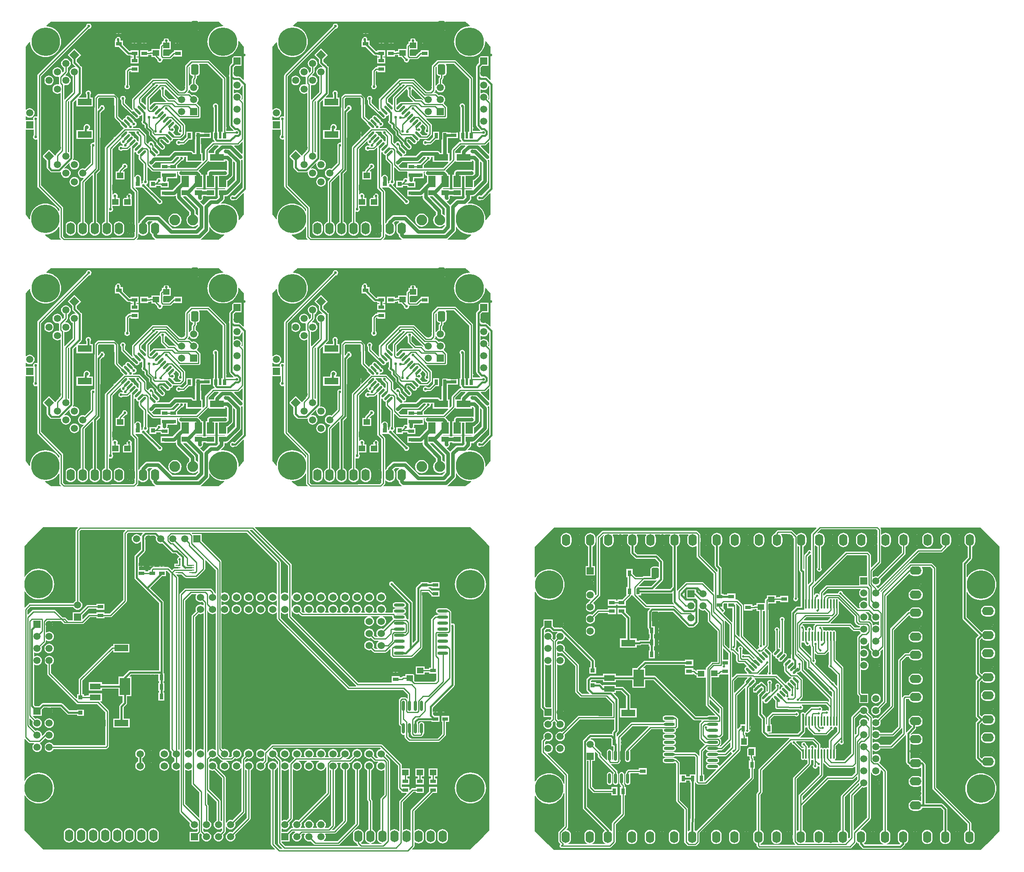
<source format=gtl>
G04 Layer_Physical_Order=1*
G04 Layer_Color=255*
%FSLAX25Y25*%
%MOIN*%
G70*
G01*
G75*
%ADD10R,0.03150X0.04724*%
%ADD11R,0.04724X0.03150*%
%ADD12R,0.03740X0.03543*%
%ADD13R,0.11811X0.05512*%
%ADD14R,0.08661X0.14173*%
%ADD15R,0.08800X0.04800*%
%ADD16O,0.09055X0.02362*%
%ADD17R,0.05512X0.04724*%
G04:AMPARAMS|DCode=18|XSize=62.99mil|YSize=86.22mil|CornerRadius=15.75mil|HoleSize=0mil|Usage=FLASHONLY|Rotation=360.000|XOffset=0mil|YOffset=0mil|HoleType=Round|Shape=RoundedRectangle|*
%AMROUNDEDRECTD18*
21,1,0.06299,0.05472,0,0,360.0*
21,1,0.03150,0.08622,0,0,360.0*
1,1,0.03150,0.01575,-0.02736*
1,1,0.03150,-0.01575,-0.02736*
1,1,0.03150,-0.01575,0.02736*
1,1,0.03150,0.01575,0.02736*
%
%ADD18ROUNDEDRECTD18*%
%ADD19O,0.02362X0.08661*%
G04:AMPARAMS|DCode=20|XSize=21.65mil|YSize=64.96mil|CornerRadius=0mil|HoleSize=0mil|Usage=FLASHONLY|Rotation=135.000|XOffset=0mil|YOffset=0mil|HoleType=Round|Shape=Round|*
%AMOVALD20*
21,1,0.04331,0.02165,0.00000,0.00000,225.0*
1,1,0.02165,0.01531,0.01531*
1,1,0.02165,-0.01531,-0.01531*
%
%ADD20OVALD20*%

G04:AMPARAMS|DCode=21|XSize=21.65mil|YSize=64.96mil|CornerRadius=0mil|HoleSize=0mil|Usage=FLASHONLY|Rotation=45.000|XOffset=0mil|YOffset=0mil|HoleType=Round|Shape=Round|*
%AMOVALD21*
21,1,0.04331,0.02165,0.00000,0.00000,135.0*
1,1,0.02165,0.01531,-0.01531*
1,1,0.02165,-0.01531,0.01531*
%
%ADD21OVALD21*%

%ADD22O,0.01378X0.08268*%
%ADD23R,0.05512X0.04724*%
%ADD24R,0.04724X0.05512*%
%ADD25C,0.01500*%
%ADD26C,0.01000*%
%ADD27R,0.04409X0.01063*%
%ADD28R,0.11811X0.05512*%
%ADD29C,0.01276*%
%ADD30R,0.05000X0.02500*%
%ADD31R,0.03150X0.04724*%
%ADD32R,0.05906X0.09449*%
%ADD33R,0.05906X0.04134*%
%ADD34R,0.03543X0.03740*%
%ADD35C,0.03150*%
%ADD36C,0.02835*%
%ADD37C,0.02362*%
%ADD38O,0.06890X0.09842*%
%ADD39C,0.05905*%
%ADD40R,0.05905X0.05905*%
%ADD41O,0.09842X0.06890*%
%ADD42C,0.23622*%
%ADD43C,0.01968*%
%ADD44R,0.05905X0.05905*%
%ADD45C,0.06000*%
%ADD46P,0.08352X4X270.0*%
%ADD47C,0.08858*%
%ADD48P,0.08352X4X360.0*%
%ADD49C,0.02362*%
%ADD50C,0.03150*%
G36*
X486444Y785181D02*
X487194Y784530D01*
X487000Y784069D01*
X486915Y784076D01*
X484905Y783918D01*
X482944Y783447D01*
X481081Y782675D01*
X479361Y781622D01*
X477828Y780312D01*
X476519Y778779D01*
X475465Y777059D01*
X474693Y775196D01*
X474223Y773236D01*
X474064Y771225D01*
X474223Y769215D01*
X474693Y767254D01*
X475465Y765391D01*
X476519Y763672D01*
X477828Y762138D01*
X479361Y760829D01*
X481081Y759775D01*
X482944Y759003D01*
X484905Y758533D01*
X486915Y758375D01*
X488925Y758533D01*
X490886Y759003D01*
X492749Y759775D01*
X494468Y760829D01*
X496002Y762138D01*
X497311Y763672D01*
X498365Y765391D01*
X499137Y767254D01*
X499607Y769215D01*
X499766Y771225D01*
X499748Y771446D01*
X500209Y771639D01*
X501681Y769944D01*
X504230Y766713D01*
Y760952D01*
X503905Y760735D01*
X503765Y760525D01*
X504615D01*
Y759525D01*
X503765D01*
X503905Y759316D01*
X504230Y759099D01*
Y739587D01*
X503768Y739396D01*
X501577Y741587D01*
X500998Y741974D01*
X500315Y742109D01*
X500084D01*
X499984Y742610D01*
X500005Y742618D01*
X500581Y743060D01*
X501022Y743635D01*
X501300Y744306D01*
X501329Y744525D01*
X498615D01*
Y745025D01*
X498115D01*
Y747739D01*
X497895Y747710D01*
X497225Y747433D01*
X496649Y746991D01*
X496399Y746665D01*
X495899Y746834D01*
Y749786D01*
X497186Y751073D01*
X502568D01*
Y758978D01*
X494662D01*
Y753596D01*
X492853Y751787D01*
X492466Y751208D01*
X492331Y750525D01*
Y743877D01*
X491831Y743726D01*
X491825Y743735D01*
X491615Y743875D01*
Y743025D01*
Y742176D01*
X491825Y742316D01*
X491831Y742325D01*
X492331Y742173D01*
Y701725D01*
X492466Y701042D01*
X492853Y700463D01*
X495662Y697655D01*
X495571Y697299D01*
X495471Y697155D01*
X489687D01*
Y699094D01*
X490187Y699144D01*
X490188Y699141D01*
X490405Y698816D01*
X490615Y698676D01*
Y699525D01*
Y700375D01*
X490405Y700235D01*
X490188Y699909D01*
X490187Y699907D01*
X489687Y699956D01*
Y740782D01*
X489571Y741367D01*
X489239Y741864D01*
X475696Y755407D01*
X475200Y755738D01*
X474615Y755855D01*
X460815D01*
X460230Y755738D01*
X459733Y755407D01*
X455934Y751607D01*
X455602Y751111D01*
X455486Y750525D01*
Y734603D01*
X455146Y734465D01*
X454986Y734463D01*
X454580Y734991D01*
X454005Y735432D01*
X453334Y735710D01*
X453115Y735739D01*
Y733025D01*
X452615D01*
Y732525D01*
X449901D01*
X449930Y732306D01*
X450090Y731921D01*
X449666Y731637D01*
X441196Y740107D01*
X440700Y740438D01*
X440115Y740555D01*
X429115D01*
X428530Y740438D01*
X428033Y740107D01*
X412034Y724107D01*
X411702Y723610D01*
X411586Y723025D01*
Y716207D01*
X411702Y715621D01*
X412034Y715125D01*
X412062Y715096D01*
X411908Y714568D01*
X411582Y714492D01*
X405544Y720530D01*
Y722424D01*
X405587Y722453D01*
X406070Y723174D01*
X406239Y724025D01*
X406070Y724876D01*
X405587Y725598D01*
X404866Y726080D01*
X404015Y726249D01*
X403164Y726080D01*
X402443Y725598D01*
X401960Y724876D01*
X401791Y724025D01*
X401960Y723174D01*
X402443Y722453D01*
X402486Y722424D01*
Y719896D01*
X402602Y719311D01*
X402934Y718815D01*
X410229Y711519D01*
X410069Y711052D01*
X412163Y708957D01*
X414211Y706909D01*
X414244Y707073D01*
X414242Y707079D01*
X414692Y707380D01*
X414755Y707338D01*
X415567Y707176D01*
X416380Y707338D01*
X417069Y707798D01*
X417529Y708487D01*
X417617Y708929D01*
X417766Y709328D01*
X418165Y709477D01*
X418607Y709565D01*
X419296Y710026D01*
X419331Y710077D01*
X419831Y709926D01*
Y705832D01*
X419560Y705428D01*
X419391Y704577D01*
X419560Y703726D01*
X420043Y703004D01*
X420764Y702522D01*
X421241Y702427D01*
X421982Y701686D01*
Y699874D01*
X422118Y699191D01*
X422505Y698612D01*
X425203Y695915D01*
Y693954D01*
X425338Y693271D01*
X425725Y692693D01*
X431560Y686857D01*
X431539Y686751D01*
X431701Y685938D01*
X431743Y685875D01*
X431442Y685425D01*
X431435Y685427D01*
X431272Y685394D01*
X433320Y683346D01*
X435368Y681297D01*
X435401Y681461D01*
X435399Y681468D01*
X435850Y681768D01*
X435912Y681726D01*
X436725Y681565D01*
X437537Y681726D01*
X438226Y682187D01*
X438687Y682876D01*
X438848Y683688D01*
X438687Y684501D01*
X438645Y684563D01*
X438946Y685013D01*
X438952Y685012D01*
X439115Y685045D01*
X437067Y687093D01*
X437774Y687800D01*
X439822Y685752D01*
X439855Y685915D01*
X439854Y685922D01*
X440304Y686223D01*
X440367Y686181D01*
X441179Y686019D01*
X441992Y686181D01*
X442681Y686641D01*
X443141Y687330D01*
X443303Y688142D01*
X443777Y688320D01*
X444219Y688408D01*
X444908Y688868D01*
X445368Y689557D01*
X445456Y689999D01*
X445605Y690399D01*
X445976Y690541D01*
X446205Y690496D01*
X451495D01*
X452080Y690612D01*
X452576Y690944D01*
X455096Y693464D01*
X455428Y693960D01*
X455544Y694546D01*
Y701825D01*
X455428Y702411D01*
X455096Y702907D01*
X451058Y706945D01*
X451265Y707445D01*
X466715D01*
X467300Y707561D01*
X467796Y707893D01*
X468128Y708389D01*
X468244Y708974D01*
Y716425D01*
X468128Y717010D01*
X467796Y717507D01*
X465600Y719703D01*
X465434Y720206D01*
X465578Y720393D01*
X466068Y721032D01*
X466466Y721993D01*
X466602Y723025D01*
X466466Y724057D01*
X466068Y725019D01*
X465434Y725844D01*
X464608Y726478D01*
X463647Y726876D01*
X462615Y727012D01*
X461583Y726876D01*
X461119Y726684D01*
X459596Y728207D01*
X459100Y728538D01*
X458515Y728655D01*
X457660D01*
X457469Y729116D01*
X458096Y729744D01*
X458428Y730240D01*
X458544Y730825D01*
Y731217D01*
X459044Y731316D01*
X459162Y731032D01*
X459796Y730206D01*
X460622Y729572D01*
X461583Y729174D01*
X462615Y729038D01*
X463647Y729174D01*
X464608Y729572D01*
X465434Y730206D01*
X466068Y731032D01*
X466466Y731993D01*
X466602Y733025D01*
X466466Y734057D01*
X466068Y735019D01*
X465434Y735844D01*
X464608Y736478D01*
X464144Y736670D01*
Y739292D01*
X464696Y739844D01*
X465028Y740340D01*
X465144Y740925D01*
Y742601D01*
X465190D01*
X465862Y742690D01*
X466488Y742949D01*
X467026Y743362D01*
X467439Y743900D01*
X467698Y744526D01*
X467787Y745198D01*
Y750671D01*
X467698Y751343D01*
X467439Y751969D01*
X467188Y752296D01*
X467435Y752796D01*
X473982D01*
X486629Y740149D01*
Y696387D01*
X485583D01*
Y690809D01*
X483647D01*
Y696387D01*
X482856D01*
Y716954D01*
X482869Y716974D01*
X483039Y717825D01*
X482869Y718676D01*
X482387Y719398D01*
X481666Y719880D01*
X480815Y720049D01*
X479964Y719880D01*
X479243Y719398D01*
X478760Y718676D01*
X478591Y717825D01*
X478760Y716974D01*
X479243Y716253D01*
X479288Y716222D01*
Y696387D01*
X478497D01*
Y689663D01*
X479360D01*
X479424Y689342D01*
X479810Y688764D01*
X480064Y688510D01*
X479873Y688048D01*
X479081D01*
X478496Y687932D01*
X478000Y687600D01*
X472434Y682034D01*
X472102Y681537D01*
X471986Y680952D01*
Y673559D01*
X470533Y672107D01*
X470072Y672298D01*
Y678781D01*
X468812D01*
Y685925D01*
X468755Y686358D01*
Y691223D01*
X470115D01*
Y691197D01*
X477115D01*
Y695697D01*
X475918D01*
Y696150D01*
X473615D01*
X471312D01*
Y695697D01*
X470115D01*
Y695671D01*
X468733D01*
Y696387D01*
X463583D01*
Y693192D01*
X463561Y693025D01*
Y685982D01*
X463618Y685549D01*
Y678781D01*
X462447D01*
X462264Y679224D01*
X461851Y679762D01*
X461313Y680174D01*
X460687Y680434D01*
X460015Y680522D01*
X447415D01*
X446743Y680434D01*
X446116Y680174D01*
X445579Y679762D01*
X442139Y676322D01*
X432456D01*
X432161Y676713D01*
X432310Y677118D01*
X433083Y677272D01*
X433772Y677733D01*
X434233Y678421D01*
X434394Y679234D01*
X434233Y680047D01*
X434191Y680109D01*
X434491Y680559D01*
X434498Y680558D01*
X434661Y680590D01*
X432613Y682639D01*
X430278Y684974D01*
X430144Y685017D01*
Y685225D01*
X430028Y685811D01*
X429696Y686307D01*
X429489Y686514D01*
X429383Y687050D01*
X428901Y687771D01*
X428179Y688253D01*
X427328Y688423D01*
X426477Y688253D01*
X425756Y687771D01*
X425274Y687050D01*
X425208Y686721D01*
X424730Y686576D01*
X423444Y687861D01*
Y693211D01*
X423328Y693797D01*
X422996Y694293D01*
X418183Y699107D01*
X417686Y699438D01*
X417101Y699555D01*
X412680D01*
X412362Y699941D01*
X412439Y700325D01*
X412438Y700331D01*
X412791Y700684D01*
X413115Y700620D01*
X413966Y700789D01*
X414687Y701271D01*
X415169Y701993D01*
X415339Y702844D01*
X415169Y703695D01*
X414687Y704416D01*
X413966Y704898D01*
X413196Y705052D01*
X413075Y705658D01*
X413033Y705721D01*
X413334Y706171D01*
X413340Y706170D01*
X413504Y706202D01*
X411456Y708251D01*
X409407Y710299D01*
X409375Y710135D01*
X409376Y710128D01*
X408926Y709828D01*
X408863Y709870D01*
X408051Y710031D01*
X407238Y709870D01*
X406549Y709410D01*
X406089Y708721D01*
X406001Y708279D01*
X405852Y707880D01*
X405453Y707731D01*
X405011Y707643D01*
X404322Y707183D01*
X403862Y706494D01*
X403790Y706131D01*
X403247Y705966D01*
X400085Y709129D01*
Y724385D01*
X399968Y724970D01*
X399637Y725466D01*
X397896Y727207D01*
X397400Y727538D01*
X396815Y727655D01*
X383515D01*
X382930Y727538D01*
X382434Y727207D01*
X380633Y725407D01*
X380302Y724910D01*
X380186Y724325D01*
Y687686D01*
X379686Y687275D01*
X379315Y687349D01*
X378464Y687180D01*
X377743Y686698D01*
X377260Y685976D01*
X377091Y685125D01*
X377186Y684650D01*
Y670545D01*
X372253Y665613D01*
X371789Y665805D01*
X370757Y665941D01*
X369725Y665805D01*
X368764Y665407D01*
X367938Y664773D01*
X367304Y663948D01*
X366906Y662986D01*
X366770Y661954D01*
X366906Y660922D01*
X367304Y659961D01*
X367938Y659135D01*
X368764Y658501D01*
X369725Y658103D01*
X370757Y657967D01*
X371022Y658002D01*
X371255Y657529D01*
X369533Y655807D01*
X369202Y655310D01*
X369086Y654725D01*
Y621679D01*
X368373Y621384D01*
X367445Y620672D01*
X366732Y619743D01*
X366284Y618662D01*
X366132Y617502D01*
Y614549D01*
X366284Y613388D01*
X366732Y612307D01*
X367445Y611379D01*
X368373Y610666D01*
X369455Y610218D01*
X370615Y610066D01*
X371775Y610218D01*
X372857Y610666D01*
X373785Y611379D01*
X374498Y612307D01*
X374945Y613388D01*
X375098Y614549D01*
Y617502D01*
X374945Y618662D01*
X374498Y619743D01*
X373785Y620672D01*
X372857Y621384D01*
X372144Y621679D01*
Y654092D01*
X378369Y660316D01*
X378831Y660125D01*
Y621574D01*
X378373Y621384D01*
X377445Y620672D01*
X376732Y619743D01*
X376285Y618662D01*
X376132Y617502D01*
Y614549D01*
X376285Y613388D01*
X376732Y612307D01*
X377445Y611379D01*
X378373Y610666D01*
X379455Y610218D01*
X380615Y610066D01*
X381775Y610218D01*
X382857Y610666D01*
X383785Y611379D01*
X384498Y612307D01*
X384945Y613388D01*
X385098Y614549D01*
Y617502D01*
X384945Y618662D01*
X384498Y619743D01*
X383785Y620672D01*
X382857Y621384D01*
X382399Y621574D01*
Y661286D01*
X384877Y663764D01*
X385263Y664342D01*
X385399Y665025D01*
Y691466D01*
X390564D01*
Y694025D01*
Y696584D01*
X385399D01*
Y712186D01*
X387089Y713876D01*
X387566Y713971D01*
X388287Y714453D01*
X388770Y715174D01*
X388939Y716025D01*
X388770Y716876D01*
X388287Y717598D01*
X387736Y717966D01*
X387888Y718466D01*
X390564D01*
Y720525D01*
X385355D01*
Y718466D01*
X385542D01*
X385694Y717966D01*
X385142Y717598D01*
X384660Y716876D01*
X384565Y716399D01*
X383706Y715540D01*
X383244Y715731D01*
Y723692D01*
X384149Y724596D01*
X396182D01*
X396693Y724084D01*
X396486Y723584D01*
X391564D01*
Y721025D01*
Y718466D01*
X396526D01*
X396773Y718466D01*
X397026Y718071D01*
Y708495D01*
X397142Y707910D01*
X397474Y707414D01*
X401483Y703405D01*
X401635Y702641D01*
X402095Y701952D01*
X404479Y699568D01*
X404433Y699107D01*
X397273Y691946D01*
X396773Y692153D01*
Y693525D01*
X391564D01*
Y691466D01*
X396086D01*
X396293Y690966D01*
X389533Y684207D01*
X389202Y683710D01*
X389086Y683125D01*
Y621679D01*
X388373Y621384D01*
X387445Y620672D01*
X386732Y619743D01*
X386284Y618662D01*
X386132Y617502D01*
Y614549D01*
X386284Y613388D01*
X386732Y612307D01*
X387445Y611379D01*
X388373Y610666D01*
X389455Y610218D01*
X390615Y610066D01*
X391775Y610218D01*
X392857Y610666D01*
X393785Y611379D01*
X394498Y612307D01*
X394945Y613388D01*
X395098Y614549D01*
Y617502D01*
X394945Y618662D01*
X394498Y619743D01*
X393785Y620672D01*
X392857Y621384D01*
X392144Y621679D01*
Y629854D01*
X392585Y630090D01*
X392764Y629971D01*
X393615Y629801D01*
X394466Y629971D01*
X395187Y630453D01*
X395670Y631174D01*
X395839Y632025D01*
X395670Y632876D01*
X395187Y633598D01*
X395144Y633627D01*
Y634757D01*
X401371D01*
Y641481D01*
X399474D01*
X399207Y641981D01*
X399469Y642374D01*
X399639Y643225D01*
X399469Y644076D01*
X398987Y644798D01*
X398266Y645280D01*
X397415Y645449D01*
X396564Y645280D01*
X395843Y644798D01*
X395644Y644501D01*
X395144Y644653D01*
Y647766D01*
X397115D01*
Y649931D01*
Y652096D01*
X395144D01*
Y681892D01*
X401682Y688429D01*
X402142Y688183D01*
X402091Y687925D01*
X402260Y687074D01*
X402742Y686353D01*
X403464Y685871D01*
X403940Y685776D01*
X403791Y685025D01*
X403800Y684978D01*
X403385Y684700D01*
X403266Y684780D01*
X402415Y684949D01*
X401564Y684780D01*
X400843Y684298D01*
X400360Y683576D01*
X400191Y682725D01*
X400360Y681874D01*
X400843Y681153D01*
X401564Y680671D01*
X402415Y680501D01*
X403266Y680671D01*
X403987Y681153D01*
X404016Y681196D01*
X407315D01*
X407900Y681312D01*
X408396Y681644D01*
X409904Y683151D01*
X409928Y683149D01*
X410386Y682926D01*
Y652509D01*
X410174Y652096D01*
X409886Y652096D01*
X408115D01*
Y649931D01*
Y647766D01*
X410174D01*
Y648931D01*
X410674Y649082D01*
X410834Y648844D01*
X413686Y645992D01*
Y619657D01*
X413186Y619487D01*
X412931Y619818D01*
X412253Y620339D01*
X411463Y620666D01*
X411115Y620712D01*
Y616025D01*
Y611339D01*
X411463Y611384D01*
X412253Y611712D01*
X412931Y612232D01*
X413186Y612563D01*
X413686Y612394D01*
Y609859D01*
X412382Y608555D01*
X355458D01*
X354244Y609768D01*
Y632935D01*
X354128Y633520D01*
X353796Y634016D01*
X336044Y651768D01*
Y742292D01*
X375564Y781812D01*
X375615Y781801D01*
X376466Y781971D01*
X377187Y782453D01*
X377670Y783174D01*
X377839Y784025D01*
X377670Y784876D01*
X377187Y785598D01*
X376466Y786080D01*
X375615Y786249D01*
X374764Y786080D01*
X374043Y785598D01*
X373560Y784876D01*
X373391Y784025D01*
X373401Y783974D01*
X333434Y744007D01*
X333102Y743510D01*
X332986Y742925D01*
Y709263D01*
X332545Y709027D01*
X332466Y709080D01*
X331615Y709249D01*
X330764Y709080D01*
X330043Y708598D01*
X329560Y707876D01*
X329391Y707025D01*
X329500Y706478D01*
X329136Y705978D01*
X323195D01*
Y709211D01*
X323669Y709372D01*
X323796Y709206D01*
X324622Y708572D01*
X325583Y708174D01*
X326615Y708038D01*
X327647Y708174D01*
X328608Y708572D01*
X329434Y709206D01*
X330068Y710032D01*
X330466Y710993D01*
X330602Y712025D01*
X330466Y713057D01*
X330068Y714019D01*
X329434Y714844D01*
X328608Y715478D01*
X327647Y715876D01*
X326615Y716012D01*
X325583Y715876D01*
X324622Y715478D01*
X323796Y714844D01*
X323669Y714679D01*
X323195Y714840D01*
Y766713D01*
X325744Y769944D01*
X326496Y770809D01*
X327010Y770640D01*
X327122Y769215D01*
X327593Y767254D01*
X328365Y765391D01*
X329419Y763672D01*
X330728Y762138D01*
X332261Y760829D01*
X333981Y759775D01*
X335844Y759003D01*
X337805Y758533D01*
X339815Y758375D01*
X341825Y758533D01*
X343786Y759003D01*
X345649Y759775D01*
X347368Y760829D01*
X348902Y762138D01*
X350211Y763672D01*
X351265Y765391D01*
X352037Y767254D01*
X352507Y769215D01*
X352666Y771225D01*
X352507Y773236D01*
X352037Y775196D01*
X351265Y777059D01*
X350211Y778779D01*
X348902Y780312D01*
X347368Y781622D01*
X345649Y782675D01*
X343786Y783447D01*
X341825Y783918D01*
X340416Y784028D01*
X340247Y784543D01*
X340981Y785181D01*
X344212Y787730D01*
X460414D01*
X460710Y787230D01*
X460635Y786852D01*
Y784616D01*
X463615D01*
X466595D01*
Y786852D01*
X466519Y787230D01*
X466816Y787730D01*
X483213D01*
X486444Y785181D01*
D02*
G37*
G36*
X281720D02*
X282469Y784530D01*
X282276Y784069D01*
X282190Y784076D01*
X280180Y783918D01*
X278220Y783447D01*
X276357Y782675D01*
X274637Y781622D01*
X273104Y780312D01*
X271794Y778779D01*
X270741Y777059D01*
X269969Y775196D01*
X269498Y773236D01*
X269340Y771225D01*
X269498Y769215D01*
X269969Y767254D01*
X270741Y765391D01*
X271794Y763672D01*
X273104Y762138D01*
X274637Y760829D01*
X276357Y759775D01*
X278220Y759003D01*
X280180Y758533D01*
X282190Y758375D01*
X284201Y758533D01*
X286162Y759003D01*
X288025Y759775D01*
X289744Y760829D01*
X291277Y762138D01*
X292587Y763672D01*
X293640Y765391D01*
X294412Y767254D01*
X294883Y769215D01*
X295041Y771225D01*
X295024Y771446D01*
X295485Y771639D01*
X296956Y769944D01*
X299505Y766713D01*
Y760952D01*
X299181Y760735D01*
X299041Y760525D01*
X299890D01*
Y759525D01*
X299041D01*
X299181Y759316D01*
X299505Y759099D01*
Y739587D01*
X299043Y739396D01*
X296852Y741587D01*
X296273Y741974D01*
X295590Y742109D01*
X295359D01*
X295260Y742610D01*
X295280Y742618D01*
X295856Y743060D01*
X296298Y743635D01*
X296575Y744306D01*
X296604Y744525D01*
X293891D01*
Y745025D01*
X293390D01*
Y747739D01*
X293171Y747710D01*
X292501Y747433D01*
X291925Y746991D01*
X291675Y746665D01*
X291175Y746834D01*
Y749786D01*
X292461Y751073D01*
X297843D01*
Y758978D01*
X289938D01*
Y753596D01*
X288129Y751787D01*
X287742Y751208D01*
X287606Y750525D01*
Y743877D01*
X287106Y743726D01*
X287100Y743735D01*
X286891Y743875D01*
Y743025D01*
Y742176D01*
X287100Y742316D01*
X287106Y742325D01*
X287606Y742173D01*
Y701725D01*
X287742Y701042D01*
X288129Y700463D01*
X290938Y697655D01*
X290846Y697299D01*
X290746Y697155D01*
X284963D01*
Y699094D01*
X285463Y699144D01*
X285463Y699141D01*
X285681Y698816D01*
X285891Y698676D01*
Y699525D01*
Y700375D01*
X285681Y700235D01*
X285463Y699909D01*
X285463Y699907D01*
X284963Y699956D01*
Y740782D01*
X284846Y741367D01*
X284515Y741864D01*
X270972Y755407D01*
X270476Y755738D01*
X269890Y755855D01*
X256090D01*
X255505Y755738D01*
X255009Y755407D01*
X251209Y751607D01*
X250878Y751111D01*
X250761Y750525D01*
Y734603D01*
X250422Y734465D01*
X250261Y734463D01*
X249856Y734991D01*
X249280Y735432D01*
X248610Y735710D01*
X248391Y735739D01*
Y733025D01*
X247890D01*
Y732525D01*
X245177D01*
X245206Y732306D01*
X245365Y731921D01*
X244941Y731637D01*
X236472Y740107D01*
X235976Y740438D01*
X235390Y740555D01*
X224391D01*
X223805Y740438D01*
X223309Y740107D01*
X207309Y724107D01*
X206978Y723610D01*
X206861Y723025D01*
Y716207D01*
X206978Y715621D01*
X207309Y715125D01*
X207338Y715096D01*
X207183Y714568D01*
X206857Y714492D01*
X200820Y720530D01*
Y722424D01*
X200863Y722453D01*
X201345Y723174D01*
X201514Y724025D01*
X201345Y724876D01*
X200863Y725598D01*
X200142Y726080D01*
X199291Y726249D01*
X198440Y726080D01*
X197718Y725598D01*
X197236Y724876D01*
X197067Y724025D01*
X197236Y723174D01*
X197718Y722453D01*
X197761Y722424D01*
Y719896D01*
X197878Y719311D01*
X198209Y718815D01*
X205505Y711519D01*
X205344Y711052D01*
X207438Y708957D01*
X209487Y706909D01*
X209519Y707073D01*
X209518Y707079D01*
X209968Y707380D01*
X210030Y707338D01*
X210843Y707176D01*
X211655Y707338D01*
X212344Y707798D01*
X212805Y708487D01*
X212893Y708929D01*
X213042Y709328D01*
X213441Y709477D01*
X213883Y709565D01*
X214572Y710026D01*
X214606Y710077D01*
X215106Y709926D01*
Y705832D01*
X214836Y705428D01*
X214667Y704577D01*
X214836Y703726D01*
X215318Y703004D01*
X216039Y702522D01*
X216517Y702427D01*
X217258Y701686D01*
Y699874D01*
X217394Y699191D01*
X217780Y698612D01*
X220478Y695915D01*
Y693954D01*
X220614Y693271D01*
X221001Y692693D01*
X226836Y686857D01*
X226815Y686751D01*
X226976Y685938D01*
X227018Y685875D01*
X226718Y685425D01*
X226711Y685427D01*
X226548Y685394D01*
X228596Y683346D01*
X230644Y681297D01*
X230677Y681461D01*
X230675Y681468D01*
X231125Y681768D01*
X231188Y681726D01*
X232000Y681565D01*
X232813Y681726D01*
X233502Y682187D01*
X233962Y682876D01*
X234124Y683688D01*
X233962Y684501D01*
X233921Y684563D01*
X234221Y685013D01*
X234227Y685012D01*
X234391Y685045D01*
X232343Y687093D01*
X233050Y687800D01*
X235098Y685752D01*
X235131Y685915D01*
X235129Y685922D01*
X235579Y686223D01*
X235642Y686181D01*
X236455Y686019D01*
X237267Y686181D01*
X237956Y686641D01*
X238417Y687330D01*
X238578Y688142D01*
X239053Y688320D01*
X239494Y688408D01*
X240183Y688868D01*
X240644Y689557D01*
X240731Y689999D01*
X240881Y690399D01*
X241251Y690541D01*
X241480Y690496D01*
X246770D01*
X247355Y690612D01*
X247852Y690944D01*
X250372Y693464D01*
X250704Y693960D01*
X250820Y694546D01*
Y701825D01*
X250704Y702411D01*
X250372Y702907D01*
X246334Y706945D01*
X246541Y707445D01*
X261990D01*
X262576Y707561D01*
X263072Y707893D01*
X263404Y708389D01*
X263520Y708974D01*
Y716425D01*
X263404Y717010D01*
X263072Y717507D01*
X260876Y719703D01*
X260710Y720206D01*
X260853Y720393D01*
X261343Y721032D01*
X261742Y721993D01*
X261877Y723025D01*
X261742Y724057D01*
X261343Y725019D01*
X260710Y725844D01*
X259884Y726478D01*
X258922Y726876D01*
X257891Y727012D01*
X256859Y726876D01*
X256395Y726684D01*
X254872Y728207D01*
X254376Y728538D01*
X253790Y728655D01*
X252936D01*
X252745Y729116D01*
X253372Y729744D01*
X253703Y730240D01*
X253820Y730825D01*
Y731217D01*
X254320Y731316D01*
X254438Y731032D01*
X255071Y730206D01*
X255897Y729572D01*
X256859Y729174D01*
X257891Y729038D01*
X258922Y729174D01*
X259884Y729572D01*
X260710Y730206D01*
X261343Y731032D01*
X261742Y731993D01*
X261877Y733025D01*
X261742Y734057D01*
X261343Y735019D01*
X260710Y735844D01*
X259884Y736478D01*
X259420Y736670D01*
Y739292D01*
X259972Y739844D01*
X260303Y740340D01*
X260420Y740925D01*
Y742601D01*
X260465D01*
X261138Y742690D01*
X261764Y742949D01*
X262302Y743362D01*
X262714Y743900D01*
X262974Y744526D01*
X263062Y745198D01*
Y750671D01*
X262974Y751343D01*
X262714Y751969D01*
X262464Y752296D01*
X262710Y752796D01*
X269257D01*
X281904Y740149D01*
Y696387D01*
X280859D01*
Y690809D01*
X278923D01*
Y696387D01*
X278132D01*
Y716954D01*
X278145Y716974D01*
X278314Y717825D01*
X278145Y718676D01*
X277663Y719398D01*
X276942Y719880D01*
X276091Y720049D01*
X275239Y719880D01*
X274518Y719398D01*
X274036Y718676D01*
X273867Y717825D01*
X274036Y716974D01*
X274518Y716253D01*
X274563Y716222D01*
Y696387D01*
X273773D01*
Y689663D01*
X274635D01*
X274699Y689342D01*
X275086Y688764D01*
X275340Y688510D01*
X275148Y688048D01*
X274357D01*
X273772Y687932D01*
X273275Y687600D01*
X267709Y682034D01*
X267378Y681537D01*
X267261Y680952D01*
Y673559D01*
X265809Y672107D01*
X265347Y672298D01*
Y678781D01*
X264088D01*
Y685925D01*
X264031Y686358D01*
Y691223D01*
X265390D01*
Y691197D01*
X272391D01*
Y695697D01*
X271194D01*
Y696150D01*
X268891D01*
X266587D01*
Y695697D01*
X265390D01*
Y695671D01*
X264009D01*
Y696387D01*
X258859D01*
Y693192D01*
X258837Y693025D01*
Y685982D01*
X258893Y685549D01*
Y678781D01*
X257723D01*
X257540Y679224D01*
X257127Y679762D01*
X256589Y680174D01*
X255963Y680434D01*
X255291Y680522D01*
X242690D01*
X242018Y680434D01*
X241392Y680174D01*
X240854Y679762D01*
X237415Y676322D01*
X227732D01*
X227437Y676713D01*
X227586Y677118D01*
X228359Y677272D01*
X229048Y677733D01*
X229508Y678421D01*
X229670Y679234D01*
X229508Y680047D01*
X229466Y680109D01*
X229767Y680559D01*
X229773Y680558D01*
X229937Y680590D01*
X227889Y682639D01*
X225553Y684974D01*
X225420Y685017D01*
Y685225D01*
X225304Y685811D01*
X224972Y686307D01*
X224765Y686514D01*
X224658Y687050D01*
X224176Y687771D01*
X223455Y688253D01*
X222604Y688423D01*
X221753Y688253D01*
X221031Y687771D01*
X220549Y687050D01*
X220484Y686721D01*
X220005Y686576D01*
X218720Y687861D01*
Y693211D01*
X218603Y693797D01*
X218272Y694293D01*
X213458Y699107D01*
X212962Y699438D01*
X212377Y699555D01*
X207955D01*
X207638Y699941D01*
X207714Y700325D01*
X207713Y700331D01*
X208067Y700684D01*
X208390Y700620D01*
X209242Y700789D01*
X209963Y701271D01*
X210445Y701993D01*
X210614Y702844D01*
X210445Y703695D01*
X209963Y704416D01*
X209242Y704898D01*
X208471Y705052D01*
X208350Y705658D01*
X208309Y705721D01*
X208609Y706171D01*
X208616Y706170D01*
X208779Y706202D01*
X206731Y708251D01*
X204683Y710299D01*
X204650Y710135D01*
X204652Y710128D01*
X204202Y709828D01*
X204139Y709870D01*
X203326Y710031D01*
X202514Y709870D01*
X201825Y709410D01*
X201365Y708721D01*
X201277Y708279D01*
X201128Y707880D01*
X200728Y707731D01*
X200287Y707643D01*
X199598Y707183D01*
X199138Y706494D01*
X199065Y706131D01*
X198523Y705966D01*
X195360Y709129D01*
Y724385D01*
X195244Y724970D01*
X194912Y725466D01*
X193172Y727207D01*
X192676Y727538D01*
X192091Y727655D01*
X178791D01*
X178205Y727538D01*
X177709Y727207D01*
X175909Y725407D01*
X175578Y724910D01*
X175461Y724325D01*
Y687686D01*
X174961Y687275D01*
X174591Y687349D01*
X173740Y687180D01*
X173018Y686698D01*
X172536Y685976D01*
X172367Y685125D01*
X172461Y684650D01*
Y670545D01*
X167529Y665613D01*
X167065Y665805D01*
X166033Y665941D01*
X165001Y665805D01*
X164039Y665407D01*
X163214Y664773D01*
X162580Y663948D01*
X162182Y662986D01*
X162046Y661954D01*
X162182Y660922D01*
X162580Y659961D01*
X163214Y659135D01*
X164039Y658501D01*
X165001Y658103D01*
X166033Y657967D01*
X166298Y658002D01*
X166531Y657529D01*
X164809Y655807D01*
X164478Y655310D01*
X164361Y654725D01*
Y621679D01*
X163649Y621384D01*
X162720Y620672D01*
X162008Y619743D01*
X161560Y618662D01*
X161407Y617502D01*
Y614549D01*
X161560Y613388D01*
X162008Y612307D01*
X162720Y611379D01*
X163649Y610666D01*
X164730Y610218D01*
X165891Y610066D01*
X167051Y610218D01*
X168132Y610666D01*
X169061Y611379D01*
X169773Y612307D01*
X170221Y613388D01*
X170374Y614549D01*
Y617502D01*
X170221Y618662D01*
X169773Y619743D01*
X169061Y620672D01*
X168132Y621384D01*
X167420Y621679D01*
Y654092D01*
X173644Y660316D01*
X174106Y660125D01*
Y621574D01*
X173649Y621384D01*
X172720Y620672D01*
X172008Y619743D01*
X171560Y618662D01*
X171407Y617502D01*
Y614549D01*
X171560Y613388D01*
X172008Y612307D01*
X172720Y611379D01*
X173649Y610666D01*
X174730Y610218D01*
X175891Y610066D01*
X177051Y610218D01*
X178132Y610666D01*
X179061Y611379D01*
X179773Y612307D01*
X180221Y613388D01*
X180374Y614549D01*
Y617502D01*
X180221Y618662D01*
X179773Y619743D01*
X179061Y620672D01*
X178132Y621384D01*
X177675Y621574D01*
Y661286D01*
X180152Y663764D01*
X180539Y664342D01*
X180675Y665025D01*
Y691466D01*
X185840D01*
Y694025D01*
Y696584D01*
X180675D01*
Y712186D01*
X182364Y713876D01*
X182842Y713971D01*
X183563Y714453D01*
X184045Y715174D01*
X184214Y716025D01*
X184045Y716876D01*
X183563Y717598D01*
X183012Y717966D01*
X183163Y718466D01*
X185840D01*
Y720525D01*
X180631D01*
Y718466D01*
X180818D01*
X180969Y717966D01*
X180418Y717598D01*
X179936Y716876D01*
X179841Y716399D01*
X178982Y715540D01*
X178520Y715731D01*
Y723692D01*
X179424Y724596D01*
X191457D01*
X191969Y724084D01*
X191761Y723584D01*
X186840D01*
Y721025D01*
Y718466D01*
X191802D01*
X192048Y718466D01*
X192302Y718071D01*
Y708495D01*
X192418Y707910D01*
X192750Y707414D01*
X196758Y703405D01*
X196910Y702641D01*
X197371Y701952D01*
X199755Y699568D01*
X199709Y699107D01*
X192548Y691946D01*
X192048Y692153D01*
Y693525D01*
X186840D01*
Y691466D01*
X191361D01*
X191569Y690966D01*
X184809Y684207D01*
X184478Y683710D01*
X184361Y683125D01*
Y621679D01*
X183649Y621384D01*
X182720Y620672D01*
X182008Y619743D01*
X181560Y618662D01*
X181407Y617502D01*
Y614549D01*
X181560Y613388D01*
X182008Y612307D01*
X182720Y611379D01*
X183649Y610666D01*
X184730Y610218D01*
X185891Y610066D01*
X187051Y610218D01*
X188132Y610666D01*
X189061Y611379D01*
X189773Y612307D01*
X190221Y613388D01*
X190374Y614549D01*
Y617502D01*
X190221Y618662D01*
X189773Y619743D01*
X189061Y620672D01*
X188132Y621384D01*
X187420Y621679D01*
Y629854D01*
X187861Y630090D01*
X188040Y629971D01*
X188891Y629801D01*
X189742Y629971D01*
X190463Y630453D01*
X190945Y631174D01*
X191114Y632025D01*
X190945Y632876D01*
X190463Y633598D01*
X190420Y633627D01*
Y634757D01*
X196647D01*
Y641481D01*
X194750D01*
X194483Y641981D01*
X194745Y642374D01*
X194914Y643225D01*
X194745Y644076D01*
X194263Y644798D01*
X193542Y645280D01*
X192691Y645449D01*
X191840Y645280D01*
X191118Y644798D01*
X190920Y644501D01*
X190420Y644653D01*
Y647766D01*
X192391D01*
Y649931D01*
Y652096D01*
X190420D01*
Y681892D01*
X196957Y688429D01*
X197418Y688183D01*
X197367Y687925D01*
X197536Y687074D01*
X198018Y686353D01*
X198740Y685871D01*
X199216Y685776D01*
X199067Y685025D01*
X199076Y684978D01*
X198660Y684700D01*
X198542Y684780D01*
X197691Y684949D01*
X196839Y684780D01*
X196118Y684298D01*
X195636Y683576D01*
X195467Y682725D01*
X195636Y681874D01*
X196118Y681153D01*
X196839Y680671D01*
X197691Y680501D01*
X198542Y680671D01*
X199263Y681153D01*
X199292Y681196D01*
X202591D01*
X203176Y681312D01*
X203672Y681644D01*
X205180Y683151D01*
X205204Y683149D01*
X205661Y682926D01*
Y652509D01*
X205450Y652096D01*
X205161Y652096D01*
X203391D01*
Y649931D01*
Y647766D01*
X205450D01*
Y648931D01*
X205950Y649082D01*
X206109Y648844D01*
X208961Y645992D01*
Y619657D01*
X208461Y619487D01*
X208207Y619818D01*
X207529Y620339D01*
X206738Y620666D01*
X206391Y620712D01*
Y616025D01*
Y611339D01*
X206738Y611384D01*
X207529Y611712D01*
X208207Y612232D01*
X208461Y612563D01*
X208961Y612394D01*
Y609859D01*
X207657Y608555D01*
X150734D01*
X149520Y609768D01*
Y632935D01*
X149404Y633520D01*
X149072Y634016D01*
X131320Y651768D01*
Y742292D01*
X170840Y781812D01*
X170891Y781801D01*
X171742Y781971D01*
X172463Y782453D01*
X172945Y783174D01*
X173114Y784025D01*
X172945Y784876D01*
X172463Y785598D01*
X171742Y786080D01*
X170891Y786249D01*
X170039Y786080D01*
X169318Y785598D01*
X168836Y784876D01*
X168667Y784025D01*
X168677Y783974D01*
X128709Y744007D01*
X128378Y743510D01*
X128261Y742925D01*
Y709263D01*
X127820Y709027D01*
X127742Y709080D01*
X126891Y709249D01*
X126040Y709080D01*
X125318Y708598D01*
X124836Y707876D01*
X124667Y707025D01*
X124776Y706478D01*
X124411Y705978D01*
X118471D01*
Y709211D01*
X118944Y709372D01*
X119071Y709206D01*
X119897Y708572D01*
X120859Y708174D01*
X121891Y708038D01*
X122922Y708174D01*
X123884Y708572D01*
X124710Y709206D01*
X125343Y710032D01*
X125742Y710993D01*
X125877Y712025D01*
X125742Y713057D01*
X125343Y714019D01*
X124710Y714844D01*
X123884Y715478D01*
X122922Y715876D01*
X121891Y716012D01*
X120859Y715876D01*
X119897Y715478D01*
X119071Y714844D01*
X118944Y714679D01*
X118471Y714840D01*
Y766713D01*
X121020Y769944D01*
X121771Y770809D01*
X122286Y770640D01*
X122398Y769215D01*
X122869Y767254D01*
X123641Y765391D01*
X124694Y763672D01*
X126004Y762138D01*
X127537Y760829D01*
X129256Y759775D01*
X131120Y759003D01*
X133080Y758533D01*
X135091Y758375D01*
X137101Y758533D01*
X139062Y759003D01*
X140925Y759775D01*
X142644Y760829D01*
X144177Y762138D01*
X145487Y763672D01*
X146541Y765391D01*
X147312Y767254D01*
X147783Y769215D01*
X147941Y771225D01*
X147783Y773236D01*
X147312Y775196D01*
X146541Y777059D01*
X145487Y778779D01*
X144177Y780312D01*
X142644Y781622D01*
X140925Y782675D01*
X139062Y783447D01*
X137101Y783918D01*
X135692Y784028D01*
X135522Y784543D01*
X136257Y785181D01*
X139488Y787730D01*
X255690D01*
X255986Y787230D01*
X255911Y786852D01*
Y784616D01*
X258891D01*
X261870D01*
Y786852D01*
X261795Y787230D01*
X262092Y787730D01*
X278488D01*
X281720Y785181D01*
D02*
G37*
G36*
X459443Y750083D02*
Y745198D01*
X459532Y744526D01*
X459791Y743900D01*
X460204Y743362D01*
X460742Y742949D01*
X461368Y742690D01*
X462040Y742601D01*
X462086D01*
Y741559D01*
X461533Y741007D01*
X461202Y740511D01*
X461086Y739925D01*
Y736670D01*
X460622Y736478D01*
X459796Y735844D01*
X459162Y735019D01*
X459044Y734734D01*
X458544Y734833D01*
Y749892D01*
X458943Y750290D01*
X459443Y750083D01*
D02*
G37*
G36*
X254719D02*
Y745198D01*
X254807Y744526D01*
X255067Y743900D01*
X255479Y743362D01*
X256017Y742949D01*
X256644Y742690D01*
X257316Y742601D01*
X257361D01*
Y741559D01*
X256809Y741007D01*
X256478Y740511D01*
X256361Y739925D01*
Y736670D01*
X255897Y736478D01*
X255071Y735844D01*
X254438Y735019D01*
X254320Y734734D01*
X253820Y734833D01*
Y749892D01*
X254219Y750290D01*
X254719Y750083D01*
D02*
G37*
G36*
X503179Y734542D02*
Y723277D01*
X502717Y723086D01*
X502274Y723529D01*
X502466Y723993D01*
X502602Y725025D01*
X502466Y726057D01*
X502068Y727019D01*
X501434Y727844D01*
X500608Y728478D01*
X499647Y728876D01*
X498615Y729012D01*
X497583Y728876D01*
X496622Y728478D01*
X496348Y728268D01*
X495899Y728489D01*
Y731562D01*
X496348Y731783D01*
X496622Y731572D01*
X497583Y731174D01*
X498615Y731038D01*
X499647Y731174D01*
X500608Y731572D01*
X501434Y732206D01*
X502068Y733032D01*
X502466Y733993D01*
X502517Y734383D01*
X503054Y734626D01*
X503179Y734542D01*
D02*
G37*
G36*
X298455D02*
Y723277D01*
X297993Y723086D01*
X297549Y723529D01*
X297742Y723993D01*
X297877Y725025D01*
X297742Y726057D01*
X297343Y727019D01*
X296710Y727844D01*
X295884Y728478D01*
X294922Y728876D01*
X293891Y729012D01*
X292859Y728876D01*
X291897Y728478D01*
X291623Y728268D01*
X291175Y728489D01*
Y731562D01*
X291623Y731783D01*
X291897Y731572D01*
X292859Y731174D01*
X293891Y731038D01*
X294922Y731174D01*
X295884Y731572D01*
X296710Y732206D01*
X297343Y733032D01*
X297742Y733993D01*
X297793Y734383D01*
X298329Y734626D01*
X298455Y734542D01*
D02*
G37*
G36*
X448419Y723059D02*
X448397Y722913D01*
X447866Y722737D01*
X447496Y723107D01*
X447000Y723438D01*
X446415Y723555D01*
X442248D01*
X438644Y727159D01*
Y730824D01*
X438687Y730853D01*
X439170Y731574D01*
X439188Y731666D01*
X439666Y731811D01*
X448419Y723059D01*
D02*
G37*
G36*
X243694D02*
X243673Y722913D01*
X243141Y722737D01*
X242772Y723107D01*
X242276Y723438D01*
X241690Y723555D01*
X237524D01*
X233920Y727159D01*
Y730824D01*
X233963Y730853D01*
X234445Y731574D01*
X234463Y731666D01*
X234942Y731811D01*
X243694Y723059D01*
D02*
G37*
G36*
X435006Y731847D02*
X435060Y731574D01*
X435542Y730853D01*
X435586Y730824D01*
Y726525D01*
X435702Y725940D01*
X436033Y725444D01*
X439782Y721695D01*
X439591Y721233D01*
X430703D01*
X430208Y721134D01*
X430044Y721167D01*
X429231Y721005D01*
X428542Y720545D01*
X426606Y718609D01*
X426144Y718801D01*
Y723692D01*
X434464Y732011D01*
X435006Y731847D01*
D02*
G37*
G36*
X230282D02*
X230336Y731574D01*
X230818Y730853D01*
X230861Y730824D01*
Y726525D01*
X230978Y725940D01*
X231309Y725444D01*
X235058Y721695D01*
X234867Y721233D01*
X225979D01*
X225484Y721134D01*
X225319Y721167D01*
X224506Y721005D01*
X223818Y720545D01*
X221882Y718609D01*
X221420Y718801D01*
Y723692D01*
X229739Y732011D01*
X230282Y731847D01*
D02*
G37*
G36*
X433161Y735034D02*
X423533Y725407D01*
X423202Y724910D01*
X423086Y724325D01*
Y718801D01*
X422624Y718609D01*
X420688Y720545D01*
X419999Y721005D01*
X419186Y721167D01*
X419144Y721646D01*
Y723392D01*
X429364Y733611D01*
X430166Y733771D01*
X430887Y734253D01*
X431369Y734974D01*
X431473Y735496D01*
X432969D01*
X433161Y735034D01*
D02*
G37*
G36*
X228436D02*
X218809Y725407D01*
X218478Y724910D01*
X218361Y724325D01*
Y718801D01*
X217899Y718609D01*
X215964Y720545D01*
X215275Y721005D01*
X214462Y721167D01*
X214420Y721646D01*
Y723392D01*
X224639Y733611D01*
X225442Y733771D01*
X226163Y734253D01*
X226645Y734974D01*
X226749Y735496D01*
X228245D01*
X228436Y735034D01*
D02*
G37*
G36*
X450186Y700392D02*
Y698827D01*
X450142Y698798D01*
X449660Y698076D01*
X449491Y697225D01*
X449660Y696374D01*
X450142Y695653D01*
X450864Y695171D01*
X451620Y695020D01*
X451867Y694561D01*
X450861Y693555D01*
X447498D01*
X447135Y694098D01*
X445646Y695587D01*
X445805Y696135D01*
X446431Y696553D01*
X446913Y697274D01*
X447082Y698125D01*
X446913Y698976D01*
X446431Y699698D01*
X445925Y700036D01*
X445813Y700630D01*
X447135Y701952D01*
X447448Y702422D01*
X448045Y702533D01*
X450186Y700392D01*
D02*
G37*
G36*
X245461D02*
Y698827D01*
X245418Y698798D01*
X244936Y698076D01*
X244767Y697225D01*
X244936Y696374D01*
X245418Y695653D01*
X246140Y695171D01*
X246895Y695020D01*
X247143Y694561D01*
X246137Y693555D01*
X242774D01*
X242410Y694098D01*
X240922Y695587D01*
X241081Y696135D01*
X241707Y696553D01*
X242189Y697274D01*
X242358Y698125D01*
X242189Y698976D01*
X241707Y699698D01*
X241201Y700036D01*
X241088Y700630D01*
X242410Y701952D01*
X242724Y702422D01*
X243320Y702533D01*
X245461Y700392D01*
D02*
G37*
G36*
X414053Y696109D02*
X413973Y695706D01*
X414142Y694855D01*
X414624Y694134D01*
X415345Y693652D01*
X415422Y693636D01*
X417086Y691973D01*
Y688842D01*
X416586Y688575D01*
X416380Y688712D01*
X415567Y688874D01*
X415464Y688977D01*
X415302Y689790D01*
X414842Y690479D01*
X414153Y690939D01*
X413711Y691027D01*
X413312Y691177D01*
X413163Y691575D01*
X413075Y692017D01*
X412615Y692706D01*
X411926Y693167D01*
X411113Y693328D01*
X411010Y693432D01*
X410848Y694244D01*
X410388Y694933D01*
X409699Y695394D01*
X409257Y695481D01*
X408946Y695598D01*
X408793Y696091D01*
X409126Y696496D01*
X413735D01*
X414053Y696109D01*
D02*
G37*
G36*
X209328D02*
X209248Y695706D01*
X209417Y694855D01*
X209899Y694134D01*
X210621Y693652D01*
X210698Y693636D01*
X212361Y691973D01*
Y688842D01*
X211861Y688575D01*
X211655Y688712D01*
X210843Y688874D01*
X210739Y688977D01*
X210578Y689790D01*
X210117Y690479D01*
X209429Y690939D01*
X208987Y691027D01*
X208588Y691177D01*
X208438Y691575D01*
X208350Y692017D01*
X207890Y692706D01*
X207201Y693167D01*
X206389Y693328D01*
X206285Y693432D01*
X206123Y694244D01*
X205663Y694933D01*
X204974Y695394D01*
X204533Y695481D01*
X204221Y695598D01*
X204069Y696091D01*
X204401Y696496D01*
X209011D01*
X209328Y696109D01*
D02*
G37*
G36*
X483293Y684527D02*
X480228Y681462D01*
X479815Y680924D01*
X479555Y680297D01*
X479467Y679625D01*
Y678781D01*
X475159D01*
X475044Y679234D01*
Y680319D01*
X479715Y684989D01*
X483102D01*
X483293Y684527D01*
D02*
G37*
G36*
X278569D02*
X275503Y681462D01*
X275091Y680924D01*
X274831Y680297D01*
X274743Y679625D01*
Y678781D01*
X270434D01*
X270320Y679234D01*
Y680319D01*
X274990Y684989D01*
X278378D01*
X278569Y684527D01*
D02*
G37*
G36*
X503179Y687673D02*
Y678287D01*
X502717Y678096D01*
X496286Y684527D01*
X496477Y684989D01*
X499208D01*
X499794Y685106D01*
X500290Y685437D01*
X502717Y687864D01*
X503179Y687673D01*
D02*
G37*
G36*
X298455D02*
Y678287D01*
X297993Y678096D01*
X291561Y684527D01*
X291753Y684989D01*
X294484D01*
X295069Y685106D01*
X295565Y685437D01*
X297993Y687864D01*
X298455Y687673D01*
D02*
G37*
G36*
X456260Y671269D02*
X469043D01*
X469234Y670807D01*
X464782Y666355D01*
X448977D01*
Y668724D01*
X452564Y672311D01*
X452615Y672301D01*
X453466Y672471D01*
X454187Y672953D01*
X454670Y673674D01*
X454839Y674525D01*
X454756Y674942D01*
X455073Y675328D01*
X456260D01*
Y671269D01*
D02*
G37*
G36*
X251536D02*
X264318D01*
X264510Y670807D01*
X260057Y666355D01*
X244253D01*
Y668724D01*
X247840Y672311D01*
X247890Y672301D01*
X248742Y672471D01*
X249463Y672953D01*
X249945Y673674D01*
X250114Y674525D01*
X250031Y674942D01*
X250349Y675328D01*
X251536D01*
Y671269D01*
D02*
G37*
G36*
X490218Y671749D02*
Y664568D01*
X489718Y664333D01*
X489232Y664534D01*
X488560Y664622D01*
X476615D01*
X475943Y664534D01*
X475316Y664274D01*
X474779Y663862D01*
X474366Y663324D01*
X474106Y662697D01*
X474018Y662025D01*
Y660754D01*
X472662D01*
Y649305D01*
X480568D01*
Y659428D01*
X482662D01*
Y649305D01*
X488676D01*
X488944Y648805D01*
X488905Y648746D01*
X482662D01*
Y642612D01*
X482722D01*
X482929Y642112D01*
X481339Y640522D01*
X476815D01*
X476143Y640434D01*
X475516Y640174D01*
X474979Y639762D01*
X471179Y635962D01*
X471118Y635883D01*
X470463Y635850D01*
X468057Y638256D01*
X468236Y638784D01*
X468487Y638817D01*
X469113Y639076D01*
X469651Y639489D01*
X470064Y640027D01*
X470324Y640653D01*
X470412Y641325D01*
X470324Y641997D01*
X470276Y642112D01*
X470568Y642612D01*
X470568D01*
X470641Y643082D01*
X472662D01*
Y642612D01*
X480568D01*
Y648746D01*
X472662D01*
Y648276D01*
X470568D01*
Y648746D01*
X465200D01*
X464933Y649246D01*
X464972Y649305D01*
X470568D01*
Y660754D01*
X469169D01*
X469124Y661097D01*
X468864Y661724D01*
X468451Y662262D01*
X466751Y663962D01*
X466749Y663996D01*
X474596Y671844D01*
X474658Y671937D01*
X475159Y671785D01*
Y671269D01*
X488970D01*
Y672428D01*
X489539D01*
X490218Y671749D01*
D02*
G37*
G36*
X285493D02*
Y664568D01*
X284994Y664333D01*
X284508Y664534D01*
X283836Y664622D01*
X271890D01*
X271218Y664534D01*
X270592Y664274D01*
X270054Y663862D01*
X269641Y663324D01*
X269382Y662697D01*
X269293Y662025D01*
Y660754D01*
X267938D01*
Y649305D01*
X275844D01*
Y659428D01*
X277938D01*
Y649305D01*
X283952D01*
X284219Y648805D01*
X284180Y648746D01*
X277938D01*
Y642612D01*
X277998D01*
X278205Y642112D01*
X276615Y640522D01*
X272091D01*
X271418Y640434D01*
X270792Y640174D01*
X270254Y639762D01*
X266454Y635962D01*
X266394Y635883D01*
X265738Y635850D01*
X263333Y638256D01*
X263512Y638784D01*
X263763Y638817D01*
X264389Y639076D01*
X264927Y639489D01*
X265340Y640027D01*
X265599Y640653D01*
X265688Y641325D01*
X265599Y641997D01*
X265551Y642112D01*
X265844Y642612D01*
X265844D01*
X265916Y643082D01*
X267938D01*
Y642612D01*
X275844D01*
Y648746D01*
X267938D01*
Y648276D01*
X265844D01*
Y648746D01*
X260476D01*
X260208Y649246D01*
X260247Y649305D01*
X265844D01*
Y660754D01*
X264444D01*
X264399Y661097D01*
X264140Y661724D01*
X263727Y662262D01*
X262027Y663962D01*
X262025Y663996D01*
X269872Y671844D01*
X269934Y671937D01*
X270434Y671785D01*
Y671269D01*
X284245D01*
Y672428D01*
X284815D01*
X285493Y671749D01*
D02*
G37*
G36*
X450474Y674942D02*
X450391Y674525D01*
X450401Y674474D01*
X446070Y670143D01*
X442253D01*
Y670143D01*
X441977D01*
Y670143D01*
X435253D01*
Y666355D01*
X429518D01*
X428018Y667855D01*
X428153Y668427D01*
X428513Y668576D01*
X429051Y668989D01*
X431191Y671128D01*
X443215D01*
X443887Y671217D01*
X444514Y671476D01*
X445051Y671889D01*
X448491Y675328D01*
X450157D01*
X450474Y674942D01*
D02*
G37*
G36*
X245750D02*
X245667Y674525D01*
X245677Y674474D01*
X241346Y670143D01*
X237529D01*
Y670143D01*
X237252D01*
Y670143D01*
X230528D01*
Y666355D01*
X224793D01*
X223293Y667855D01*
X223428Y668427D01*
X223789Y668576D01*
X224327Y668989D01*
X226466Y671128D01*
X238491D01*
X239163Y671217D01*
X239789Y671476D01*
X240327Y671889D01*
X243766Y675328D01*
X245432D01*
X245750Y674942D01*
D02*
G37*
G36*
X413944Y679494D02*
X414361Y679411D01*
X414836Y679234D01*
X414997Y678421D01*
X415458Y677733D01*
X416147Y677272D01*
X416588Y677184D01*
X416988Y677035D01*
X417131Y676664D01*
X417086Y676435D01*
Y674025D01*
X417202Y673440D01*
X417533Y672944D01*
X421086Y669392D01*
Y656352D01*
X421042Y656323D01*
X420560Y655602D01*
X420391Y654751D01*
X420475Y654331D01*
X420264Y653780D01*
X419686Y653393D01*
X419185Y653595D01*
Y655895D01*
X419011D01*
Y658018D01*
X419012Y658025D01*
X418924Y658697D01*
X418664Y659324D01*
X418251Y659862D01*
X417713Y660274D01*
X417087Y660534D01*
X416415Y660622D01*
X415743Y660534D01*
X415116Y660274D01*
X414579Y659862D01*
X414578Y659861D01*
X414165Y659323D01*
X413944Y658790D01*
X413444Y658890D01*
Y679242D01*
X413856Y679499D01*
X413944Y679494D01*
D02*
G37*
G36*
X209220D02*
X209637Y679411D01*
X210111Y679234D01*
X210273Y678421D01*
X210733Y677733D01*
X211422Y677272D01*
X211864Y677184D01*
X212264Y677035D01*
X212407Y676664D01*
X212361Y676435D01*
Y674025D01*
X212478Y673440D01*
X212809Y672944D01*
X216361Y669392D01*
Y656352D01*
X216318Y656323D01*
X215836Y655602D01*
X215667Y654751D01*
X215750Y654331D01*
X215540Y653780D01*
X214961Y653393D01*
X214461Y653595D01*
Y655895D01*
X214287D01*
Y658018D01*
X214288Y658025D01*
X214199Y658697D01*
X213940Y659324D01*
X213527Y659862D01*
X212989Y660274D01*
X212363Y660534D01*
X211690Y660622D01*
X211018Y660534D01*
X210392Y660274D01*
X209854Y659862D01*
X209853Y659861D01*
X209440Y659323D01*
X209220Y658790D01*
X208720Y658890D01*
Y679242D01*
X209132Y679499D01*
X209220Y679494D01*
D02*
G37*
G36*
X496918Y670549D02*
Y656355D01*
X491030Y650467D01*
X490568Y650658D01*
Y655501D01*
X490687Y655517D01*
X491314Y655776D01*
X491851Y656189D01*
X494651Y658989D01*
X495064Y659527D01*
X495324Y660153D01*
X495412Y660825D01*
Y671402D01*
X495874Y671594D01*
X496918Y670549D01*
D02*
G37*
G36*
X292194D02*
Y656355D01*
X286305Y650467D01*
X285844Y650658D01*
Y655501D01*
X285963Y655517D01*
X286589Y655776D01*
X287127Y656189D01*
X289927Y658989D01*
X290340Y659527D01*
X290599Y660153D01*
X290688Y660825D01*
Y671402D01*
X291149Y671594D01*
X292194Y670549D01*
D02*
G37*
G36*
X427803Y663744D02*
X428299Y663412D01*
X428884Y663296D01*
X434852D01*
X435253Y663057D01*
X435253Y662796D01*
Y658056D01*
X434821Y657743D01*
X434766Y657780D01*
X433915Y657949D01*
X433064Y657780D01*
X432342Y657298D01*
X431860Y656576D01*
X431806Y656305D01*
X431587Y655895D01*
X431254Y655895D01*
X426045D01*
Y650155D01*
X431588D01*
Y651496D01*
X435044D01*
X435053Y651487D01*
X435253Y651353D01*
Y649993D01*
X441977D01*
Y655143D01*
X440971D01*
X440637Y655643D01*
X440724Y655853D01*
X440812Y656525D01*
Y657885D01*
X445615D01*
X445782Y657907D01*
X448977D01*
Y662796D01*
X448977Y663057D01*
X449378Y663296D01*
X449463D01*
X449741Y662880D01*
X449706Y662797D01*
X449618Y662125D01*
X449706Y661453D01*
X449966Y660827D01*
X450379Y660289D01*
X450916Y659876D01*
X451543Y659617D01*
X451662Y659601D01*
Y654645D01*
X448579Y651562D01*
X445096Y648079D01*
X438615D01*
X438448Y648057D01*
X435253D01*
Y642907D01*
X438448D01*
X438615Y642885D01*
X446172D01*
X446844Y642974D01*
X447318Y643170D01*
X447818Y642927D01*
Y642039D01*
X447906Y641367D01*
X448166Y640740D01*
X448579Y640202D01*
X459018Y629763D01*
Y627492D01*
X458243Y626897D01*
X457373Y625763D01*
X456826Y624442D01*
X456639Y623025D01*
X456826Y621608D01*
X457373Y620287D01*
X458243Y619153D01*
X459377Y618283D01*
X460698Y617736D01*
X462115Y617549D01*
X463532Y617736D01*
X464853Y618283D01*
X465758Y618977D01*
X466211Y618780D01*
X466259Y618342D01*
X464039Y616122D01*
X445191D01*
X434951Y626362D01*
X434413Y626774D01*
X433787Y627034D01*
X433115Y627122D01*
X424115D01*
X423443Y627034D01*
X422816Y626774D01*
X422279Y626362D01*
X418779Y622862D01*
X418366Y622324D01*
X418106Y621697D01*
X418031Y621121D01*
X417445Y620672D01*
X417218Y620376D01*
X416744Y620537D01*
Y646625D01*
X416628Y647211D01*
X416296Y647707D01*
X414310Y649693D01*
X414501Y650155D01*
X419185D01*
X419185Y650155D01*
X419654Y650078D01*
X420264Y649671D01*
X420741Y649576D01*
X432366Y637951D01*
X432460Y637474D01*
X432942Y636753D01*
X433664Y636271D01*
X434515Y636101D01*
X435366Y636271D01*
X436087Y636753D01*
X436569Y637474D01*
X436739Y638325D01*
X436569Y639176D01*
X436087Y639898D01*
X435366Y640380D01*
X434889Y640475D01*
X423264Y652099D01*
X423255Y652145D01*
X423466Y652697D01*
X424187Y653179D01*
X424670Y653900D01*
X424839Y654751D01*
X424670Y655602D01*
X424187Y656323D01*
X424144Y656352D01*
Y666749D01*
X424606Y666940D01*
X427803Y663744D01*
D02*
G37*
G36*
X223078D02*
X223575Y663412D01*
X224160Y663296D01*
X230127D01*
X230528Y663057D01*
X230528Y662796D01*
Y658056D01*
X230097Y657743D01*
X230042Y657780D01*
X229190Y657949D01*
X228340Y657780D01*
X227618Y657298D01*
X227136Y656576D01*
X227082Y656305D01*
X226863Y655895D01*
X226530Y655895D01*
X221320D01*
Y650155D01*
X226863D01*
Y651496D01*
X230320D01*
X230329Y651487D01*
X230528Y651353D01*
Y649993D01*
X237253D01*
Y655143D01*
X236246D01*
X235912Y655643D01*
X235999Y655853D01*
X236088Y656525D01*
Y657885D01*
X240891D01*
X241058Y657907D01*
X244253D01*
Y662796D01*
X244253Y663057D01*
X244654Y663296D01*
X244739D01*
X245016Y662880D01*
X244982Y662797D01*
X244894Y662125D01*
X244982Y661453D01*
X245241Y660827D01*
X245654Y660289D01*
X246192Y659876D01*
X246818Y659617D01*
X246938Y659601D01*
Y654645D01*
X243854Y651562D01*
X240372Y648079D01*
X233891D01*
X233723Y648057D01*
X230528D01*
Y642907D01*
X233723D01*
X233891Y642885D01*
X241448D01*
X242120Y642974D01*
X242594Y643170D01*
X243093Y642927D01*
Y642039D01*
X243182Y641367D01*
X243442Y640740D01*
X243854Y640202D01*
X254293Y629763D01*
Y627492D01*
X253518Y626897D01*
X252648Y625763D01*
X252101Y624442D01*
X251915Y623025D01*
X252101Y621608D01*
X252648Y620287D01*
X253518Y619153D01*
X254653Y618283D01*
X255973Y617736D01*
X257390Y617549D01*
X258808Y617736D01*
X260128Y618283D01*
X261033Y618977D01*
X261486Y618780D01*
X261534Y618342D01*
X259315Y616122D01*
X240466D01*
X230227Y626362D01*
X229689Y626774D01*
X229063Y627034D01*
X228391Y627122D01*
X219391D01*
X218718Y627034D01*
X218092Y626774D01*
X217554Y626362D01*
X214054Y622862D01*
X213642Y622324D01*
X213382Y621697D01*
X213306Y621121D01*
X212720Y620672D01*
X212493Y620376D01*
X212020Y620537D01*
Y646625D01*
X211904Y647211D01*
X211572Y647707D01*
X209585Y649693D01*
X209777Y650155D01*
X214461D01*
X214461Y650155D01*
X214929Y650078D01*
X215540Y649671D01*
X216017Y649576D01*
X227641Y637951D01*
X227736Y637474D01*
X228218Y636753D01*
X228940Y636271D01*
X229790Y636101D01*
X230642Y636271D01*
X231363Y636753D01*
X231845Y637474D01*
X232014Y638325D01*
X231845Y639176D01*
X231363Y639898D01*
X230642Y640380D01*
X230165Y640475D01*
X218540Y652099D01*
X218531Y652145D01*
X218742Y652697D01*
X219463Y653179D01*
X219945Y653900D01*
X220114Y654751D01*
X219945Y655602D01*
X219463Y656323D01*
X219420Y656352D01*
Y666749D01*
X219882Y666940D01*
X223078Y663744D01*
D02*
G37*
G36*
X330086Y693626D02*
X330043Y693598D01*
X329560Y692876D01*
X329391Y692025D01*
X329560Y691174D01*
X330043Y690453D01*
X330764Y689971D01*
X331615Y689801D01*
X332466Y689971D01*
X332545Y690023D01*
X332986Y689787D01*
Y651135D01*
X333102Y650550D01*
X333434Y650053D01*
X351186Y632301D01*
Y630683D01*
X350686Y630542D01*
X350111Y631479D01*
X348802Y633012D01*
X347268Y634322D01*
X345549Y635375D01*
X343686Y636147D01*
X341725Y636618D01*
X339715Y636776D01*
X337705Y636618D01*
X335744Y636147D01*
X333881Y635375D01*
X332161Y634322D01*
X330628Y633012D01*
X329319Y631479D01*
X328265Y629759D01*
X327493Y627896D01*
X327023Y625936D01*
X326866Y623951D01*
X326762Y623871D01*
X326404Y623721D01*
X325745Y624481D01*
X323195Y627712D01*
Y698072D01*
X330086D01*
Y693626D01*
D02*
G37*
G36*
X125361D02*
X125318Y693598D01*
X124836Y692876D01*
X124667Y692025D01*
X124836Y691174D01*
X125318Y690453D01*
X126040Y689971D01*
X126891Y689801D01*
X127742Y689971D01*
X127820Y690023D01*
X128261Y689787D01*
Y651135D01*
X128378Y650550D01*
X128709Y650053D01*
X146461Y632301D01*
Y630683D01*
X145961Y630542D01*
X145387Y631479D01*
X144077Y633012D01*
X142544Y634322D01*
X140825Y635375D01*
X138962Y636147D01*
X137001Y636618D01*
X134991Y636776D01*
X132980Y636618D01*
X131019Y636147D01*
X129156Y635375D01*
X127437Y634322D01*
X125904Y633012D01*
X124594Y631479D01*
X123541Y629759D01*
X122769Y627896D01*
X122298Y625936D01*
X122142Y623951D01*
X122038Y623871D01*
X121680Y623721D01*
X121020Y624481D01*
X118471Y627712D01*
Y698072D01*
X125361D01*
Y693626D01*
D02*
G37*
G36*
X466318Y632650D02*
Y627248D01*
X465818Y627027D01*
X464853Y627768D01*
X464212Y628033D01*
Y630839D01*
X464123Y631511D01*
X463864Y632137D01*
X463451Y632675D01*
X453976Y642150D01*
X454168Y642612D01*
X456355D01*
X466318Y632650D01*
D02*
G37*
G36*
X261594D02*
Y627248D01*
X261093Y627027D01*
X260128Y627768D01*
X259488Y628033D01*
Y630839D01*
X259399Y631511D01*
X259140Y632137D01*
X258727Y632675D01*
X249252Y642150D01*
X249443Y642612D01*
X251631D01*
X261594Y632650D01*
D02*
G37*
G36*
X503179Y672888D02*
Y649813D01*
X496676Y643309D01*
X496371D01*
X495966Y643580D01*
X495115Y643749D01*
X494264Y643580D01*
X493542Y643098D01*
X493060Y642376D01*
X492891Y641525D01*
X493060Y640674D01*
X493542Y639953D01*
X494264Y639471D01*
X495115Y639301D01*
X495966Y639471D01*
X496371Y639741D01*
X497415D01*
X498098Y639877D01*
X498677Y640264D01*
X503768Y645355D01*
X504230Y645163D01*
Y627712D01*
X501681Y624481D01*
X500367Y622967D01*
X499905Y623161D01*
X499966Y623925D01*
X499807Y625936D01*
X499337Y627896D01*
X498565Y629759D01*
X497511Y631479D01*
X496202Y633012D01*
X494668Y634322D01*
X492949Y635375D01*
X491086Y636147D01*
X489125Y636618D01*
X487115Y636776D01*
X485520Y636650D01*
X485297Y637134D01*
X487551Y639389D01*
X487964Y639927D01*
X488224Y640553D01*
X488312Y641225D01*
Y642612D01*
X490568D01*
Y643168D01*
X490587Y643171D01*
X491214Y643430D01*
X491751Y643843D01*
X501351Y653443D01*
X501764Y653981D01*
X502024Y654607D01*
X502112Y655279D01*
Y671625D01*
X502024Y672297D01*
X501953Y672468D01*
X502249Y672981D01*
X502750Y673138D01*
X503179Y672888D01*
D02*
G37*
G36*
X298455D02*
Y649813D01*
X291951Y643309D01*
X291646D01*
X291242Y643580D01*
X290390Y643749D01*
X289540Y643580D01*
X288818Y643098D01*
X288336Y642376D01*
X288167Y641525D01*
X288336Y640674D01*
X288818Y639953D01*
X289540Y639471D01*
X290390Y639301D01*
X291242Y639471D01*
X291646Y639741D01*
X292690D01*
X293373Y639877D01*
X293952Y640264D01*
X299043Y645355D01*
X299505Y645163D01*
Y627712D01*
X296956Y624481D01*
X295642Y622967D01*
X295181Y623161D01*
X295241Y623925D01*
X295083Y625936D01*
X294612Y627896D01*
X293841Y629759D01*
X292787Y631479D01*
X291477Y633012D01*
X289944Y634322D01*
X288225Y635375D01*
X286362Y636147D01*
X284401Y636618D01*
X282390Y636776D01*
X280796Y636650D01*
X280572Y637134D01*
X282827Y639389D01*
X283240Y639927D01*
X283499Y640553D01*
X283588Y641225D01*
Y642612D01*
X285844D01*
Y643168D01*
X285863Y643171D01*
X286489Y643430D01*
X287027Y643843D01*
X296627Y653443D01*
X297040Y653981D01*
X297299Y654607D01*
X297388Y655279D01*
Y671625D01*
X297299Y672297D01*
X297228Y672468D01*
X297524Y672981D01*
X298026Y673138D01*
X298455Y672888D01*
D02*
G37*
G36*
X351186Y617168D02*
Y609135D01*
X351302Y608549D01*
X351634Y608053D01*
X352530Y607157D01*
X352338Y606695D01*
X344212D01*
X340981Y609244D01*
X339392Y610624D01*
X339586Y611085D01*
X339715Y611075D01*
X341725Y611233D01*
X343686Y611703D01*
X345549Y612475D01*
X347268Y613529D01*
X348802Y614838D01*
X350111Y616372D01*
X350686Y617309D01*
X351186Y617168D01*
D02*
G37*
G36*
X146461D02*
Y609135D01*
X146578Y608549D01*
X146909Y608053D01*
X147805Y607157D01*
X147614Y606695D01*
X139488D01*
X136257Y609244D01*
X134668Y610624D01*
X134861Y611085D01*
X134991Y611075D01*
X137001Y611233D01*
X138962Y611703D01*
X140825Y612475D01*
X142544Y613529D01*
X144077Y614838D01*
X145387Y616372D01*
X145961Y617309D01*
X146461Y617168D01*
D02*
G37*
G36*
X428480Y621428D02*
X428373Y621384D01*
X427445Y620672D01*
X426732Y619743D01*
X426285Y618662D01*
X426132Y617502D01*
Y614549D01*
X426285Y613388D01*
X426732Y612307D01*
X427445Y611379D01*
X428018Y610939D01*
Y610725D01*
X428106Y610053D01*
X428366Y609427D01*
X428779Y608889D01*
X430179Y607489D01*
X430561Y607195D01*
X430391Y606695D01*
X415501D01*
X415310Y607157D01*
X416296Y608144D01*
X416628Y608640D01*
X416744Y609225D01*
Y611514D01*
X417218Y611675D01*
X417445Y611379D01*
X418373Y610666D01*
X419455Y610218D01*
X420615Y610066D01*
X421775Y610218D01*
X422857Y610666D01*
X423785Y611379D01*
X424498Y612307D01*
X424945Y613388D01*
X425098Y614549D01*
Y617502D01*
X424945Y618662D01*
X424498Y619743D01*
X423850Y620587D01*
X425191Y621928D01*
X428380D01*
X428480Y621428D01*
D02*
G37*
G36*
X223755D02*
X223649Y621384D01*
X222720Y620672D01*
X222008Y619743D01*
X221560Y618662D01*
X221407Y617502D01*
Y614549D01*
X221560Y613388D01*
X222008Y612307D01*
X222720Y611379D01*
X223293Y610939D01*
Y610725D01*
X223382Y610053D01*
X223641Y609427D01*
X224054Y608889D01*
X225454Y607489D01*
X225837Y607195D01*
X225667Y606695D01*
X210777D01*
X210585Y607157D01*
X211572Y608144D01*
X211904Y608640D01*
X212020Y609225D01*
Y611514D01*
X212493Y611675D01*
X212720Y611379D01*
X213649Y610666D01*
X214730Y610218D01*
X215891Y610066D01*
X217051Y610218D01*
X218132Y610666D01*
X219061Y611379D01*
X219773Y612307D01*
X220221Y613388D01*
X220374Y614549D01*
Y617502D01*
X220221Y618662D01*
X219773Y619743D01*
X219125Y620587D01*
X220466Y621928D01*
X223656D01*
X223755Y621428D01*
D02*
G37*
G36*
X476719Y616372D02*
X478028Y614838D01*
X479562Y613529D01*
X481281Y612475D01*
X483144Y611703D01*
X485105Y611233D01*
X487115Y611075D01*
X487899Y611136D01*
X488092Y610675D01*
X486444Y609244D01*
X483213Y606695D01*
X468839D01*
X468669Y607195D01*
X469051Y607489D01*
X474851Y613289D01*
X475264Y613827D01*
X475524Y614453D01*
X475612Y615125D01*
Y617221D01*
X476112Y617362D01*
X476719Y616372D01*
D02*
G37*
G36*
X271994D02*
X273304Y614838D01*
X274837Y613529D01*
X276556Y612475D01*
X278419Y611703D01*
X280380Y611233D01*
X282390Y611075D01*
X283174Y611136D01*
X283368Y610675D01*
X281719Y609244D01*
X278488Y606695D01*
X264114D01*
X263945Y607195D01*
X264327Y607489D01*
X270127Y613289D01*
X270540Y613827D01*
X270799Y614453D01*
X270888Y615125D01*
Y617221D01*
X271388Y617362D01*
X271994Y616372D01*
D02*
G37*
G36*
X486444Y580456D02*
X487194Y579806D01*
X487000Y579345D01*
X486915Y579351D01*
X484905Y579193D01*
X482944Y578722D01*
X481081Y577951D01*
X479361Y576897D01*
X477828Y575588D01*
X476519Y574054D01*
X475465Y572335D01*
X474693Y570472D01*
X474223Y568511D01*
X474064Y566501D01*
X474223Y564491D01*
X474693Y562530D01*
X475465Y560667D01*
X476519Y558947D01*
X477828Y557414D01*
X479361Y556104D01*
X481081Y555051D01*
X482944Y554279D01*
X484905Y553808D01*
X486915Y553650D01*
X488925Y553808D01*
X490886Y554279D01*
X492749Y555051D01*
X494468Y556104D01*
X496002Y557414D01*
X497311Y558947D01*
X498365Y560667D01*
X499137Y562530D01*
X499607Y564491D01*
X499766Y566501D01*
X499748Y566722D01*
X500209Y566915D01*
X501681Y565220D01*
X504230Y561988D01*
Y556227D01*
X503905Y556010D01*
X503765Y555801D01*
X504615D01*
Y554801D01*
X503765D01*
X503905Y554591D01*
X504230Y554374D01*
Y534863D01*
X503768Y534671D01*
X501577Y536863D01*
X500998Y537249D01*
X500315Y537385D01*
X500084D01*
X499984Y537885D01*
X500005Y537893D01*
X500581Y538335D01*
X501022Y538911D01*
X501300Y539581D01*
X501329Y539801D01*
X498615D01*
Y540301D01*
X498115D01*
Y543015D01*
X497895Y542986D01*
X497225Y542708D01*
X496649Y542266D01*
X496399Y541940D01*
X495899Y542110D01*
Y545062D01*
X497186Y546348D01*
X502568D01*
Y554253D01*
X494662D01*
Y548871D01*
X492853Y547062D01*
X492466Y546484D01*
X492331Y545801D01*
Y539153D01*
X491831Y539001D01*
X491825Y539010D01*
X491615Y539150D01*
Y538301D01*
Y537451D01*
X491825Y537591D01*
X491831Y537600D01*
X492331Y537449D01*
Y497001D01*
X492466Y496318D01*
X492853Y495739D01*
X495662Y492930D01*
X495571Y492575D01*
X495471Y492430D01*
X489687D01*
Y494370D01*
X490187Y494419D01*
X490188Y494417D01*
X490405Y494091D01*
X490615Y493951D01*
Y494801D01*
Y495650D01*
X490405Y495510D01*
X490188Y495185D01*
X490187Y495183D01*
X489687Y495232D01*
Y536058D01*
X489571Y536643D01*
X489239Y537139D01*
X475696Y550682D01*
X475200Y551014D01*
X474615Y551130D01*
X460815D01*
X460230Y551014D01*
X459733Y550682D01*
X455934Y546882D01*
X455602Y546386D01*
X455486Y545801D01*
Y529879D01*
X455146Y529741D01*
X454986Y529738D01*
X454580Y530266D01*
X454005Y530708D01*
X453334Y530986D01*
X453115Y531015D01*
Y528301D01*
X452615D01*
Y527801D01*
X449901D01*
X449930Y527581D01*
X450090Y527196D01*
X449666Y526913D01*
X441196Y535382D01*
X440700Y535714D01*
X440115Y535830D01*
X429115D01*
X428530Y535714D01*
X428033Y535382D01*
X412034Y519382D01*
X411702Y518886D01*
X411586Y518301D01*
Y511482D01*
X411702Y510897D01*
X412034Y510401D01*
X412062Y510372D01*
X411908Y509844D01*
X411582Y509768D01*
X405544Y515805D01*
Y517699D01*
X405587Y517728D01*
X406070Y518450D01*
X406239Y519301D01*
X406070Y520152D01*
X405587Y520873D01*
X404866Y521355D01*
X404015Y521525D01*
X403164Y521355D01*
X402443Y520873D01*
X401960Y520152D01*
X401791Y519301D01*
X401960Y518450D01*
X402443Y517728D01*
X402486Y517699D01*
Y515172D01*
X402602Y514586D01*
X402934Y514090D01*
X410229Y506795D01*
X410069Y506327D01*
X412163Y504233D01*
X414211Y502185D01*
X414244Y502348D01*
X414242Y502355D01*
X414692Y502655D01*
X414755Y502614D01*
X415567Y502452D01*
X416380Y502614D01*
X417069Y503074D01*
X417529Y503763D01*
X417617Y504205D01*
X417766Y504604D01*
X418165Y504753D01*
X418607Y504841D01*
X419296Y505301D01*
X419331Y505353D01*
X419831Y505201D01*
Y501108D01*
X419560Y500703D01*
X419391Y499852D01*
X419560Y499001D01*
X420043Y498280D01*
X420764Y497798D01*
X421241Y497703D01*
X421982Y496962D01*
Y495149D01*
X422118Y494467D01*
X422505Y493888D01*
X425203Y491190D01*
Y489230D01*
X425338Y488547D01*
X425725Y487968D01*
X431560Y482133D01*
X431539Y482026D01*
X431701Y481214D01*
X431743Y481151D01*
X431442Y480701D01*
X431435Y480702D01*
X431272Y480670D01*
X433320Y478621D01*
X435368Y476573D01*
X435401Y476737D01*
X435399Y476743D01*
X435850Y477044D01*
X435912Y477002D01*
X436725Y476840D01*
X437537Y477002D01*
X438226Y477462D01*
X438687Y478151D01*
X438848Y478964D01*
X438687Y479776D01*
X438645Y479839D01*
X438946Y480289D01*
X438952Y480288D01*
X439115Y480320D01*
X437067Y482368D01*
X437774Y483076D01*
X439822Y481027D01*
X439855Y481191D01*
X439854Y481198D01*
X440304Y481498D01*
X440367Y481456D01*
X441179Y481295D01*
X441992Y481456D01*
X442681Y481917D01*
X443141Y482605D01*
X443303Y483418D01*
X443777Y483595D01*
X444219Y483683D01*
X444908Y484143D01*
X445368Y484832D01*
X445456Y485274D01*
X445605Y485674D01*
X445976Y485817D01*
X446205Y485771D01*
X451495D01*
X452080Y485888D01*
X452576Y486219D01*
X455096Y488740D01*
X455428Y489236D01*
X455544Y489821D01*
Y497101D01*
X455428Y497686D01*
X455096Y498182D01*
X451058Y502220D01*
X451265Y502720D01*
X466715D01*
X467300Y502837D01*
X467796Y503168D01*
X468128Y503664D01*
X468244Y504250D01*
Y511701D01*
X468128Y512286D01*
X467796Y512782D01*
X465600Y514979D01*
X465434Y515482D01*
X465578Y515669D01*
X466068Y516307D01*
X466466Y517269D01*
X466602Y518301D01*
X466466Y519333D01*
X466068Y520294D01*
X465434Y521120D01*
X464608Y521754D01*
X463647Y522152D01*
X462615Y522288D01*
X461583Y522152D01*
X461119Y521960D01*
X459596Y523482D01*
X459100Y523814D01*
X458515Y523930D01*
X457660D01*
X457469Y524392D01*
X458096Y525019D01*
X458428Y525516D01*
X458544Y526101D01*
Y526493D01*
X459044Y526592D01*
X459162Y526307D01*
X459796Y525482D01*
X460622Y524848D01*
X461583Y524450D01*
X462615Y524314D01*
X463647Y524450D01*
X464608Y524848D01*
X465434Y525482D01*
X466068Y526307D01*
X466466Y527269D01*
X466602Y528301D01*
X466466Y529333D01*
X466068Y530294D01*
X465434Y531120D01*
X464608Y531753D01*
X464144Y531946D01*
Y534567D01*
X464696Y535119D01*
X465028Y535615D01*
X465144Y536201D01*
Y537877D01*
X465190D01*
X465862Y537965D01*
X466488Y538225D01*
X467026Y538638D01*
X467439Y539176D01*
X467698Y539802D01*
X467787Y540474D01*
Y545946D01*
X467698Y546619D01*
X467439Y547245D01*
X467188Y547571D01*
X467435Y548071D01*
X473982D01*
X486629Y535424D01*
Y491663D01*
X485583D01*
Y486085D01*
X483647D01*
Y491663D01*
X482856D01*
Y512230D01*
X482869Y512250D01*
X483039Y513101D01*
X482869Y513952D01*
X482387Y514673D01*
X481666Y515155D01*
X480815Y515325D01*
X479964Y515155D01*
X479243Y514673D01*
X478760Y513952D01*
X478591Y513101D01*
X478760Y512250D01*
X479243Y511528D01*
X479288Y511498D01*
Y491663D01*
X478497D01*
Y484939D01*
X479360D01*
X479424Y484618D01*
X479810Y484039D01*
X480064Y483785D01*
X479873Y483324D01*
X479081D01*
X478496Y483207D01*
X478000Y482876D01*
X472434Y477309D01*
X472102Y476813D01*
X471986Y476228D01*
Y468834D01*
X470533Y467382D01*
X470072Y467573D01*
Y474057D01*
X468812D01*
Y481201D01*
X468755Y481634D01*
Y486499D01*
X470115D01*
Y486473D01*
X477115D01*
Y490973D01*
X475918D01*
Y491426D01*
X473615D01*
X471312D01*
Y490973D01*
X470115D01*
Y490947D01*
X468733D01*
Y491663D01*
X463583D01*
Y488468D01*
X463561Y488301D01*
Y481258D01*
X463618Y480825D01*
Y474057D01*
X462447D01*
X462264Y474499D01*
X461851Y475037D01*
X461313Y475450D01*
X460687Y475709D01*
X460015Y475798D01*
X447415D01*
X446743Y475709D01*
X446116Y475450D01*
X445579Y475037D01*
X442139Y471598D01*
X432456D01*
X432161Y471989D01*
X432310Y472394D01*
X433083Y472548D01*
X433772Y473008D01*
X434233Y473697D01*
X434394Y474510D01*
X434233Y475322D01*
X434191Y475385D01*
X434491Y475835D01*
X434498Y475834D01*
X434661Y475866D01*
X432613Y477914D01*
X430278Y480249D01*
X430144Y480293D01*
Y480501D01*
X430028Y481086D01*
X429696Y481582D01*
X429489Y481789D01*
X429383Y482325D01*
X428901Y483047D01*
X428179Y483529D01*
X427328Y483698D01*
X426477Y483529D01*
X425756Y483047D01*
X425274Y482325D01*
X425208Y481997D01*
X424730Y481851D01*
X423444Y483137D01*
Y488487D01*
X423328Y489072D01*
X422996Y489568D01*
X418183Y494382D01*
X417686Y494714D01*
X417101Y494830D01*
X412680D01*
X412362Y495217D01*
X412439Y495601D01*
X412438Y495606D01*
X412791Y495960D01*
X413115Y495896D01*
X413966Y496065D01*
X414687Y496547D01*
X415169Y497268D01*
X415339Y498119D01*
X415169Y498970D01*
X414687Y499692D01*
X413966Y500174D01*
X413196Y500327D01*
X413075Y500934D01*
X413033Y500997D01*
X413334Y501447D01*
X413340Y501445D01*
X413504Y501478D01*
X411456Y503526D01*
X409407Y505574D01*
X409375Y505411D01*
X409376Y505404D01*
X408926Y505103D01*
X408863Y505145D01*
X408051Y505307D01*
X407238Y505145D01*
X406549Y504685D01*
X406089Y503996D01*
X406001Y503554D01*
X405852Y503155D01*
X405453Y503006D01*
X405011Y502918D01*
X404322Y502458D01*
X403862Y501769D01*
X403790Y501406D01*
X403247Y501242D01*
X400085Y504404D01*
Y519660D01*
X399968Y520246D01*
X399637Y520742D01*
X397896Y522482D01*
X397400Y522814D01*
X396815Y522930D01*
X383515D01*
X382930Y522814D01*
X382434Y522482D01*
X380633Y520682D01*
X380302Y520186D01*
X380186Y519601D01*
Y482961D01*
X379686Y482551D01*
X379315Y482625D01*
X378464Y482455D01*
X377743Y481973D01*
X377260Y481252D01*
X377091Y480401D01*
X377186Y479926D01*
Y465821D01*
X372253Y460889D01*
X371789Y461081D01*
X370757Y461217D01*
X369725Y461081D01*
X368764Y460682D01*
X367938Y460049D01*
X367304Y459223D01*
X366906Y458262D01*
X366770Y457230D01*
X366906Y456198D01*
X367304Y455236D01*
X367938Y454411D01*
X368764Y453777D01*
X369725Y453379D01*
X370757Y453243D01*
X371022Y453278D01*
X371255Y452804D01*
X369533Y451082D01*
X369202Y450586D01*
X369086Y450001D01*
Y416955D01*
X368373Y416660D01*
X367445Y415947D01*
X366732Y415019D01*
X366284Y413938D01*
X366132Y412777D01*
Y409824D01*
X366284Y408664D01*
X366732Y407583D01*
X367445Y406654D01*
X368373Y405942D01*
X369455Y405494D01*
X370615Y405341D01*
X371775Y405494D01*
X372857Y405942D01*
X373785Y406654D01*
X374498Y407583D01*
X374945Y408664D01*
X375098Y409824D01*
Y412777D01*
X374945Y413938D01*
X374498Y415019D01*
X373785Y415947D01*
X372857Y416660D01*
X372144Y416955D01*
Y449367D01*
X378369Y455592D01*
X378831Y455400D01*
Y416849D01*
X378373Y416660D01*
X377445Y415947D01*
X376732Y415019D01*
X376285Y413938D01*
X376132Y412777D01*
Y409824D01*
X376285Y408664D01*
X376732Y407583D01*
X377445Y406654D01*
X378373Y405942D01*
X379455Y405494D01*
X380615Y405341D01*
X381775Y405494D01*
X382857Y405942D01*
X383785Y406654D01*
X384498Y407583D01*
X384945Y408664D01*
X385098Y409824D01*
Y412777D01*
X384945Y413938D01*
X384498Y415019D01*
X383785Y415947D01*
X382857Y416660D01*
X382399Y416849D01*
Y456562D01*
X384877Y459039D01*
X385263Y459618D01*
X385399Y460301D01*
Y486742D01*
X390564D01*
Y489301D01*
Y491860D01*
X385399D01*
Y507462D01*
X387089Y509151D01*
X387566Y509246D01*
X388287Y509728D01*
X388770Y510450D01*
X388939Y511301D01*
X388770Y512152D01*
X388287Y512873D01*
X387736Y513242D01*
X387888Y513742D01*
X390564D01*
Y515801D01*
X385355D01*
Y513742D01*
X385542D01*
X385694Y513242D01*
X385142Y512873D01*
X384660Y512152D01*
X384565Y511675D01*
X383706Y510815D01*
X383244Y511007D01*
Y518967D01*
X384149Y519871D01*
X396182D01*
X396693Y519360D01*
X396486Y518860D01*
X391564D01*
Y516301D01*
Y513742D01*
X396526D01*
X396773Y513742D01*
X397026Y513347D01*
Y503771D01*
X397142Y503185D01*
X397474Y502689D01*
X401483Y498680D01*
X401635Y497917D01*
X402095Y497228D01*
X404479Y494844D01*
X404433Y494382D01*
X397273Y487221D01*
X396773Y487428D01*
Y488801D01*
X391564D01*
Y486742D01*
X396086D01*
X396293Y486242D01*
X389533Y479482D01*
X389202Y478986D01*
X389086Y478401D01*
Y416955D01*
X388373Y416660D01*
X387445Y415947D01*
X386732Y415019D01*
X386284Y413938D01*
X386132Y412777D01*
Y409824D01*
X386284Y408664D01*
X386732Y407583D01*
X387445Y406654D01*
X388373Y405942D01*
X389455Y405494D01*
X390615Y405341D01*
X391775Y405494D01*
X392857Y405942D01*
X393785Y406654D01*
X394498Y407583D01*
X394945Y408664D01*
X395098Y409824D01*
Y412777D01*
X394945Y413938D01*
X394498Y415019D01*
X393785Y415947D01*
X392857Y416660D01*
X392144Y416955D01*
Y425130D01*
X392585Y425366D01*
X392764Y425246D01*
X393615Y425077D01*
X394466Y425246D01*
X395187Y425728D01*
X395670Y426450D01*
X395839Y427301D01*
X395670Y428152D01*
X395187Y428873D01*
X395144Y428902D01*
Y430033D01*
X401371D01*
Y436757D01*
X399474D01*
X399207Y437257D01*
X399469Y437650D01*
X399639Y438501D01*
X399469Y439352D01*
X398987Y440073D01*
X398266Y440555D01*
X397415Y440725D01*
X396564Y440555D01*
X395843Y440073D01*
X395644Y439777D01*
X395144Y439928D01*
Y443042D01*
X397115D01*
Y445207D01*
Y447372D01*
X395144D01*
Y477167D01*
X401682Y483705D01*
X402142Y483458D01*
X402091Y483201D01*
X402260Y482350D01*
X402742Y481628D01*
X403464Y481146D01*
X403940Y481051D01*
X403791Y480301D01*
X403800Y480254D01*
X403385Y479976D01*
X403266Y480055D01*
X402415Y480225D01*
X401564Y480055D01*
X400843Y479573D01*
X400360Y478852D01*
X400191Y478001D01*
X400360Y477150D01*
X400843Y476428D01*
X401564Y475946D01*
X402415Y475777D01*
X403266Y475946D01*
X403987Y476428D01*
X404016Y476471D01*
X407315D01*
X407900Y476588D01*
X408396Y476919D01*
X409904Y478427D01*
X409928Y478424D01*
X410386Y478201D01*
Y447784D01*
X410174Y447372D01*
X409886Y447372D01*
X408115D01*
Y445207D01*
Y443042D01*
X410174D01*
Y444206D01*
X410674Y444358D01*
X410834Y444119D01*
X413686Y441267D01*
Y414932D01*
X413186Y414763D01*
X412931Y415094D01*
X412253Y415614D01*
X411463Y415942D01*
X411115Y415987D01*
Y411301D01*
Y406614D01*
X411463Y406660D01*
X412253Y406987D01*
X412931Y407508D01*
X413186Y407839D01*
X413686Y407669D01*
Y405134D01*
X412382Y403830D01*
X355458D01*
X354244Y405044D01*
Y428210D01*
X354128Y428796D01*
X353796Y429292D01*
X336044Y447044D01*
Y537567D01*
X375564Y577087D01*
X375615Y577077D01*
X376466Y577246D01*
X377187Y577728D01*
X377670Y578450D01*
X377839Y579301D01*
X377670Y580152D01*
X377187Y580873D01*
X376466Y581355D01*
X375615Y581525D01*
X374764Y581355D01*
X374043Y580873D01*
X373560Y580152D01*
X373391Y579301D01*
X373401Y579250D01*
X333434Y539282D01*
X333102Y538786D01*
X332986Y538201D01*
Y504538D01*
X332545Y504303D01*
X332466Y504355D01*
X331615Y504525D01*
X330764Y504355D01*
X330043Y503873D01*
X329560Y503152D01*
X329391Y502301D01*
X329500Y501754D01*
X329136Y501254D01*
X323195D01*
Y504487D01*
X323669Y504647D01*
X323796Y504482D01*
X324622Y503848D01*
X325583Y503450D01*
X326615Y503314D01*
X327647Y503450D01*
X328608Y503848D01*
X329434Y504482D01*
X330068Y505307D01*
X330466Y506269D01*
X330602Y507301D01*
X330466Y508333D01*
X330068Y509294D01*
X329434Y510120D01*
X328608Y510753D01*
X327647Y511152D01*
X326615Y511288D01*
X325583Y511152D01*
X324622Y510753D01*
X323796Y510120D01*
X323669Y509954D01*
X323195Y510115D01*
Y561988D01*
X325744Y565220D01*
X326496Y566085D01*
X327010Y565915D01*
X327122Y564491D01*
X327593Y562530D01*
X328365Y560667D01*
X329419Y558947D01*
X330728Y557414D01*
X332261Y556104D01*
X333981Y555051D01*
X335844Y554279D01*
X337805Y553808D01*
X339815Y553650D01*
X341825Y553808D01*
X343786Y554279D01*
X345649Y555051D01*
X347368Y556104D01*
X348902Y557414D01*
X350211Y558947D01*
X351265Y560667D01*
X352037Y562530D01*
X352507Y564491D01*
X352666Y566501D01*
X352507Y568511D01*
X352037Y570472D01*
X351265Y572335D01*
X350211Y574054D01*
X348902Y575588D01*
X347368Y576897D01*
X345649Y577951D01*
X343786Y578722D01*
X341825Y579193D01*
X340416Y579304D01*
X340247Y579819D01*
X340981Y580457D01*
X344212Y583006D01*
X460414D01*
X460710Y582505D01*
X460635Y582128D01*
Y579891D01*
X463615D01*
X466595D01*
Y582128D01*
X466519Y582505D01*
X466816Y583006D01*
X483213D01*
X486444Y580456D01*
D02*
G37*
G36*
X281720D02*
X282469Y579806D01*
X282276Y579345D01*
X282190Y579351D01*
X280180Y579193D01*
X278220Y578722D01*
X276357Y577951D01*
X274637Y576897D01*
X273104Y575588D01*
X271794Y574054D01*
X270741Y572335D01*
X269969Y570472D01*
X269498Y568511D01*
X269340Y566501D01*
X269498Y564491D01*
X269969Y562530D01*
X270741Y560667D01*
X271794Y558947D01*
X273104Y557414D01*
X274637Y556104D01*
X276357Y555051D01*
X278220Y554279D01*
X280180Y553808D01*
X282190Y553650D01*
X284201Y553808D01*
X286162Y554279D01*
X288025Y555051D01*
X289744Y556104D01*
X291277Y557414D01*
X292587Y558947D01*
X293640Y560667D01*
X294412Y562530D01*
X294883Y564491D01*
X295041Y566501D01*
X295024Y566722D01*
X295485Y566915D01*
X296956Y565220D01*
X299505Y561988D01*
Y556227D01*
X299181Y556010D01*
X299041Y555801D01*
X299890D01*
Y554801D01*
X299041D01*
X299181Y554591D01*
X299505Y554374D01*
Y534863D01*
X299043Y534671D01*
X296852Y536863D01*
X296273Y537249D01*
X295590Y537385D01*
X295359D01*
X295260Y537885D01*
X295280Y537893D01*
X295856Y538335D01*
X296298Y538911D01*
X296575Y539581D01*
X296604Y539801D01*
X293891D01*
Y540301D01*
X293390D01*
Y543015D01*
X293171Y542986D01*
X292501Y542708D01*
X291925Y542266D01*
X291675Y541940D01*
X291175Y542110D01*
Y545062D01*
X292461Y546348D01*
X297843D01*
Y554253D01*
X289938D01*
Y548871D01*
X288129Y547062D01*
X287742Y546484D01*
X287606Y545801D01*
Y539153D01*
X287106Y539001D01*
X287100Y539010D01*
X286891Y539150D01*
Y538301D01*
Y537451D01*
X287100Y537591D01*
X287106Y537600D01*
X287606Y537449D01*
Y497001D01*
X287742Y496318D01*
X288129Y495739D01*
X290938Y492930D01*
X290846Y492575D01*
X290746Y492430D01*
X284963D01*
Y494370D01*
X285463Y494419D01*
X285463Y494417D01*
X285681Y494091D01*
X285891Y493951D01*
Y494801D01*
Y495650D01*
X285681Y495510D01*
X285463Y495185D01*
X285463Y495183D01*
X284963Y495232D01*
Y536058D01*
X284846Y536643D01*
X284515Y537139D01*
X270972Y550682D01*
X270476Y551014D01*
X269890Y551130D01*
X256090D01*
X255505Y551014D01*
X255009Y550682D01*
X251209Y546882D01*
X250878Y546386D01*
X250761Y545801D01*
Y529879D01*
X250422Y529741D01*
X250261Y529738D01*
X249856Y530266D01*
X249280Y530708D01*
X248610Y530986D01*
X248391Y531015D01*
Y528301D01*
X247890D01*
Y527801D01*
X245177D01*
X245206Y527581D01*
X245365Y527196D01*
X244941Y526913D01*
X236472Y535382D01*
X235976Y535714D01*
X235390Y535830D01*
X224391D01*
X223805Y535714D01*
X223309Y535382D01*
X207309Y519382D01*
X206978Y518886D01*
X206861Y518301D01*
Y511482D01*
X206978Y510897D01*
X207309Y510401D01*
X207338Y510372D01*
X207183Y509844D01*
X206857Y509768D01*
X200820Y515805D01*
Y517699D01*
X200863Y517728D01*
X201345Y518450D01*
X201514Y519301D01*
X201345Y520152D01*
X200863Y520873D01*
X200142Y521355D01*
X199291Y521525D01*
X198440Y521355D01*
X197718Y520873D01*
X197236Y520152D01*
X197067Y519301D01*
X197236Y518450D01*
X197718Y517728D01*
X197761Y517699D01*
Y515172D01*
X197878Y514586D01*
X198209Y514090D01*
X205505Y506795D01*
X205344Y506327D01*
X207438Y504233D01*
X209487Y502185D01*
X209519Y502348D01*
X209518Y502355D01*
X209968Y502655D01*
X210030Y502614D01*
X210843Y502452D01*
X211655Y502614D01*
X212344Y503074D01*
X212805Y503763D01*
X212893Y504205D01*
X213042Y504604D01*
X213441Y504753D01*
X213883Y504841D01*
X214572Y505301D01*
X214606Y505353D01*
X215106Y505201D01*
Y501108D01*
X214836Y500703D01*
X214667Y499852D01*
X214836Y499001D01*
X215318Y498280D01*
X216039Y497798D01*
X216517Y497703D01*
X217258Y496962D01*
Y495149D01*
X217394Y494467D01*
X217780Y493888D01*
X220478Y491190D01*
Y489230D01*
X220614Y488547D01*
X221001Y487968D01*
X226836Y482133D01*
X226815Y482026D01*
X226976Y481214D01*
X227018Y481151D01*
X226718Y480701D01*
X226711Y480702D01*
X226548Y480670D01*
X228596Y478621D01*
X230644Y476573D01*
X230677Y476737D01*
X230675Y476743D01*
X231125Y477044D01*
X231188Y477002D01*
X232000Y476840D01*
X232813Y477002D01*
X233502Y477462D01*
X233962Y478151D01*
X234124Y478964D01*
X233962Y479776D01*
X233921Y479839D01*
X234221Y480289D01*
X234227Y480288D01*
X234391Y480320D01*
X232343Y482368D01*
X233050Y483076D01*
X235098Y481027D01*
X235131Y481191D01*
X235129Y481198D01*
X235579Y481498D01*
X235642Y481456D01*
X236455Y481295D01*
X237267Y481456D01*
X237956Y481917D01*
X238417Y482605D01*
X238578Y483418D01*
X239053Y483595D01*
X239494Y483683D01*
X240183Y484143D01*
X240644Y484832D01*
X240731Y485274D01*
X240881Y485674D01*
X241251Y485817D01*
X241480Y485771D01*
X246770D01*
X247355Y485888D01*
X247852Y486219D01*
X250372Y488740D01*
X250704Y489236D01*
X250820Y489821D01*
Y497101D01*
X250704Y497686D01*
X250372Y498182D01*
X246334Y502220D01*
X246541Y502720D01*
X261990D01*
X262576Y502837D01*
X263072Y503168D01*
X263404Y503664D01*
X263520Y504250D01*
Y511701D01*
X263404Y512286D01*
X263072Y512782D01*
X260876Y514979D01*
X260710Y515482D01*
X260853Y515669D01*
X261343Y516307D01*
X261742Y517269D01*
X261877Y518301D01*
X261742Y519333D01*
X261343Y520294D01*
X260710Y521120D01*
X259884Y521754D01*
X258922Y522152D01*
X257891Y522288D01*
X256859Y522152D01*
X256395Y521960D01*
X254872Y523482D01*
X254376Y523814D01*
X253790Y523930D01*
X252936D01*
X252745Y524392D01*
X253372Y525019D01*
X253703Y525516D01*
X253820Y526101D01*
Y526493D01*
X254320Y526592D01*
X254438Y526307D01*
X255071Y525482D01*
X255897Y524848D01*
X256859Y524450D01*
X257891Y524314D01*
X258922Y524450D01*
X259884Y524848D01*
X260710Y525482D01*
X261343Y526307D01*
X261742Y527269D01*
X261877Y528301D01*
X261742Y529333D01*
X261343Y530294D01*
X260710Y531120D01*
X259884Y531753D01*
X259420Y531946D01*
Y534567D01*
X259972Y535119D01*
X260303Y535615D01*
X260420Y536201D01*
Y537877D01*
X260465D01*
X261138Y537965D01*
X261764Y538225D01*
X262302Y538638D01*
X262714Y539176D01*
X262974Y539802D01*
X263062Y540474D01*
Y545946D01*
X262974Y546619D01*
X262714Y547245D01*
X262464Y547571D01*
X262710Y548071D01*
X269257D01*
X281904Y535424D01*
Y491663D01*
X280859D01*
Y486085D01*
X278923D01*
Y491663D01*
X278132D01*
Y512230D01*
X278145Y512250D01*
X278314Y513101D01*
X278145Y513952D01*
X277663Y514673D01*
X276942Y515155D01*
X276091Y515325D01*
X275239Y515155D01*
X274518Y514673D01*
X274036Y513952D01*
X273867Y513101D01*
X274036Y512250D01*
X274518Y511528D01*
X274563Y511498D01*
Y491663D01*
X273773D01*
Y484939D01*
X274635D01*
X274699Y484618D01*
X275086Y484039D01*
X275340Y483785D01*
X275148Y483324D01*
X274357D01*
X273772Y483207D01*
X273275Y482876D01*
X267709Y477309D01*
X267378Y476813D01*
X267261Y476228D01*
Y468834D01*
X265809Y467382D01*
X265347Y467573D01*
Y474057D01*
X264088D01*
Y481201D01*
X264031Y481634D01*
Y486499D01*
X265390D01*
Y486473D01*
X272391D01*
Y490973D01*
X271194D01*
Y491426D01*
X268891D01*
X266587D01*
Y490973D01*
X265390D01*
Y490947D01*
X264009D01*
Y491663D01*
X258859D01*
Y488468D01*
X258837Y488301D01*
Y481258D01*
X258893Y480825D01*
Y474057D01*
X257723D01*
X257540Y474499D01*
X257127Y475037D01*
X256589Y475450D01*
X255963Y475709D01*
X255291Y475798D01*
X242690D01*
X242018Y475709D01*
X241392Y475450D01*
X240854Y475037D01*
X237415Y471598D01*
X227732D01*
X227437Y471989D01*
X227586Y472394D01*
X228359Y472548D01*
X229048Y473008D01*
X229508Y473697D01*
X229670Y474510D01*
X229508Y475322D01*
X229466Y475385D01*
X229767Y475835D01*
X229773Y475834D01*
X229937Y475866D01*
X227889Y477914D01*
X225553Y480249D01*
X225420Y480293D01*
Y480501D01*
X225304Y481086D01*
X224972Y481582D01*
X224765Y481789D01*
X224658Y482325D01*
X224176Y483047D01*
X223455Y483529D01*
X222604Y483698D01*
X221753Y483529D01*
X221031Y483047D01*
X220549Y482325D01*
X220484Y481997D01*
X220005Y481851D01*
X218720Y483137D01*
Y488487D01*
X218603Y489072D01*
X218272Y489568D01*
X213458Y494382D01*
X212962Y494714D01*
X212377Y494830D01*
X207955D01*
X207638Y495217D01*
X207714Y495601D01*
X207713Y495606D01*
X208067Y495960D01*
X208390Y495896D01*
X209242Y496065D01*
X209963Y496547D01*
X210445Y497268D01*
X210614Y498119D01*
X210445Y498970D01*
X209963Y499692D01*
X209242Y500174D01*
X208471Y500327D01*
X208350Y500934D01*
X208309Y500997D01*
X208609Y501447D01*
X208616Y501445D01*
X208779Y501478D01*
X206731Y503526D01*
X204683Y505574D01*
X204650Y505411D01*
X204652Y505404D01*
X204202Y505103D01*
X204139Y505145D01*
X203326Y505307D01*
X202514Y505145D01*
X201825Y504685D01*
X201365Y503996D01*
X201277Y503554D01*
X201128Y503155D01*
X200728Y503006D01*
X200287Y502918D01*
X199598Y502458D01*
X199138Y501769D01*
X199065Y501406D01*
X198523Y501242D01*
X195360Y504404D01*
Y519660D01*
X195244Y520246D01*
X194912Y520742D01*
X193172Y522482D01*
X192676Y522814D01*
X192091Y522930D01*
X178791D01*
X178205Y522814D01*
X177709Y522482D01*
X175909Y520682D01*
X175578Y520186D01*
X175461Y519601D01*
Y482961D01*
X174961Y482551D01*
X174591Y482625D01*
X173740Y482455D01*
X173018Y481973D01*
X172536Y481252D01*
X172367Y480401D01*
X172461Y479926D01*
Y465821D01*
X167529Y460889D01*
X167065Y461081D01*
X166033Y461217D01*
X165001Y461081D01*
X164039Y460682D01*
X163214Y460049D01*
X162580Y459223D01*
X162182Y458262D01*
X162046Y457230D01*
X162182Y456198D01*
X162580Y455236D01*
X163214Y454411D01*
X164039Y453777D01*
X165001Y453379D01*
X166033Y453243D01*
X166298Y453278D01*
X166531Y452804D01*
X164809Y451082D01*
X164478Y450586D01*
X164361Y450001D01*
Y416955D01*
X163649Y416660D01*
X162720Y415947D01*
X162008Y415019D01*
X161560Y413938D01*
X161407Y412777D01*
Y409824D01*
X161560Y408664D01*
X162008Y407583D01*
X162720Y406654D01*
X163649Y405942D01*
X164730Y405494D01*
X165891Y405341D01*
X167051Y405494D01*
X168132Y405942D01*
X169061Y406654D01*
X169773Y407583D01*
X170221Y408664D01*
X170374Y409824D01*
Y412777D01*
X170221Y413938D01*
X169773Y415019D01*
X169061Y415947D01*
X168132Y416660D01*
X167420Y416955D01*
Y449367D01*
X173644Y455592D01*
X174106Y455400D01*
Y416849D01*
X173649Y416660D01*
X172720Y415947D01*
X172008Y415019D01*
X171560Y413938D01*
X171407Y412777D01*
Y409824D01*
X171560Y408664D01*
X172008Y407583D01*
X172720Y406654D01*
X173649Y405942D01*
X174730Y405494D01*
X175891Y405341D01*
X177051Y405494D01*
X178132Y405942D01*
X179061Y406654D01*
X179773Y407583D01*
X180221Y408664D01*
X180374Y409824D01*
Y412777D01*
X180221Y413938D01*
X179773Y415019D01*
X179061Y415947D01*
X178132Y416660D01*
X177675Y416849D01*
Y456562D01*
X180152Y459039D01*
X180539Y459618D01*
X180675Y460301D01*
Y486742D01*
X185840D01*
Y489301D01*
Y491860D01*
X180675D01*
Y507462D01*
X182364Y509151D01*
X182842Y509246D01*
X183563Y509728D01*
X184045Y510450D01*
X184214Y511301D01*
X184045Y512152D01*
X183563Y512873D01*
X183012Y513242D01*
X183163Y513742D01*
X185840D01*
Y515801D01*
X180631D01*
Y513742D01*
X180818D01*
X180969Y513242D01*
X180418Y512873D01*
X179936Y512152D01*
X179841Y511675D01*
X178982Y510815D01*
X178520Y511007D01*
Y518967D01*
X179424Y519871D01*
X191457D01*
X191969Y519360D01*
X191761Y518860D01*
X186840D01*
Y516301D01*
Y513742D01*
X191802D01*
X192048Y513742D01*
X192302Y513347D01*
Y503771D01*
X192418Y503185D01*
X192750Y502689D01*
X196758Y498680D01*
X196910Y497917D01*
X197371Y497228D01*
X199755Y494844D01*
X199709Y494382D01*
X192548Y487221D01*
X192048Y487428D01*
Y488801D01*
X186840D01*
Y486742D01*
X191361D01*
X191569Y486242D01*
X184809Y479482D01*
X184478Y478986D01*
X184361Y478401D01*
Y416955D01*
X183649Y416660D01*
X182720Y415947D01*
X182008Y415019D01*
X181560Y413938D01*
X181407Y412777D01*
Y409824D01*
X181560Y408664D01*
X182008Y407583D01*
X182720Y406654D01*
X183649Y405942D01*
X184730Y405494D01*
X185891Y405341D01*
X187051Y405494D01*
X188132Y405942D01*
X189061Y406654D01*
X189773Y407583D01*
X190221Y408664D01*
X190374Y409824D01*
Y412777D01*
X190221Y413938D01*
X189773Y415019D01*
X189061Y415947D01*
X188132Y416660D01*
X187420Y416955D01*
Y425130D01*
X187861Y425366D01*
X188040Y425246D01*
X188891Y425077D01*
X189742Y425246D01*
X190463Y425728D01*
X190945Y426450D01*
X191114Y427301D01*
X190945Y428152D01*
X190463Y428873D01*
X190420Y428902D01*
Y430033D01*
X196647D01*
Y436757D01*
X194750D01*
X194483Y437257D01*
X194745Y437650D01*
X194914Y438501D01*
X194745Y439352D01*
X194263Y440073D01*
X193542Y440555D01*
X192691Y440725D01*
X191840Y440555D01*
X191118Y440073D01*
X190920Y439777D01*
X190420Y439928D01*
Y443042D01*
X192391D01*
Y445207D01*
Y447372D01*
X190420D01*
Y477167D01*
X196957Y483705D01*
X197418Y483458D01*
X197367Y483201D01*
X197536Y482350D01*
X198018Y481628D01*
X198740Y481146D01*
X199216Y481051D01*
X199067Y480301D01*
X199076Y480254D01*
X198660Y479976D01*
X198542Y480055D01*
X197691Y480225D01*
X196839Y480055D01*
X196118Y479573D01*
X195636Y478852D01*
X195467Y478001D01*
X195636Y477150D01*
X196118Y476428D01*
X196839Y475946D01*
X197691Y475777D01*
X198542Y475946D01*
X199263Y476428D01*
X199292Y476471D01*
X202591D01*
X203176Y476588D01*
X203672Y476919D01*
X205180Y478427D01*
X205204Y478424D01*
X205661Y478201D01*
Y447784D01*
X205450Y447372D01*
X205161Y447372D01*
X203391D01*
Y445207D01*
Y443042D01*
X205450D01*
Y444206D01*
X205950Y444358D01*
X206109Y444119D01*
X208961Y441267D01*
Y414932D01*
X208461Y414763D01*
X208207Y415094D01*
X207529Y415614D01*
X206738Y415942D01*
X206391Y415987D01*
Y411301D01*
Y406614D01*
X206738Y406660D01*
X207529Y406987D01*
X208207Y407508D01*
X208461Y407839D01*
X208961Y407669D01*
Y405134D01*
X207657Y403830D01*
X150734D01*
X149520Y405044D01*
Y428210D01*
X149404Y428796D01*
X149072Y429292D01*
X131320Y447044D01*
Y537567D01*
X170840Y577087D01*
X170891Y577077D01*
X171742Y577246D01*
X172463Y577728D01*
X172945Y578450D01*
X173114Y579301D01*
X172945Y580152D01*
X172463Y580873D01*
X171742Y581355D01*
X170891Y581525D01*
X170039Y581355D01*
X169318Y580873D01*
X168836Y580152D01*
X168667Y579301D01*
X168677Y579250D01*
X128709Y539282D01*
X128378Y538786D01*
X128261Y538201D01*
Y504538D01*
X127820Y504303D01*
X127742Y504355D01*
X126891Y504525D01*
X126040Y504355D01*
X125318Y503873D01*
X124836Y503152D01*
X124667Y502301D01*
X124776Y501754D01*
X124411Y501254D01*
X118471D01*
Y504487D01*
X118944Y504647D01*
X119071Y504482D01*
X119897Y503848D01*
X120859Y503450D01*
X121891Y503314D01*
X122922Y503450D01*
X123884Y503848D01*
X124710Y504482D01*
X125343Y505307D01*
X125742Y506269D01*
X125877Y507301D01*
X125742Y508333D01*
X125343Y509294D01*
X124710Y510120D01*
X123884Y510753D01*
X122922Y511152D01*
X121891Y511288D01*
X120859Y511152D01*
X119897Y510753D01*
X119071Y510120D01*
X118944Y509954D01*
X118471Y510115D01*
Y561988D01*
X121020Y565220D01*
X121771Y566085D01*
X122286Y565915D01*
X122398Y564491D01*
X122869Y562530D01*
X123641Y560667D01*
X124694Y558947D01*
X126004Y557414D01*
X127537Y556104D01*
X129256Y555051D01*
X131120Y554279D01*
X133080Y553808D01*
X135091Y553650D01*
X137101Y553808D01*
X139062Y554279D01*
X140925Y555051D01*
X142644Y556104D01*
X144177Y557414D01*
X145487Y558947D01*
X146541Y560667D01*
X147312Y562530D01*
X147783Y564491D01*
X147941Y566501D01*
X147783Y568511D01*
X147312Y570472D01*
X146541Y572335D01*
X145487Y574054D01*
X144177Y575588D01*
X142644Y576897D01*
X140925Y577951D01*
X139062Y578722D01*
X137101Y579193D01*
X135692Y579304D01*
X135522Y579819D01*
X136257Y580457D01*
X139488Y583006D01*
X255690D01*
X255986Y582505D01*
X255911Y582128D01*
Y579891D01*
X258891D01*
X261870D01*
Y582128D01*
X261795Y582505D01*
X262092Y583006D01*
X278488D01*
X281720Y580456D01*
D02*
G37*
G36*
X459443Y545359D02*
Y540474D01*
X459532Y539802D01*
X459791Y539176D01*
X460204Y538638D01*
X460742Y538225D01*
X461368Y537965D01*
X462040Y537877D01*
X462086D01*
Y536834D01*
X461533Y536282D01*
X461202Y535786D01*
X461086Y535201D01*
Y531946D01*
X460622Y531753D01*
X459796Y531120D01*
X459162Y530294D01*
X459044Y530010D01*
X458544Y530109D01*
Y545167D01*
X458943Y545566D01*
X459443Y545359D01*
D02*
G37*
G36*
X254719D02*
Y540474D01*
X254807Y539802D01*
X255067Y539176D01*
X255479Y538638D01*
X256017Y538225D01*
X256644Y537965D01*
X257316Y537877D01*
X257361D01*
Y536834D01*
X256809Y536282D01*
X256478Y535786D01*
X256361Y535201D01*
Y531946D01*
X255897Y531753D01*
X255071Y531120D01*
X254438Y530294D01*
X254320Y530010D01*
X253820Y530109D01*
Y545167D01*
X254219Y545566D01*
X254719Y545359D01*
D02*
G37*
G36*
X503179Y529818D02*
Y518553D01*
X502717Y518362D01*
X502274Y518805D01*
X502466Y519269D01*
X502602Y520301D01*
X502466Y521333D01*
X502068Y522294D01*
X501434Y523120D01*
X500608Y523753D01*
X499647Y524152D01*
X498615Y524288D01*
X497583Y524152D01*
X496622Y523753D01*
X496348Y523543D01*
X495899Y523765D01*
Y526837D01*
X496348Y527058D01*
X496622Y526848D01*
X497583Y526450D01*
X498615Y526314D01*
X499647Y526450D01*
X500608Y526848D01*
X501434Y527482D01*
X502068Y528307D01*
X502466Y529269D01*
X502517Y529658D01*
X503054Y529902D01*
X503179Y529818D01*
D02*
G37*
G36*
X298455D02*
Y518553D01*
X297993Y518362D01*
X297549Y518805D01*
X297742Y519269D01*
X297877Y520301D01*
X297742Y521333D01*
X297343Y522294D01*
X296710Y523120D01*
X295884Y523753D01*
X294922Y524152D01*
X293891Y524288D01*
X292859Y524152D01*
X291897Y523753D01*
X291623Y523543D01*
X291175Y523765D01*
Y526837D01*
X291623Y527058D01*
X291897Y526848D01*
X292859Y526450D01*
X293891Y526314D01*
X294922Y526450D01*
X295884Y526848D01*
X296710Y527482D01*
X297343Y528307D01*
X297742Y529269D01*
X297793Y529658D01*
X298329Y529902D01*
X298455Y529818D01*
D02*
G37*
G36*
X448419Y518334D02*
X448397Y518189D01*
X447866Y518013D01*
X447496Y518382D01*
X447000Y518714D01*
X446415Y518830D01*
X442248D01*
X438644Y522434D01*
Y526099D01*
X438687Y526128D01*
X439170Y526850D01*
X439188Y526941D01*
X439666Y527087D01*
X448419Y518334D01*
D02*
G37*
G36*
X243694D02*
X243673Y518189D01*
X243141Y518013D01*
X242772Y518382D01*
X242276Y518714D01*
X241690Y518830D01*
X237524D01*
X233920Y522434D01*
Y526099D01*
X233963Y526128D01*
X234445Y526850D01*
X234463Y526941D01*
X234942Y527087D01*
X243694Y518334D01*
D02*
G37*
G36*
X435006Y527122D02*
X435060Y526850D01*
X435542Y526128D01*
X435586Y526099D01*
Y521801D01*
X435702Y521215D01*
X436033Y520719D01*
X439782Y516970D01*
X439591Y516508D01*
X430703D01*
X430208Y516410D01*
X430044Y516443D01*
X429231Y516281D01*
X428542Y515821D01*
X426606Y513885D01*
X426144Y514076D01*
Y518967D01*
X434464Y527287D01*
X435006Y527122D01*
D02*
G37*
G36*
X230282D02*
X230336Y526850D01*
X230818Y526128D01*
X230861Y526099D01*
Y521801D01*
X230978Y521215D01*
X231309Y520719D01*
X235058Y516970D01*
X234867Y516508D01*
X225979D01*
X225484Y516410D01*
X225319Y516443D01*
X224506Y516281D01*
X223818Y515821D01*
X221882Y513885D01*
X221420Y514076D01*
Y518967D01*
X229739Y527287D01*
X230282Y527122D01*
D02*
G37*
G36*
X433161Y530309D02*
X423533Y520682D01*
X423202Y520186D01*
X423086Y519601D01*
Y514076D01*
X422624Y513885D01*
X420688Y515821D01*
X419999Y516281D01*
X419186Y516443D01*
X419144Y516922D01*
Y518667D01*
X429364Y528887D01*
X430166Y529046D01*
X430887Y529528D01*
X431369Y530250D01*
X431473Y530771D01*
X432969D01*
X433161Y530309D01*
D02*
G37*
G36*
X228436D02*
X218809Y520682D01*
X218478Y520186D01*
X218361Y519601D01*
Y514076D01*
X217899Y513885D01*
X215964Y515821D01*
X215275Y516281D01*
X214462Y516443D01*
X214420Y516922D01*
Y518667D01*
X224639Y528887D01*
X225442Y529046D01*
X226163Y529528D01*
X226645Y530250D01*
X226749Y530771D01*
X228245D01*
X228436Y530309D01*
D02*
G37*
G36*
X450186Y495667D02*
Y494102D01*
X450142Y494073D01*
X449660Y493352D01*
X449491Y492501D01*
X449660Y491650D01*
X450142Y490928D01*
X450864Y490446D01*
X451620Y490296D01*
X451867Y489836D01*
X450861Y488830D01*
X447498D01*
X447135Y489374D01*
X445646Y490863D01*
X445805Y491410D01*
X446431Y491828D01*
X446913Y492550D01*
X447082Y493401D01*
X446913Y494252D01*
X446431Y494973D01*
X445925Y495311D01*
X445813Y495906D01*
X447135Y497228D01*
X447448Y497697D01*
X448045Y497808D01*
X450186Y495667D01*
D02*
G37*
G36*
X245461D02*
Y494102D01*
X245418Y494073D01*
X244936Y493352D01*
X244767Y492501D01*
X244936Y491650D01*
X245418Y490928D01*
X246140Y490446D01*
X246895Y490296D01*
X247143Y489836D01*
X246137Y488830D01*
X242774D01*
X242410Y489374D01*
X240922Y490863D01*
X241081Y491410D01*
X241707Y491828D01*
X242189Y492550D01*
X242358Y493401D01*
X242189Y494252D01*
X241707Y494973D01*
X241201Y495311D01*
X241088Y495906D01*
X242410Y497228D01*
X242724Y497697D01*
X243320Y497808D01*
X245461Y495667D01*
D02*
G37*
G36*
X414053Y491385D02*
X413973Y490982D01*
X414142Y490131D01*
X414624Y489409D01*
X415345Y488927D01*
X415422Y488912D01*
X417086Y487249D01*
Y484118D01*
X416586Y483851D01*
X416380Y483988D01*
X415567Y484150D01*
X415464Y484253D01*
X415302Y485066D01*
X414842Y485755D01*
X414153Y486215D01*
X413711Y486303D01*
X413312Y486452D01*
X413163Y486851D01*
X413075Y487293D01*
X412615Y487982D01*
X411926Y488442D01*
X411113Y488604D01*
X411010Y488707D01*
X410848Y489520D01*
X410388Y490209D01*
X409699Y490669D01*
X409257Y490757D01*
X408946Y490873D01*
X408793Y491366D01*
X409126Y491771D01*
X413735D01*
X414053Y491385D01*
D02*
G37*
G36*
X209328D02*
X209248Y490982D01*
X209417Y490131D01*
X209899Y489409D01*
X210621Y488927D01*
X210698Y488912D01*
X212361Y487249D01*
Y484118D01*
X211861Y483851D01*
X211655Y483988D01*
X210843Y484150D01*
X210739Y484253D01*
X210578Y485066D01*
X210117Y485755D01*
X209429Y486215D01*
X208987Y486303D01*
X208588Y486452D01*
X208438Y486851D01*
X208350Y487293D01*
X207890Y487982D01*
X207201Y488442D01*
X206389Y488604D01*
X206285Y488707D01*
X206123Y489520D01*
X205663Y490209D01*
X204974Y490669D01*
X204533Y490757D01*
X204221Y490873D01*
X204069Y491366D01*
X204401Y491771D01*
X209011D01*
X209328Y491385D01*
D02*
G37*
G36*
X483293Y479803D02*
X480228Y476737D01*
X479815Y476199D01*
X479555Y475573D01*
X479467Y474901D01*
Y474057D01*
X475159D01*
X475044Y474509D01*
Y475594D01*
X479715Y480265D01*
X483102D01*
X483293Y479803D01*
D02*
G37*
G36*
X278569D02*
X275503Y476737D01*
X275091Y476199D01*
X274831Y475573D01*
X274743Y474901D01*
Y474057D01*
X270434D01*
X270320Y474509D01*
Y475594D01*
X274990Y480265D01*
X278378D01*
X278569Y479803D01*
D02*
G37*
G36*
X503179Y482949D02*
Y473563D01*
X502717Y473371D01*
X496286Y479803D01*
X496477Y480265D01*
X499208D01*
X499794Y480381D01*
X500290Y480713D01*
X502717Y483140D01*
X503179Y482949D01*
D02*
G37*
G36*
X298455D02*
Y473563D01*
X297993Y473371D01*
X291561Y479803D01*
X291753Y480265D01*
X294484D01*
X295069Y480381D01*
X295565Y480713D01*
X297993Y483140D01*
X298455Y482949D01*
D02*
G37*
G36*
X456260Y466545D02*
X469043D01*
X469234Y466083D01*
X464782Y461630D01*
X448977D01*
Y464000D01*
X452564Y467587D01*
X452615Y467577D01*
X453466Y467746D01*
X454187Y468228D01*
X454670Y468950D01*
X454839Y469801D01*
X454756Y470217D01*
X455073Y470604D01*
X456260D01*
Y466545D01*
D02*
G37*
G36*
X251536D02*
X264318D01*
X264510Y466083D01*
X260057Y461630D01*
X244253D01*
Y464000D01*
X247840Y467587D01*
X247890Y467577D01*
X248742Y467746D01*
X249463Y468228D01*
X249945Y468950D01*
X250114Y469801D01*
X250031Y470217D01*
X250349Y470604D01*
X251536D01*
Y466545D01*
D02*
G37*
G36*
X490218Y467025D02*
Y459844D01*
X489718Y459608D01*
X489232Y459809D01*
X488560Y459898D01*
X476615D01*
X475943Y459809D01*
X475316Y459550D01*
X474779Y459137D01*
X474366Y458599D01*
X474106Y457973D01*
X474018Y457301D01*
Y456029D01*
X472662D01*
Y444580D01*
X480568D01*
Y454704D01*
X482662D01*
Y444580D01*
X488676D01*
X488944Y444080D01*
X488905Y444022D01*
X482662D01*
Y437888D01*
X482722D01*
X482929Y437388D01*
X481339Y435798D01*
X476815D01*
X476143Y435709D01*
X475516Y435450D01*
X474979Y435037D01*
X471179Y431237D01*
X471118Y431158D01*
X470463Y431126D01*
X468057Y433531D01*
X468236Y434059D01*
X468487Y434092D01*
X469113Y434352D01*
X469651Y434764D01*
X470064Y435302D01*
X470324Y435929D01*
X470412Y436601D01*
X470324Y437273D01*
X470276Y437388D01*
X470568Y437888D01*
X470568D01*
X470641Y438358D01*
X472662D01*
Y437888D01*
X480568D01*
Y444022D01*
X472662D01*
Y443552D01*
X470568D01*
Y444022D01*
X465200D01*
X464933Y444522D01*
X464972Y444580D01*
X470568D01*
Y456029D01*
X469169D01*
X469124Y456373D01*
X468864Y456999D01*
X468451Y457537D01*
X466751Y459237D01*
X466749Y459272D01*
X474596Y467119D01*
X474658Y467212D01*
X475159Y467061D01*
Y466545D01*
X488970D01*
Y467704D01*
X489539D01*
X490218Y467025D01*
D02*
G37*
G36*
X285493D02*
Y459844D01*
X284994Y459608D01*
X284508Y459809D01*
X283836Y459898D01*
X271890D01*
X271218Y459809D01*
X270592Y459550D01*
X270054Y459137D01*
X269641Y458599D01*
X269382Y457973D01*
X269293Y457301D01*
Y456029D01*
X267938D01*
Y444580D01*
X275844D01*
Y454704D01*
X277938D01*
Y444580D01*
X283952D01*
X284219Y444080D01*
X284180Y444022D01*
X277938D01*
Y437888D01*
X277998D01*
X278205Y437388D01*
X276615Y435798D01*
X272091D01*
X271418Y435709D01*
X270792Y435450D01*
X270254Y435037D01*
X266454Y431237D01*
X266394Y431158D01*
X265738Y431126D01*
X263333Y433531D01*
X263512Y434059D01*
X263763Y434092D01*
X264389Y434352D01*
X264927Y434764D01*
X265340Y435302D01*
X265599Y435929D01*
X265688Y436601D01*
X265599Y437273D01*
X265551Y437388D01*
X265844Y437888D01*
X265844D01*
X265916Y438358D01*
X267938D01*
Y437888D01*
X275844D01*
Y444022D01*
X267938D01*
Y443552D01*
X265844D01*
Y444022D01*
X260476D01*
X260208Y444522D01*
X260247Y444580D01*
X265844D01*
Y456029D01*
X264444D01*
X264399Y456373D01*
X264140Y456999D01*
X263727Y457537D01*
X262027Y459237D01*
X262025Y459272D01*
X269872Y467119D01*
X269934Y467212D01*
X270434Y467061D01*
Y466545D01*
X284245D01*
Y467704D01*
X284815D01*
X285493Y467025D01*
D02*
G37*
G36*
X450474Y470217D02*
X450391Y469801D01*
X450401Y469750D01*
X446070Y465419D01*
X442253D01*
Y465419D01*
X441977D01*
Y465419D01*
X435253D01*
Y461630D01*
X429518D01*
X428018Y463130D01*
X428153Y463702D01*
X428513Y463852D01*
X429051Y464264D01*
X431191Y466404D01*
X443215D01*
X443887Y466492D01*
X444514Y466752D01*
X445051Y467164D01*
X448491Y470604D01*
X450157D01*
X450474Y470217D01*
D02*
G37*
G36*
X245750D02*
X245667Y469801D01*
X245677Y469750D01*
X241346Y465419D01*
X237529D01*
Y465419D01*
X237252D01*
Y465419D01*
X230528D01*
Y461630D01*
X224793D01*
X223293Y463130D01*
X223428Y463702D01*
X223789Y463852D01*
X224327Y464264D01*
X226466Y466404D01*
X238491D01*
X239163Y466492D01*
X239789Y466752D01*
X240327Y467164D01*
X243766Y470604D01*
X245432D01*
X245750Y470217D01*
D02*
G37*
G36*
X413944Y474770D02*
X414361Y474687D01*
X414836Y474510D01*
X414997Y473697D01*
X415458Y473008D01*
X416147Y472548D01*
X416588Y472460D01*
X416988Y472310D01*
X417131Y471940D01*
X417086Y471711D01*
Y469301D01*
X417202Y468715D01*
X417533Y468219D01*
X421086Y464667D01*
Y451628D01*
X421042Y451599D01*
X420560Y450878D01*
X420391Y450027D01*
X420475Y449607D01*
X420264Y449055D01*
X419686Y448669D01*
X419185Y448870D01*
Y451171D01*
X419011D01*
Y453293D01*
X419012Y453301D01*
X418924Y453973D01*
X418664Y454599D01*
X418251Y455137D01*
X417713Y455550D01*
X417087Y455809D01*
X416415Y455898D01*
X415743Y455809D01*
X415116Y455550D01*
X414579Y455137D01*
X414578Y455136D01*
X414165Y454598D01*
X413944Y454066D01*
X413444Y454165D01*
Y474518D01*
X413856Y474775D01*
X413944Y474770D01*
D02*
G37*
G36*
X209220D02*
X209637Y474687D01*
X210111Y474510D01*
X210273Y473697D01*
X210733Y473008D01*
X211422Y472548D01*
X211864Y472460D01*
X212264Y472310D01*
X212407Y471940D01*
X212361Y471711D01*
Y469301D01*
X212478Y468715D01*
X212809Y468219D01*
X216361Y464667D01*
Y451628D01*
X216318Y451599D01*
X215836Y450878D01*
X215667Y450027D01*
X215750Y449607D01*
X215540Y449055D01*
X214961Y448669D01*
X214461Y448870D01*
Y451171D01*
X214287D01*
Y453293D01*
X214288Y453301D01*
X214199Y453973D01*
X213940Y454599D01*
X213527Y455137D01*
X212989Y455550D01*
X212363Y455809D01*
X211690Y455898D01*
X211018Y455809D01*
X210392Y455550D01*
X209854Y455137D01*
X209853Y455136D01*
X209440Y454598D01*
X209220Y454066D01*
X208720Y454165D01*
Y474518D01*
X209132Y474775D01*
X209220Y474770D01*
D02*
G37*
G36*
X496918Y465825D02*
Y451630D01*
X491030Y445743D01*
X490568Y445934D01*
Y450777D01*
X490687Y450792D01*
X491314Y451052D01*
X491851Y451464D01*
X494651Y454264D01*
X495064Y454802D01*
X495324Y455429D01*
X495412Y456101D01*
Y466678D01*
X495874Y466869D01*
X496918Y465825D01*
D02*
G37*
G36*
X292194D02*
Y451630D01*
X286305Y445743D01*
X285844Y445934D01*
Y450777D01*
X285963Y450792D01*
X286589Y451052D01*
X287127Y451464D01*
X289927Y454264D01*
X290340Y454802D01*
X290599Y455429D01*
X290688Y456101D01*
Y466678D01*
X291149Y466869D01*
X292194Y465825D01*
D02*
G37*
G36*
X427803Y459019D02*
X428299Y458688D01*
X428884Y458571D01*
X434852D01*
X435253Y458333D01*
X435253Y458071D01*
Y453331D01*
X434821Y453019D01*
X434766Y453055D01*
X433915Y453225D01*
X433064Y453055D01*
X432342Y452573D01*
X431860Y451852D01*
X431806Y451580D01*
X431587Y451171D01*
X431254Y451171D01*
X426045D01*
Y445431D01*
X431588D01*
Y446771D01*
X435044D01*
X435053Y446762D01*
X435253Y446629D01*
Y445269D01*
X441977D01*
Y450419D01*
X440971D01*
X440637Y450919D01*
X440724Y451129D01*
X440812Y451801D01*
Y453161D01*
X445615D01*
X445782Y453183D01*
X448977D01*
Y458071D01*
X448977Y458333D01*
X449378Y458571D01*
X449463D01*
X449741Y458156D01*
X449706Y458073D01*
X449618Y457401D01*
X449706Y456729D01*
X449966Y456102D01*
X450379Y455564D01*
X450916Y455152D01*
X451543Y454892D01*
X451662Y454877D01*
Y449921D01*
X448579Y446837D01*
X445096Y443355D01*
X438615D01*
X438448Y443333D01*
X435253D01*
Y438183D01*
X438448D01*
X438615Y438161D01*
X446172D01*
X446844Y438249D01*
X447318Y438446D01*
X447818Y438203D01*
Y437314D01*
X447906Y436642D01*
X448166Y436016D01*
X448579Y435478D01*
X459018Y425039D01*
Y422768D01*
X458243Y422173D01*
X457373Y421039D01*
X456826Y419718D01*
X456639Y418301D01*
X456826Y416884D01*
X457373Y415563D01*
X458243Y414429D01*
X459377Y413558D01*
X460698Y413011D01*
X462115Y412825D01*
X463532Y413011D01*
X464853Y413558D01*
X465758Y414253D01*
X466211Y414055D01*
X466259Y413617D01*
X464039Y411398D01*
X445191D01*
X434951Y421637D01*
X434413Y422050D01*
X433787Y422309D01*
X433115Y422398D01*
X424115D01*
X423443Y422309D01*
X422816Y422050D01*
X422279Y421637D01*
X418779Y418137D01*
X418366Y417599D01*
X418106Y416973D01*
X418031Y416397D01*
X417445Y415947D01*
X417218Y415651D01*
X416744Y415812D01*
Y441901D01*
X416628Y442486D01*
X416296Y442982D01*
X414310Y444969D01*
X414501Y445431D01*
X419185D01*
X419185Y445431D01*
X419654Y445354D01*
X420264Y444946D01*
X420741Y444851D01*
X432366Y433227D01*
X432460Y432750D01*
X432942Y432028D01*
X433664Y431546D01*
X434515Y431377D01*
X435366Y431546D01*
X436087Y432028D01*
X436569Y432750D01*
X436739Y433601D01*
X436569Y434452D01*
X436087Y435173D01*
X435366Y435655D01*
X434889Y435750D01*
X423264Y447375D01*
X423255Y447420D01*
X423466Y447972D01*
X424187Y448454D01*
X424670Y449176D01*
X424839Y450027D01*
X424670Y450878D01*
X424187Y451599D01*
X424144Y451628D01*
Y462025D01*
X424606Y462216D01*
X427803Y459019D01*
D02*
G37*
G36*
X223078D02*
X223575Y458688D01*
X224160Y458571D01*
X230127D01*
X230528Y458333D01*
X230528Y458071D01*
Y453331D01*
X230097Y453019D01*
X230042Y453055D01*
X229190Y453225D01*
X228340Y453055D01*
X227618Y452573D01*
X227136Y451852D01*
X227082Y451580D01*
X226863Y451171D01*
X226530Y451171D01*
X221320D01*
Y445431D01*
X226863D01*
Y446771D01*
X230320D01*
X230329Y446762D01*
X230528Y446629D01*
Y445269D01*
X237253D01*
Y450419D01*
X236246D01*
X235912Y450919D01*
X235999Y451129D01*
X236088Y451801D01*
Y453161D01*
X240891D01*
X241058Y453183D01*
X244253D01*
Y458071D01*
X244253Y458333D01*
X244654Y458571D01*
X244739D01*
X245016Y458156D01*
X244982Y458073D01*
X244894Y457401D01*
X244982Y456729D01*
X245241Y456102D01*
X245654Y455564D01*
X246192Y455152D01*
X246818Y454892D01*
X246938Y454877D01*
Y449921D01*
X243854Y446837D01*
X240372Y443355D01*
X233891D01*
X233723Y443333D01*
X230528D01*
Y438183D01*
X233723D01*
X233891Y438161D01*
X241448D01*
X242120Y438249D01*
X242594Y438446D01*
X243093Y438203D01*
Y437314D01*
X243182Y436642D01*
X243442Y436016D01*
X243854Y435478D01*
X254293Y425039D01*
Y422768D01*
X253518Y422173D01*
X252648Y421039D01*
X252101Y419718D01*
X251915Y418301D01*
X252101Y416884D01*
X252648Y415563D01*
X253518Y414429D01*
X254653Y413558D01*
X255973Y413011D01*
X257390Y412825D01*
X258808Y413011D01*
X260128Y413558D01*
X261033Y414253D01*
X261486Y414055D01*
X261534Y413617D01*
X259315Y411398D01*
X240466D01*
X230227Y421637D01*
X229689Y422050D01*
X229063Y422309D01*
X228391Y422398D01*
X219391D01*
X218718Y422309D01*
X218092Y422050D01*
X217554Y421637D01*
X214054Y418137D01*
X213642Y417599D01*
X213382Y416973D01*
X213306Y416397D01*
X212720Y415947D01*
X212493Y415651D01*
X212020Y415812D01*
Y441901D01*
X211904Y442486D01*
X211572Y442982D01*
X209585Y444969D01*
X209777Y445431D01*
X214461D01*
X214461Y445431D01*
X214929Y445354D01*
X215540Y444946D01*
X216017Y444851D01*
X227641Y433227D01*
X227736Y432750D01*
X228218Y432028D01*
X228940Y431546D01*
X229790Y431377D01*
X230642Y431546D01*
X231363Y432028D01*
X231845Y432750D01*
X232014Y433601D01*
X231845Y434452D01*
X231363Y435173D01*
X230642Y435655D01*
X230165Y435750D01*
X218540Y447375D01*
X218531Y447420D01*
X218742Y447972D01*
X219463Y448454D01*
X219945Y449176D01*
X220114Y450027D01*
X219945Y450878D01*
X219463Y451599D01*
X219420Y451628D01*
Y462025D01*
X219882Y462216D01*
X223078Y459019D01*
D02*
G37*
G36*
X330086Y488902D02*
X330043Y488873D01*
X329560Y488152D01*
X329391Y487301D01*
X329560Y486450D01*
X330043Y485728D01*
X330764Y485246D01*
X331615Y485077D01*
X332466Y485246D01*
X332545Y485299D01*
X332986Y485063D01*
Y446410D01*
X333102Y445825D01*
X333434Y445329D01*
X351186Y427577D01*
Y425958D01*
X350686Y425817D01*
X350111Y426754D01*
X348802Y428288D01*
X347268Y429597D01*
X345549Y430651D01*
X343686Y431423D01*
X341725Y431893D01*
X339715Y432051D01*
X337705Y431893D01*
X335744Y431423D01*
X333881Y430651D01*
X332161Y429597D01*
X330628Y428288D01*
X329319Y426754D01*
X328265Y425035D01*
X327493Y423172D01*
X327023Y421211D01*
X326866Y419227D01*
X326762Y419147D01*
X326404Y418997D01*
X325745Y419757D01*
X323195Y422988D01*
Y493348D01*
X330086D01*
Y488902D01*
D02*
G37*
G36*
X125361D02*
X125318Y488873D01*
X124836Y488152D01*
X124667Y487301D01*
X124836Y486450D01*
X125318Y485728D01*
X126040Y485246D01*
X126891Y485077D01*
X127742Y485246D01*
X127820Y485299D01*
X128261Y485063D01*
Y446410D01*
X128378Y445825D01*
X128709Y445329D01*
X146461Y427577D01*
Y425958D01*
X145961Y425817D01*
X145387Y426754D01*
X144077Y428288D01*
X142544Y429597D01*
X140825Y430651D01*
X138962Y431423D01*
X137001Y431893D01*
X134991Y432051D01*
X132980Y431893D01*
X131019Y431423D01*
X129156Y430651D01*
X127437Y429597D01*
X125904Y428288D01*
X124594Y426754D01*
X123541Y425035D01*
X122769Y423172D01*
X122298Y421211D01*
X122142Y419227D01*
X122038Y419147D01*
X121680Y418997D01*
X121020Y419757D01*
X118471Y422988D01*
Y493348D01*
X125361D01*
Y488902D01*
D02*
G37*
G36*
X466318Y427925D02*
Y422524D01*
X465818Y422303D01*
X464853Y423043D01*
X464212Y423309D01*
Y426114D01*
X464123Y426787D01*
X463864Y427413D01*
X463451Y427951D01*
X453976Y437426D01*
X454168Y437888D01*
X456355D01*
X466318Y427925D01*
D02*
G37*
G36*
X261594D02*
Y422524D01*
X261093Y422303D01*
X260128Y423043D01*
X259488Y423309D01*
Y426114D01*
X259399Y426787D01*
X259140Y427413D01*
X258727Y427951D01*
X249252Y437426D01*
X249443Y437888D01*
X251631D01*
X261594Y427925D01*
D02*
G37*
G36*
X503179Y468164D02*
Y445088D01*
X496676Y438585D01*
X496371D01*
X495966Y438855D01*
X495115Y439025D01*
X494264Y438855D01*
X493542Y438373D01*
X493060Y437652D01*
X492891Y436801D01*
X493060Y435950D01*
X493542Y435228D01*
X494264Y434746D01*
X495115Y434577D01*
X495966Y434746D01*
X496371Y435016D01*
X497415D01*
X498098Y435152D01*
X498677Y435539D01*
X503768Y440630D01*
X504230Y440439D01*
Y422988D01*
X501681Y419757D01*
X500367Y418243D01*
X499905Y418436D01*
X499966Y419201D01*
X499807Y421211D01*
X499337Y423172D01*
X498565Y425035D01*
X497511Y426754D01*
X496202Y428288D01*
X494668Y429597D01*
X492949Y430651D01*
X491086Y431423D01*
X489125Y431893D01*
X487115Y432051D01*
X485520Y431926D01*
X485297Y432410D01*
X487551Y434664D01*
X487964Y435202D01*
X488224Y435829D01*
X488312Y436501D01*
Y437888D01*
X490568D01*
Y438444D01*
X490587Y438446D01*
X491214Y438706D01*
X491751Y439118D01*
X501351Y448718D01*
X501764Y449256D01*
X502024Y449883D01*
X502112Y450555D01*
Y466901D01*
X502024Y467573D01*
X501953Y467744D01*
X502249Y468257D01*
X502750Y468413D01*
X503179Y468164D01*
D02*
G37*
G36*
X298455D02*
Y445088D01*
X291951Y438585D01*
X291646D01*
X291242Y438855D01*
X290390Y439025D01*
X289540Y438855D01*
X288818Y438373D01*
X288336Y437652D01*
X288167Y436801D01*
X288336Y435950D01*
X288818Y435228D01*
X289540Y434746D01*
X290390Y434577D01*
X291242Y434746D01*
X291646Y435016D01*
X292690D01*
X293373Y435152D01*
X293952Y435539D01*
X299043Y440630D01*
X299505Y440439D01*
Y422988D01*
X296956Y419757D01*
X295642Y418243D01*
X295181Y418436D01*
X295241Y419201D01*
X295083Y421211D01*
X294612Y423172D01*
X293841Y425035D01*
X292787Y426754D01*
X291477Y428288D01*
X289944Y429597D01*
X288225Y430651D01*
X286362Y431423D01*
X284401Y431893D01*
X282390Y432051D01*
X280796Y431926D01*
X280572Y432410D01*
X282827Y434664D01*
X283240Y435202D01*
X283499Y435829D01*
X283588Y436501D01*
Y437888D01*
X285844D01*
Y438444D01*
X285863Y438446D01*
X286489Y438706D01*
X287027Y439118D01*
X296627Y448718D01*
X297040Y449256D01*
X297299Y449883D01*
X297388Y450555D01*
Y466901D01*
X297299Y467573D01*
X297228Y467744D01*
X297524Y468257D01*
X298026Y468413D01*
X298455Y468164D01*
D02*
G37*
G36*
X351186Y412443D02*
Y404410D01*
X351302Y403825D01*
X351634Y403329D01*
X352530Y402433D01*
X352338Y401971D01*
X344212D01*
X340981Y404520D01*
X339392Y405899D01*
X339586Y406360D01*
X339715Y406350D01*
X341725Y406508D01*
X343686Y406979D01*
X345549Y407751D01*
X347268Y408804D01*
X348802Y410114D01*
X350111Y411647D01*
X350686Y412584D01*
X351186Y412443D01*
D02*
G37*
G36*
X146461D02*
Y404410D01*
X146578Y403825D01*
X146909Y403329D01*
X147805Y402433D01*
X147614Y401971D01*
X139488D01*
X136257Y404520D01*
X134668Y405899D01*
X134861Y406360D01*
X134991Y406350D01*
X137001Y406508D01*
X138962Y406979D01*
X140825Y407751D01*
X142544Y408804D01*
X144077Y410114D01*
X145387Y411647D01*
X145961Y412584D01*
X146461Y412443D01*
D02*
G37*
G36*
X428480Y416704D02*
X428373Y416660D01*
X427445Y415947D01*
X426732Y415019D01*
X426285Y413938D01*
X426132Y412777D01*
Y409824D01*
X426285Y408664D01*
X426732Y407583D01*
X427445Y406654D01*
X428018Y406215D01*
Y406001D01*
X428106Y405329D01*
X428366Y404702D01*
X428779Y404164D01*
X430179Y402764D01*
X430561Y402471D01*
X430391Y401971D01*
X415501D01*
X415310Y402433D01*
X416296Y403419D01*
X416628Y403916D01*
X416744Y404501D01*
Y406789D01*
X417218Y406950D01*
X417445Y406654D01*
X418373Y405942D01*
X419455Y405494D01*
X420615Y405341D01*
X421775Y405494D01*
X422857Y405942D01*
X423785Y406654D01*
X424498Y407583D01*
X424945Y408664D01*
X425098Y409824D01*
Y412777D01*
X424945Y413938D01*
X424498Y415019D01*
X423850Y415863D01*
X425191Y417204D01*
X428380D01*
X428480Y416704D01*
D02*
G37*
G36*
X223755D02*
X223649Y416660D01*
X222720Y415947D01*
X222008Y415019D01*
X221560Y413938D01*
X221407Y412777D01*
Y409824D01*
X221560Y408664D01*
X222008Y407583D01*
X222720Y406654D01*
X223293Y406215D01*
Y406001D01*
X223382Y405329D01*
X223641Y404702D01*
X224054Y404164D01*
X225454Y402764D01*
X225837Y402471D01*
X225667Y401971D01*
X210777D01*
X210585Y402433D01*
X211572Y403419D01*
X211904Y403916D01*
X212020Y404501D01*
Y406789D01*
X212493Y406950D01*
X212720Y406654D01*
X213649Y405942D01*
X214730Y405494D01*
X215891Y405341D01*
X217051Y405494D01*
X218132Y405942D01*
X219061Y406654D01*
X219773Y407583D01*
X220221Y408664D01*
X220374Y409824D01*
Y412777D01*
X220221Y413938D01*
X219773Y415019D01*
X219125Y415863D01*
X220466Y417204D01*
X223656D01*
X223755Y416704D01*
D02*
G37*
G36*
X476719Y411647D02*
X478028Y410114D01*
X479562Y408804D01*
X481281Y407751D01*
X483144Y406979D01*
X485105Y406508D01*
X487115Y406350D01*
X487899Y406412D01*
X488092Y405951D01*
X486444Y404520D01*
X483213Y401971D01*
X468839D01*
X468669Y402471D01*
X469051Y402764D01*
X474851Y408564D01*
X475264Y409102D01*
X475524Y409729D01*
X475612Y410401D01*
Y412496D01*
X476112Y412637D01*
X476719Y411647D01*
D02*
G37*
G36*
X271994D02*
X273304Y410114D01*
X274837Y408804D01*
X276556Y407751D01*
X278419Y406979D01*
X280380Y406508D01*
X282390Y406350D01*
X283174Y406412D01*
X283368Y405951D01*
X281719Y404520D01*
X278488Y401971D01*
X264114D01*
X263945Y402471D01*
X264327Y402764D01*
X270127Y408564D01*
X270540Y409102D01*
X270799Y409729D01*
X270888Y410401D01*
Y412496D01*
X271388Y412637D01*
X271994Y411647D01*
D02*
G37*
G36*
X825234Y365364D02*
Y360899D01*
X824734Y360729D01*
X824380Y361191D01*
X823701Y361711D01*
X822911Y362038D01*
X822563Y362084D01*
Y357398D01*
Y352711D01*
X822911Y352757D01*
X823701Y353084D01*
X824380Y353605D01*
X824734Y354066D01*
X825234Y353896D01*
Y339631D01*
X820254Y334652D01*
X819792Y334843D01*
Y344898D01*
X819676Y345483D01*
X819345Y345979D01*
X817945Y347379D01*
X817448Y347711D01*
X816863Y347827D01*
X799463D01*
X798878Y347711D01*
X798382Y347379D01*
X773892Y322890D01*
X773392Y323097D01*
Y352626D01*
X773866Y352786D01*
X773893Y352751D01*
X774821Y352039D01*
X775534Y351744D01*
Y334480D01*
X775194Y333972D01*
X775040Y333198D01*
X775194Y332423D01*
X775632Y331767D01*
X776289Y331329D01*
X777063Y331174D01*
X777837Y331329D01*
X778494Y331767D01*
X778932Y332423D01*
X779086Y333198D01*
X778932Y333972D01*
X778592Y334480D01*
Y351744D01*
X779305Y352039D01*
X780233Y352751D01*
X780946Y353680D01*
X781393Y354761D01*
X781546Y355921D01*
Y358874D01*
X781393Y360034D01*
X780946Y361116D01*
X780233Y362044D01*
X779305Y362757D01*
X778223Y363205D01*
X777063Y363357D01*
X775903Y363205D01*
X775625Y363089D01*
X775342Y363513D01*
X778196Y366368D01*
X824230D01*
X825234Y365364D01*
D02*
G37*
G36*
X653491Y361520D02*
X653180Y361116D01*
X652733Y360034D01*
X652580Y358874D01*
Y355921D01*
X652733Y354761D01*
X653180Y353680D01*
X653893Y352751D01*
X654821Y352039D01*
X655279Y351849D01*
Y318837D01*
X653124Y316682D01*
X640924D01*
X640733Y317144D01*
X646925Y323336D01*
X647311Y323915D01*
X647447Y324598D01*
X647447Y324598D01*
Y339398D01*
X647447Y339398D01*
X647311Y340080D01*
X646925Y340659D01*
X646925Y340659D01*
X642725Y344859D01*
X642146Y345246D01*
X641463Y345382D01*
X626102D01*
X623847Y347637D01*
Y351849D01*
X624305Y352039D01*
X625233Y352751D01*
X625946Y353680D01*
X626394Y354761D01*
X626546Y355921D01*
Y358874D01*
X626394Y360034D01*
X625946Y361116D01*
X625635Y361520D01*
X625857Y361968D01*
X633269D01*
X633491Y361520D01*
X633180Y361116D01*
X632732Y360034D01*
X632580Y358874D01*
Y355921D01*
X632732Y354761D01*
X633180Y353680D01*
X633893Y352751D01*
X634821Y352039D01*
X635903Y351591D01*
X637063Y351438D01*
X638223Y351591D01*
X639305Y352039D01*
X640233Y352751D01*
X640946Y353680D01*
X641394Y354761D01*
X641546Y355921D01*
Y358874D01*
X641394Y360034D01*
X640946Y361116D01*
X640635Y361520D01*
X640857Y361968D01*
X644939D01*
X645108Y361468D01*
X644746Y361191D01*
X644226Y360512D01*
X643899Y359722D01*
X643787Y358874D01*
Y357898D01*
X650339D01*
Y358874D01*
X650227Y359722D01*
X649900Y360512D01*
X649379Y361191D01*
X649018Y361468D01*
X649187Y361968D01*
X653269D01*
X653491Y361520D01*
D02*
G37*
G36*
X226799Y359639D02*
X226712Y359430D01*
X226576Y358398D01*
X226712Y357366D01*
X227110Y356404D01*
X227744Y355578D01*
X228570Y354945D01*
X229531Y354547D01*
X230563Y354411D01*
X231595Y354547D01*
X231804Y354633D01*
X239501Y346936D01*
X240080Y346549D01*
X240763Y346413D01*
X240763Y346413D01*
X243324D01*
X245982Y343755D01*
X245818Y343212D01*
X245589Y343167D01*
X244933Y342728D01*
X244494Y342072D01*
X244340Y341298D01*
X244494Y340523D01*
X244834Y340015D01*
Y337882D01*
X241827D01*
Y334819D01*
X242566D01*
X243024Y334717D01*
Y334047D01*
X242566Y333945D01*
X241827D01*
Y333916D01*
X241378Y333826D01*
X240882Y333495D01*
X239755Y332368D01*
X237645Y334479D01*
X237148Y334811D01*
X236563Y334927D01*
X224363D01*
X223778Y334811D01*
X223282Y334479D01*
X222482Y333679D01*
X222150Y333183D01*
X222034Y332598D01*
Y332430D01*
X220201D01*
Y331384D01*
X217925D01*
Y332430D01*
X212447D01*
Y335562D01*
X214063D01*
Y336941D01*
Y338319D01*
X212447D01*
Y342659D01*
X217325Y347536D01*
X217325Y347536D01*
X217711Y348115D01*
X217847Y348798D01*
Y356588D01*
X218347Y356758D01*
X218598Y356432D01*
X219173Y355990D01*
X219844Y355713D01*
X220063Y355684D01*
Y358398D01*
X220563D01*
Y358898D01*
X223277D01*
X223248Y359117D01*
X222970Y359788D01*
X222529Y360363D01*
X222333Y360513D01*
X222503Y361013D01*
X225424D01*
X226799Y359639D01*
D02*
G37*
G36*
X774660Y367158D02*
X770782Y363279D01*
X770450Y362783D01*
X770334Y362198D01*
Y349099D01*
X769893Y348863D01*
X769737Y348967D01*
X768963Y349121D01*
X768189Y348967D01*
X767532Y348528D01*
X767094Y347872D01*
X766975Y347272D01*
X764966Y345263D01*
X764634Y344767D01*
X764518Y344182D01*
Y333520D01*
X764018Y333270D01*
X763847Y333398D01*
Y351849D01*
X764305Y352039D01*
X765233Y352751D01*
X765946Y353680D01*
X766394Y354761D01*
X766546Y355921D01*
Y358874D01*
X766394Y360034D01*
X765946Y361116D01*
X765233Y362044D01*
X764305Y362757D01*
X763223Y363205D01*
X762063Y363357D01*
X760903Y363205D01*
X759821Y362757D01*
X758893Y362044D01*
X758553Y361602D01*
X758054Y361569D01*
X754544Y365079D01*
X754048Y365411D01*
X753463Y365527D01*
X743063D01*
X742478Y365411D01*
X741982Y365079D01*
X740982Y364079D01*
X740650Y363583D01*
X740545Y363056D01*
X739821Y362757D01*
X738893Y362044D01*
X738180Y361116D01*
X737733Y360034D01*
X737580Y358874D01*
Y355921D01*
X737733Y354761D01*
X738180Y353680D01*
X738893Y352751D01*
X739821Y352039D01*
X740903Y351591D01*
X742063Y351438D01*
X743223Y351591D01*
X744305Y352039D01*
X745233Y352751D01*
X745946Y353680D01*
X746393Y354761D01*
X746546Y355921D01*
Y358874D01*
X746393Y360034D01*
X745946Y361116D01*
X745291Y361968D01*
X745423Y362468D01*
X750946D01*
X751046Y361968D01*
X750425Y361711D01*
X749747Y361191D01*
X749226Y360512D01*
X748899Y359722D01*
X748787Y358874D01*
Y357898D01*
X755339D01*
Y358874D01*
X755806Y359155D01*
X755934Y359073D01*
Y309880D01*
X755594Y309372D01*
X755440Y308598D01*
X755594Y307823D01*
X756033Y307167D01*
X756689Y306729D01*
X757463Y306575D01*
X758237Y306729D01*
X758894Y307167D01*
X759332Y307823D01*
X759486Y308598D01*
X759332Y309372D01*
X758992Y309880D01*
Y352110D01*
X759441Y352331D01*
X759821Y352039D01*
X760279Y351849D01*
Y332423D01*
X760415Y331740D01*
X760801Y331161D01*
X761704Y330259D01*
Y304480D01*
Y302082D01*
X758743D01*
X758743Y302082D01*
X758060Y301946D01*
X757481Y301559D01*
X754042Y298120D01*
X753655Y297541D01*
X753519Y296858D01*
Y259366D01*
X753424Y259243D01*
X753220Y259077D01*
X753051Y259001D01*
X752400Y259131D01*
X751587Y258969D01*
X751525Y258927D01*
X751075Y259228D01*
X751076Y259235D01*
X751044Y259398D01*
X748995Y257350D01*
X746947Y255302D01*
X747111Y255269D01*
X747117Y255271D01*
X747418Y254820D01*
X747376Y254758D01*
X747214Y253945D01*
X747376Y253133D01*
X747834Y252448D01*
Y248998D01*
X747950Y248412D01*
X748282Y247916D01*
X752382Y243816D01*
X752878Y243485D01*
X753463Y243368D01*
X753552D01*
X753963Y242868D01*
X753896Y242531D01*
X753792Y242428D01*
X752979Y242266D01*
X752290Y241806D01*
X751830Y241117D01*
X751669Y240304D01*
X751565Y240201D01*
X750752Y240039D01*
X750063Y239579D01*
X749603Y238890D01*
X749531Y238527D01*
X748988Y238362D01*
X742071Y245279D01*
X741575Y245611D01*
X740990Y245727D01*
X738323D01*
X737912Y246227D01*
X737986Y246598D01*
X737832Y247372D01*
X737492Y247880D01*
Y261792D01*
X737659Y262041D01*
X737820Y262854D01*
X737659Y263666D01*
X737198Y264355D01*
X734136Y267418D01*
X733870Y267595D01*
X733821Y268093D01*
X734545Y268816D01*
X734876Y269312D01*
X734992Y269898D01*
Y299583D01*
X736894D01*
Y301748D01*
Y303913D01*
X734992D01*
Y304685D01*
X741150D01*
Y306784D01*
X742911Y306911D01*
X744701D01*
Y305866D01*
X751425D01*
Y311016D01*
X744701D01*
Y309970D01*
X742856D01*
X742802Y309959D01*
X742747Y309966D01*
X741516Y309877D01*
X741150Y310218D01*
Y311409D01*
X733638D01*
Y309434D01*
X733182Y309129D01*
X732382Y308329D01*
X732050Y307833D01*
X731934Y307247D01*
Y305110D01*
X724976D01*
Y303277D01*
X723556D01*
X722971Y303161D01*
X722557Y302884D01*
X721425D01*
Y303930D01*
X714701D01*
Y298780D01*
X721425D01*
Y299825D01*
X723163D01*
X723748Y299942D01*
X724163Y300219D01*
X724976D01*
Y298386D01*
X727203D01*
Y270684D01*
X726794Y270072D01*
X726640Y269298D01*
X726794Y268523D01*
X727151Y267988D01*
X727051Y267575D01*
X726968Y267442D01*
X726589Y267367D01*
X725933Y266928D01*
X725729Y266623D01*
X725231Y266574D01*
X713892Y277912D01*
Y302698D01*
X713776Y303283D01*
X713445Y303779D01*
X709745Y307479D01*
X709248Y307811D01*
X708663Y307927D01*
X707425D01*
Y313016D01*
X700701D01*
Y312225D01*
X699163D01*
X698660Y312125D01*
X697625D01*
Y312916D01*
X696047D01*
Y333898D01*
X696047Y333898D01*
X695912Y334580D01*
X695525Y335159D01*
X693847Y336837D01*
Y351849D01*
X694305Y352039D01*
X695233Y352751D01*
X695946Y353680D01*
X696393Y354761D01*
X696546Y355921D01*
Y358874D01*
X696393Y360034D01*
X695946Y361116D01*
X695233Y362044D01*
X694305Y362757D01*
X693223Y363205D01*
X692063Y363357D01*
X690903Y363205D01*
X689821Y362757D01*
X688893Y362044D01*
X688180Y361116D01*
X687733Y360034D01*
X687580Y358874D01*
Y355921D01*
X687733Y354761D01*
X688180Y353680D01*
X688893Y352751D01*
X689821Y352039D01*
X690279Y351849D01*
Y336098D01*
X690415Y335415D01*
X690801Y334836D01*
X692479Y333159D01*
Y331189D01*
X691979Y331037D01*
X691884Y331179D01*
X678292Y344771D01*
Y355847D01*
X678792Y355880D01*
X678899Y355073D01*
X679226Y354283D01*
X679746Y353605D01*
X680425Y353084D01*
X681215Y352757D01*
X681563Y352711D01*
Y357398D01*
Y362084D01*
X681215Y362038D01*
X680425Y361711D01*
X679746Y361191D01*
X679226Y360512D01*
X678899Y359722D01*
X678792Y358915D01*
X678292Y358948D01*
Y361798D01*
X678176Y362383D01*
X677844Y362879D01*
X676145Y364579D01*
X675648Y364911D01*
X675063Y365027D01*
X597463D01*
X596878Y364911D01*
X596382Y364579D01*
X592582Y360779D01*
X592250Y360283D01*
X592134Y359698D01*
Y312431D01*
X591502Y311799D01*
X591032Y312036D01*
X590914Y312930D01*
X590516Y313891D01*
X589882Y314717D01*
X589056Y315350D01*
X588095Y315749D01*
X587063Y315884D01*
X586031Y315749D01*
X585070Y315350D01*
X584244Y314717D01*
X583610Y313891D01*
X583212Y312930D01*
X583076Y311898D01*
X583212Y310866D01*
X583610Y309904D01*
X584244Y309079D01*
X585070Y308445D01*
X586031Y308047D01*
X586924Y307929D01*
X587161Y307459D01*
X585982Y306279D01*
X585650Y305783D01*
X585608Y305574D01*
X585070Y305350D01*
X584244Y304717D01*
X583610Y303891D01*
X583212Y302929D01*
X583076Y301898D01*
X583212Y300866D01*
X583610Y299904D01*
X584244Y299078D01*
X585070Y298445D01*
X586031Y298047D01*
X587063Y297911D01*
X588095Y298047D01*
X589056Y298445D01*
X589882Y299078D01*
X590516Y299904D01*
X590914Y300866D01*
X591050Y301898D01*
X590914Y302929D01*
X590516Y303891D01*
X589882Y304717D01*
X589540Y304980D01*
X589507Y305479D01*
X594744Y310716D01*
X595076Y311212D01*
X595192Y311798D01*
Y359064D01*
X597839Y361711D01*
X597988Y361686D01*
X598202Y361144D01*
X598180Y361116D01*
X597732Y360034D01*
X597580Y358874D01*
Y355921D01*
X597732Y354761D01*
X598180Y353680D01*
X598893Y352751D01*
X599821Y352039D01*
X600903Y351591D01*
X602063Y351438D01*
X603223Y351591D01*
X604305Y352039D01*
X605233Y352751D01*
X605946Y353680D01*
X606393Y354761D01*
X606546Y355921D01*
Y358874D01*
X606393Y360034D01*
X605946Y361116D01*
X605635Y361520D01*
X605857Y361968D01*
X609939D01*
X610108Y361468D01*
X609747Y361191D01*
X609226Y360512D01*
X608899Y359722D01*
X608787Y358874D01*
Y357898D01*
X615339D01*
Y358874D01*
X615228Y359722D01*
X614900Y360512D01*
X614380Y361191D01*
X614018Y361468D01*
X614187Y361968D01*
X618269D01*
X618491Y361520D01*
X618180Y361116D01*
X617732Y360034D01*
X617580Y358874D01*
Y355921D01*
X617732Y354761D01*
X618180Y353680D01*
X618893Y352751D01*
X619821Y352039D01*
X620279Y351849D01*
Y346898D01*
X620415Y346215D01*
X620801Y345636D01*
X624101Y342336D01*
X624101Y342336D01*
X624680Y341949D01*
X625363Y341813D01*
X640724D01*
X643879Y338659D01*
Y335447D01*
X643463Y335170D01*
X643310Y335233D01*
X642638Y335321D01*
X639488D01*
X638816Y335233D01*
X638190Y334974D01*
X637652Y334561D01*
X637239Y334023D01*
X636980Y333397D01*
X636891Y332724D01*
Y327427D01*
X631663D01*
X631078Y327311D01*
X630582Y326979D01*
X630430Y326827D01*
X624754D01*
X622095Y329486D01*
Y333260D01*
X616945D01*
Y326536D01*
X617991D01*
Y318260D01*
X616945D01*
Y311536D01*
X616945Y311536D01*
X616945D01*
X616640Y311181D01*
X613475Y308016D01*
X609701D01*
Y306970D01*
X608425D01*
Y308016D01*
X601701D01*
Y302866D01*
X608425D01*
Y303911D01*
X609701D01*
Y302866D01*
X616425D01*
Y306640D01*
X620602Y310816D01*
X620933Y311312D01*
X620977Y311536D01*
X622095D01*
X622387Y311157D01*
X622682Y310716D01*
X632082Y301316D01*
X632578Y300985D01*
X633163Y300868D01*
X636303D01*
X636510Y300368D01*
X635201Y299059D01*
X634815Y298481D01*
X634679Y297798D01*
Y284755D01*
X634815Y284072D01*
X635201Y283493D01*
X635445Y283249D01*
Y279036D01*
X636236D01*
Y275760D01*
X635445D01*
Y274182D01*
X628463D01*
X628463Y274182D01*
X627780Y274046D01*
X627235Y273682D01*
X625418D01*
Y275654D01*
X620296D01*
Y292906D01*
X620296Y292906D01*
X620160Y293588D01*
X619774Y294167D01*
X616425Y297516D01*
Y300930D01*
X609701D01*
Y295780D01*
X613115D01*
X616728Y292167D01*
Y275654D01*
X611607D01*
Y268142D01*
X625418D01*
Y270113D01*
X627963D01*
X628646Y270249D01*
X629191Y270613D01*
X635445D01*
Y269036D01*
X636236D01*
Y265760D01*
X635445D01*
Y259036D01*
X640595D01*
Y265760D01*
X639804D01*
Y269036D01*
X640595D01*
Y275760D01*
X639804D01*
Y279036D01*
X640595D01*
Y285760D01*
X638247D01*
Y289641D01*
X638747Y289909D01*
X638951Y289773D01*
X639488Y289666D01*
X640563D01*
Y293807D01*
X641063D01*
Y294307D01*
X644043D01*
Y296543D01*
X643936Y297081D01*
X643781Y297313D01*
X644048Y297813D01*
X655424D01*
X667801Y285436D01*
X667801Y285436D01*
X668380Y285049D01*
X669063Y284913D01*
X672363D01*
X673046Y285049D01*
X673625Y285436D01*
X676325Y288136D01*
X676325Y288136D01*
X676712Y288715D01*
X676847Y289398D01*
X676847Y289398D01*
Y300426D01*
X677347Y300595D01*
X677744Y300079D01*
X678570Y299445D01*
X679531Y299047D01*
X680563Y298911D01*
X681595Y299047D01*
X682059Y299239D01*
X684434Y296864D01*
Y290385D01*
X684550Y289800D01*
X684882Y289304D01*
X692434Y281752D01*
Y260669D01*
X690563D01*
Y258504D01*
X690063D01*
Y258004D01*
X687504D01*
Y256339D01*
X687504Y256339D01*
X687389Y255886D01*
X683382Y251879D01*
X683050Y251383D01*
X682934Y250798D01*
Y250306D01*
X682819Y249854D01*
X682434Y249854D01*
X675307D01*
Y248927D01*
X674845Y248735D01*
X674145Y249436D01*
X673648Y249768D01*
X673063Y249884D01*
X672425D01*
Y250930D01*
X665701D01*
Y245780D01*
X672425D01*
Y246123D01*
X672925Y246330D01*
X673845Y245410D01*
X674341Y245079D01*
X674926Y244962D01*
X675307D01*
Y243130D01*
X682434D01*
X682819Y243130D01*
X682934Y242677D01*
Y220537D01*
X683050Y219952D01*
X683382Y219456D01*
X690754Y212083D01*
X690562Y211621D01*
X685130D01*
X684279Y211452D01*
X683874Y211182D01*
X674602D01*
X641625Y244159D01*
X641046Y244546D01*
X640363Y244682D01*
X632594D01*
Y250984D01*
X631127D01*
X630936Y251446D01*
X633146Y253656D01*
X665701D01*
Y252866D01*
X672425D01*
Y258016D01*
X665701D01*
Y257225D01*
X632407D01*
X631724Y257089D01*
X631145Y256702D01*
X626002Y251559D01*
X625618Y250984D01*
X621934D01*
Y244682D01*
X608263D01*
Y246298D01*
X597463D01*
Y244682D01*
X587363D01*
X586680Y244546D01*
X586101Y244159D01*
X586101Y244159D01*
X584401Y242459D01*
X584015Y241880D01*
X583879Y241198D01*
Y233398D01*
X584015Y232715D01*
X584401Y232136D01*
X586348Y230189D01*
X586157Y229727D01*
X580197D01*
X577592Y232331D01*
Y253398D01*
X577476Y253983D01*
X577144Y254479D01*
X565722Y265902D01*
X565914Y266366D01*
X566050Y267398D01*
X565914Y268429D01*
X565516Y269391D01*
X564882Y270217D01*
X564056Y270850D01*
X563095Y271249D01*
X562063Y271385D01*
X561031Y271249D01*
X560070Y270850D01*
X559941Y270752D01*
X559492Y270973D01*
Y272664D01*
X560567Y273739D01*
X561031Y273547D01*
X562063Y273411D01*
X563095Y273547D01*
X564056Y273945D01*
X564882Y274578D01*
X565516Y275404D01*
X565914Y276366D01*
X565978Y276852D01*
X566506Y277031D01*
X587279Y256259D01*
Y251870D01*
X586193D01*
Y246327D01*
X591933D01*
Y251870D01*
X590847D01*
Y256998D01*
X590711Y257681D01*
X590325Y258259D01*
X564425Y284159D01*
X563846Y284546D01*
X563693Y284577D01*
X563602Y285104D01*
X564029Y285432D01*
X564470Y286008D01*
X564748Y286678D01*
X564777Y286898D01*
X559349D01*
X559378Y286678D01*
X559656Y286008D01*
X560098Y285432D01*
X560424Y285182D01*
X560254Y284682D01*
X557302D01*
X556016Y285968D01*
Y291350D01*
X548110D01*
Y285968D01*
X546401Y284259D01*
X546015Y283681D01*
X545879Y282998D01*
Y218798D01*
X546015Y218115D01*
X546401Y217536D01*
X548110Y215827D01*
Y210445D01*
X554634D01*
Y209131D01*
X553559Y208056D01*
X553095Y208249D01*
X552063Y208384D01*
X551031Y208249D01*
X550070Y207850D01*
X549244Y207217D01*
X548610Y206391D01*
X548212Y205430D01*
X548076Y204398D01*
X548212Y203366D01*
X548610Y202404D01*
X549244Y201578D01*
X550070Y200945D01*
X551031Y200547D01*
X552063Y200411D01*
X553095Y200547D01*
X554057Y200945D01*
X554882Y201578D01*
X555516Y202404D01*
X555914Y203366D01*
X556050Y204398D01*
X555914Y205430D01*
X555722Y205894D01*
X557063Y207235D01*
X558404Y205894D01*
X558212Y205430D01*
X558076Y204398D01*
X558212Y203366D01*
X558610Y202404D01*
X559244Y201578D01*
X560070Y200945D01*
X561031Y200547D01*
X562063Y200411D01*
X563095Y200547D01*
X564056Y200945D01*
X564882Y201578D01*
X565516Y202404D01*
X565914Y203366D01*
X566050Y204398D01*
X565914Y205430D01*
X565516Y206391D01*
X564882Y207217D01*
X564056Y207850D01*
X563095Y208249D01*
X562063Y208384D01*
X561031Y208249D01*
X560567Y208056D01*
X559492Y209131D01*
Y212399D01*
X559992Y212569D01*
X560098Y212432D01*
X560673Y211990D01*
X561344Y211713D01*
X561563Y211684D01*
Y214398D01*
Y217111D01*
X561344Y217083D01*
X560673Y216805D01*
X560098Y216363D01*
X559992Y216226D01*
X559492Y216396D01*
Y253823D01*
X559941Y254044D01*
X560070Y253945D01*
X561031Y253547D01*
X562063Y253411D01*
X563095Y253547D01*
X564056Y253945D01*
X564882Y254578D01*
X565516Y255404D01*
X565914Y256366D01*
X566050Y257398D01*
X565914Y258430D01*
X565516Y259391D01*
X564882Y260217D01*
X564056Y260850D01*
X563095Y261249D01*
X562063Y261385D01*
X561031Y261249D01*
X560070Y260850D01*
X559941Y260752D01*
X559492Y260973D01*
Y263823D01*
X559941Y264044D01*
X560070Y263945D01*
X561031Y263547D01*
X562063Y263411D01*
X563095Y263547D01*
X563559Y263739D01*
X574534Y252764D01*
Y231698D01*
X574650Y231112D01*
X574982Y230616D01*
X578482Y227116D01*
X578978Y226785D01*
X579563Y226668D01*
X599930D01*
X605134Y221464D01*
Y216457D01*
X600114D01*
Y213898D01*
X599614D01*
Y213398D01*
X593905D01*
Y211527D01*
X577663D01*
X577078Y211411D01*
X576582Y211079D01*
X563559Y198056D01*
X563095Y198249D01*
X562063Y198384D01*
X561031Y198249D01*
X560070Y197850D01*
X559244Y197217D01*
X558610Y196391D01*
X558212Y195430D01*
X558076Y194398D01*
X558212Y193366D01*
X558610Y192404D01*
X559244Y191578D01*
X560070Y190945D01*
X561031Y190547D01*
X562063Y190411D01*
X563095Y190547D01*
X564056Y190945D01*
X564882Y191578D01*
X565516Y192404D01*
X565914Y193366D01*
X566050Y194398D01*
X565914Y195430D01*
X565722Y195894D01*
X578297Y208468D01*
X606663D01*
X606879Y208291D01*
Y199937D01*
X605758Y198816D01*
X605372Y198238D01*
X605236Y197555D01*
Y196662D01*
X604849Y196345D01*
X604663Y196382D01*
X587063D01*
X586380Y196246D01*
X585801Y195859D01*
X581301Y191359D01*
X580915Y190780D01*
X580779Y190098D01*
Y135098D01*
X580915Y134415D01*
X581301Y133836D01*
X598804Y116333D01*
X598771Y115834D01*
X598393Y115544D01*
X597680Y114616D01*
X597232Y113534D01*
X597080Y112374D01*
Y109421D01*
X597232Y108261D01*
X597680Y107180D01*
X598393Y106251D01*
X599321Y105539D01*
X599591Y105427D01*
X599492Y104927D01*
X588635D01*
X588535Y105427D01*
X588805Y105539D01*
X589733Y106251D01*
X590446Y107180D01*
X590894Y108261D01*
X591046Y109421D01*
Y112374D01*
X590894Y113534D01*
X590446Y114616D01*
X589733Y115544D01*
X588805Y116257D01*
X587723Y116704D01*
X586563Y116857D01*
X585403Y116704D01*
X584321Y116257D01*
X583393Y115544D01*
X582680Y114616D01*
X582233Y113534D01*
X582080Y112374D01*
Y109421D01*
X582233Y108261D01*
X582680Y107180D01*
X583393Y106251D01*
X584321Y105539D01*
X584591Y105427D01*
X584491Y104927D01*
X568635D01*
X568535Y105427D01*
X568805Y105539D01*
X569733Y106251D01*
X570446Y107180D01*
X570893Y108261D01*
X571046Y109421D01*
Y112374D01*
X570893Y113534D01*
X570446Y114616D01*
X569733Y115544D01*
X568805Y116257D01*
X567723Y116704D01*
X567319Y116758D01*
X567158Y117231D01*
X568145Y118218D01*
X568476Y118714D01*
X568592Y119299D01*
Y162398D01*
X568476Y162983D01*
X568145Y163479D01*
X552509Y179114D01*
X552509Y179114D01*
X551634Y179990D01*
X551855Y180438D01*
X552063Y180411D01*
X553095Y180547D01*
X554057Y180945D01*
X554882Y181579D01*
X555516Y182404D01*
X555914Y183366D01*
X556050Y184398D01*
X555914Y185430D01*
X555516Y186391D01*
X554882Y187217D01*
X554057Y187850D01*
X553095Y188249D01*
X552063Y188384D01*
X551031Y188249D01*
X550070Y187850D01*
X549990Y187789D01*
X549541Y188010D01*
Y189713D01*
X550567Y190739D01*
X551031Y190547D01*
X552063Y190411D01*
X553095Y190547D01*
X554057Y190945D01*
X554882Y191578D01*
X555516Y192404D01*
X555914Y193366D01*
X556050Y194398D01*
X555914Y195430D01*
X555516Y196391D01*
X554882Y197217D01*
X554057Y197850D01*
X553095Y198249D01*
X552063Y198384D01*
X551031Y198249D01*
X550070Y197850D01*
X549244Y197217D01*
X548610Y196391D01*
X548212Y195430D01*
X548076Y194398D01*
X548212Y193366D01*
X548404Y192902D01*
X546930Y191428D01*
X546599Y190932D01*
X546482Y190347D01*
Y181449D01*
X546599Y180864D01*
X546930Y180367D01*
X550346Y176952D01*
X550346Y176952D01*
X565534Y161764D01*
Y155042D01*
X565034Y154983D01*
X565033Y154987D01*
X564261Y156850D01*
X563207Y158569D01*
X561898Y160103D01*
X560364Y161412D01*
X558645Y162466D01*
X556782Y163238D01*
X554821Y163708D01*
X552811Y163866D01*
X550801Y163708D01*
X548840Y163238D01*
X546977Y162466D01*
X545258Y161412D01*
X543724Y160103D01*
X542415Y158569D01*
X541471Y157029D01*
X540971Y157170D01*
Y291320D01*
Y314153D01*
X541471Y314294D01*
X542415Y312754D01*
X543724Y311220D01*
X545258Y309911D01*
X546977Y308857D01*
X548840Y308085D01*
X550801Y307615D01*
X552811Y307456D01*
X554821Y307615D01*
X556782Y308085D01*
X558645Y308857D01*
X560364Y309911D01*
X561898Y311220D01*
X563207Y312754D01*
X564261Y314473D01*
X565033Y316336D01*
X565503Y318297D01*
X565662Y320307D01*
X565503Y322317D01*
X565033Y324278D01*
X564261Y326141D01*
X563207Y327860D01*
X561898Y329394D01*
X560364Y330703D01*
X558645Y331757D01*
X556782Y332529D01*
X554821Y332999D01*
X552811Y333158D01*
X550801Y332999D01*
X548840Y332529D01*
X546977Y331757D01*
X545258Y330703D01*
X543724Y329394D01*
X542415Y327860D01*
X541471Y326321D01*
X540971Y326462D01*
Y351700D01*
X545762Y356811D01*
X551780Y362829D01*
X556891Y367620D01*
X774469D01*
X774660Y367158D01*
D02*
G37*
G36*
X276234Y332413D02*
Y313456D01*
X275785Y313234D01*
X275580Y313392D01*
X275092Y313594D01*
Y313798D01*
X274976Y314383D01*
X274644Y314879D01*
X272744Y316779D01*
X272248Y317111D01*
X271663Y317227D01*
X251263D01*
X250678Y317111D01*
X250182Y316779D01*
X246580Y313178D01*
X246249Y312682D01*
X246132Y312096D01*
Y183533D01*
X245684Y183312D01*
X245580Y183392D01*
X245092Y183594D01*
Y326398D01*
X244976Y326983D01*
X244644Y327479D01*
X243672Y328451D01*
X243864Y328913D01*
X247732D01*
X250329Y326316D01*
X250825Y325985D01*
X251410Y325868D01*
X259799D01*
X260385Y325985D01*
X260881Y326316D01*
X267044Y332480D01*
X267376Y332976D01*
X267492Y333561D01*
Y340447D01*
X267992Y340654D01*
X276234Y332413D01*
D02*
G37*
G36*
X770334Y345097D02*
Y323031D01*
X768039Y320736D01*
X767577Y320927D01*
Y343548D01*
X769137Y345109D01*
X769737Y345229D01*
X769893Y345332D01*
X770334Y345097D01*
D02*
G37*
G36*
X642182Y323640D02*
X637624Y319082D01*
X627664D01*
X627472Y319544D01*
X631697Y323768D01*
X641063D01*
X641648Y323885D01*
X641863Y324028D01*
X642182Y323640D01*
D02*
G37*
G36*
X492421Y363329D02*
X498439Y357311D01*
X503230Y352200D01*
Y116391D01*
X498439Y111280D01*
X492421Y105262D01*
X487310Y100471D01*
X439353D01*
X439161Y100933D01*
X440645Y102416D01*
X440976Y102912D01*
X441092Y103498D01*
Y106351D01*
X441592Y106598D01*
X442321Y106039D01*
X443403Y105591D01*
X444563Y105438D01*
X445723Y105591D01*
X446805Y106039D01*
X447733Y106751D01*
X448446Y107680D01*
X448893Y108761D01*
X449046Y109921D01*
Y112874D01*
X448893Y114034D01*
X448446Y115116D01*
X447733Y116044D01*
X446805Y116757D01*
X445723Y117204D01*
X444563Y117357D01*
X443403Y117204D01*
X442321Y116757D01*
X441592Y116197D01*
X441092Y116444D01*
Y132221D01*
X456151Y147280D01*
X459925D01*
Y152430D01*
X453201D01*
Y148655D01*
X438482Y133936D01*
X438150Y133440D01*
X438034Y132855D01*
Y116444D01*
X437534Y116197D01*
X436805Y116757D01*
X435723Y117204D01*
X434563Y117357D01*
X433403Y117204D01*
X432321Y116757D01*
X431941Y116465D01*
X431492Y116686D01*
Y139521D01*
X440297Y148325D01*
X442201D01*
Y147280D01*
X448925D01*
Y152430D01*
X442201D01*
Y151384D01*
X439663D01*
X439078Y151268D01*
X438582Y150936D01*
X437387Y149741D01*
X436925Y149933D01*
Y152430D01*
X430535D01*
Y154366D01*
X436925D01*
Y159516D01*
X435092D01*
Y161130D01*
X437319D01*
Y167854D01*
X430535D01*
Y170755D01*
X430419Y171340D01*
X430088Y171836D01*
X414345Y187579D01*
X413848Y187911D01*
X413263Y188027D01*
X323412D01*
X322826Y187911D01*
X322330Y187579D01*
X317155Y182404D01*
X316656Y182437D01*
X316416Y182750D01*
X315580Y183392D01*
X314607Y183795D01*
X313563Y183932D01*
X312519Y183795D01*
X311546Y183392D01*
X310710Y182750D01*
X310069Y181915D01*
X309666Y180942D01*
X309528Y179898D01*
X309666Y178853D01*
X310069Y177880D01*
X310710Y177045D01*
X311546Y176404D01*
X312519Y176001D01*
X313563Y175863D01*
X314607Y176001D01*
X315580Y176404D01*
X315685Y176484D01*
X316134Y176263D01*
Y174631D01*
X315095Y173593D01*
X314607Y173795D01*
X313563Y173932D01*
X312519Y173795D01*
X311546Y173392D01*
X310710Y172750D01*
X310069Y171915D01*
X309666Y170942D01*
X309528Y169898D01*
X309666Y168853D01*
X310069Y167880D01*
X310710Y167045D01*
X311546Y166404D01*
X312519Y166001D01*
X313563Y165863D01*
X314607Y166001D01*
X315580Y166404D01*
X316416Y167045D01*
X317057Y167880D01*
X317460Y168853D01*
X317598Y169898D01*
X317460Y170942D01*
X317258Y171430D01*
X318744Y172916D01*
X319076Y173412D01*
X319192Y173998D01*
Y178750D01*
X319666Y178853D01*
X320069Y177880D01*
X320710Y177045D01*
X321546Y176404D01*
X322519Y176001D01*
X323563Y175863D01*
X324607Y176001D01*
X325095Y176203D01*
X327834Y173464D01*
Y171347D01*
X327334Y171247D01*
X327057Y171915D01*
X326416Y172750D01*
X325580Y173392D01*
X324607Y173795D01*
X323563Y173932D01*
X322519Y173795D01*
X321546Y173392D01*
X320710Y172750D01*
X320069Y171915D01*
X319666Y170942D01*
X319529Y169898D01*
X319666Y168853D01*
X320069Y167880D01*
X320710Y167045D01*
X321546Y166404D01*
X322034Y166202D01*
Y104798D01*
X322150Y104212D01*
X322482Y103716D01*
X325265Y100933D01*
X325074Y100471D01*
X133391D01*
X128280Y105262D01*
X122262Y111280D01*
X117471Y116391D01*
Y145361D01*
X117971Y145502D01*
X118915Y143962D01*
X120224Y142429D01*
X121758Y141120D01*
X123477Y140066D01*
X125340Y139294D01*
X127301Y138823D01*
X129311Y138665D01*
X131321Y138823D01*
X133282Y139294D01*
X135145Y140066D01*
X136864Y141120D01*
X138398Y142429D01*
X139707Y143962D01*
X140761Y145682D01*
X141533Y147545D01*
X142003Y149506D01*
X142162Y151516D01*
X142003Y153526D01*
X141533Y155487D01*
X140761Y157350D01*
X139707Y159069D01*
X138398Y160603D01*
X136864Y161912D01*
X135145Y162966D01*
X133282Y163737D01*
X131321Y164208D01*
X129311Y164366D01*
X127301Y164208D01*
X125340Y163737D01*
X123477Y162966D01*
X121758Y161912D01*
X120224Y160603D01*
X118915Y159069D01*
X117971Y157529D01*
X117471Y157670D01*
Y192074D01*
X117933Y192265D01*
X120882Y189316D01*
X121378Y188985D01*
X121963Y188868D01*
X125272D01*
X125441Y188368D01*
X125244Y188217D01*
X124610Y187391D01*
X124212Y186430D01*
X124076Y185398D01*
X124212Y184366D01*
X124610Y183404D01*
X125244Y182579D01*
X126070Y181945D01*
X127031Y181547D01*
X128063Y181411D01*
X129095Y181547D01*
X130056Y181945D01*
X130882Y182579D01*
X131516Y183404D01*
X131914Y184366D01*
X132050Y185398D01*
X131914Y186430D01*
X131516Y187391D01*
X130882Y188217D01*
X130567Y188458D01*
X130649Y188976D01*
X130678Y189004D01*
X131146Y189316D01*
X134613Y192783D01*
X135112Y192750D01*
X135244Y192578D01*
X136070Y191945D01*
X137031Y191547D01*
X138063Y191411D01*
X139095Y191547D01*
X140056Y191945D01*
X140882Y192578D01*
X141516Y193404D01*
X141914Y194366D01*
X142050Y195398D01*
X141914Y196430D01*
X141516Y197391D01*
X140882Y198217D01*
X140056Y198850D01*
X139095Y199249D01*
X138063Y199384D01*
X137031Y199249D01*
X136070Y198850D01*
X135244Y198217D01*
X134610Y197391D01*
X134328Y196710D01*
X133983Y196479D01*
X132471Y194967D01*
X132022Y195188D01*
X132050Y195398D01*
X131914Y196430D01*
X131516Y197391D01*
X130882Y198217D01*
X130056Y198850D01*
X129095Y199249D01*
X128063Y199384D01*
X127031Y199249D01*
X126567Y199056D01*
X121692Y203931D01*
Y208952D01*
X122154Y209143D01*
X124404Y206894D01*
X124212Y206430D01*
X124076Y205398D01*
X124212Y204366D01*
X124610Y203404D01*
X125244Y202578D01*
X126070Y201945D01*
X127031Y201547D01*
X128063Y201411D01*
X129095Y201547D01*
X130056Y201945D01*
X130882Y202578D01*
X131516Y203404D01*
X131914Y204366D01*
X132050Y205398D01*
X131914Y206430D01*
X131516Y207391D01*
X130882Y208217D01*
X130056Y208850D01*
X129095Y209249D01*
X128063Y209384D01*
X127031Y209249D01*
X126567Y209056D01*
X124641Y210983D01*
X124832Y211445D01*
X132016D01*
Y216827D01*
X133602Y218413D01*
X136836D01*
X136935Y217913D01*
X136673Y217805D01*
X136098Y217363D01*
X135656Y216788D01*
X135378Y216117D01*
X135349Y215898D01*
X138063D01*
X140777D01*
X140748Y216117D01*
X140470Y216788D01*
X140029Y217363D01*
X139453Y217805D01*
X139191Y217913D01*
X139290Y218413D01*
X147323D01*
X152801Y212935D01*
X152801Y212935D01*
X153380Y212548D01*
X154063Y212412D01*
X154063Y212412D01*
X161193D01*
Y211425D01*
X166933D01*
Y216968D01*
X161193D01*
Y215981D01*
X154802D01*
X149324Y221459D01*
X148745Y221846D01*
X148062Y221982D01*
X132863D01*
X132863Y221982D01*
X132180Y221846D01*
X131601Y221459D01*
X131601Y221459D01*
X129492Y219350D01*
X126634D01*
X125447Y220537D01*
Y253857D01*
X125896Y254078D01*
X126070Y253945D01*
X127031Y253547D01*
X128063Y253411D01*
X129095Y253547D01*
X130056Y253945D01*
X130882Y254578D01*
X131516Y255404D01*
X131914Y256366D01*
X132050Y257398D01*
X131914Y258430D01*
X131516Y259391D01*
X130882Y260217D01*
X130056Y260850D01*
X129095Y261249D01*
X128063Y261385D01*
X127031Y261249D01*
X126070Y260850D01*
X125896Y260717D01*
X125447Y260938D01*
Y263857D01*
X125896Y264078D01*
X126070Y263945D01*
X127031Y263547D01*
X128063Y263411D01*
X129095Y263547D01*
X130056Y263945D01*
X130882Y264579D01*
X131516Y265404D01*
X131914Y266366D01*
X132050Y267398D01*
X131914Y268429D01*
X131722Y268894D01*
X134944Y272116D01*
X135276Y272612D01*
X135392Y273198D01*
Y273899D01*
X135841Y274120D01*
X136070Y273945D01*
X137031Y273547D01*
X138063Y273411D01*
X139095Y273547D01*
X140056Y273945D01*
X140882Y274578D01*
X141516Y275404D01*
X141914Y276366D01*
X142050Y277398D01*
X141914Y278430D01*
X141516Y279391D01*
X140882Y280217D01*
X140056Y280850D01*
X139095Y281249D01*
X138063Y281384D01*
X137031Y281249D01*
X136070Y280850D01*
X135841Y280675D01*
X135392Y280896D01*
Y285530D01*
X135892Y285699D01*
X136098Y285432D01*
X136673Y284990D01*
X137344Y284713D01*
X137563Y284684D01*
Y287398D01*
X138063D01*
Y287898D01*
X140777D01*
X140748Y288117D01*
X140470Y288788D01*
X140029Y289363D01*
X139761Y289568D01*
X139931Y290068D01*
X147930Y290068D01*
X149882Y288116D01*
X150378Y287785D01*
X150963Y287668D01*
X165563D01*
X166148Y287785D01*
X166645Y288116D01*
X171853Y293325D01*
X177201D01*
Y292280D01*
X183925D01*
Y293325D01*
X189020D01*
X189605Y293442D01*
X190102Y293773D01*
X202045Y305716D01*
X202376Y306212D01*
X202492Y306798D01*
Y362264D01*
X203696Y363468D01*
X215457D01*
X215648Y363006D01*
X214801Y362159D01*
X214415Y361580D01*
X214279Y360898D01*
Y360870D01*
X213779Y360700D01*
X213382Y361217D01*
X212556Y361850D01*
X211595Y362249D01*
X210563Y362385D01*
X209531Y362249D01*
X208570Y361850D01*
X207744Y361217D01*
X207110Y360391D01*
X206712Y359430D01*
X206576Y358398D01*
X206712Y357366D01*
X207110Y356404D01*
X207744Y355578D01*
X208570Y354945D01*
X209531Y354547D01*
X210563Y354411D01*
X211595Y354547D01*
X212556Y354945D01*
X213382Y355578D01*
X213779Y356095D01*
X214279Y355926D01*
Y349537D01*
X209401Y344659D01*
X209015Y344080D01*
X208879Y343398D01*
Y326141D01*
X209015Y325458D01*
X209401Y324879D01*
X217994Y316286D01*
X217994Y316286D01*
X229322Y304959D01*
Y249182D01*
X205163D01*
X205163Y249182D01*
X204480Y249046D01*
X203901Y248659D01*
X203901Y248659D01*
X199502Y244260D01*
X199318Y243984D01*
X195433D01*
Y237682D01*
X181763D01*
Y239298D01*
X170963D01*
Y232498D01*
X181763D01*
Y234113D01*
X195433D01*
Y227811D01*
X198980D01*
Y222689D01*
X196750Y220459D01*
X196364Y219881D01*
X196228Y219198D01*
Y209154D01*
X191106D01*
Y201642D01*
X204918D01*
Y209154D01*
X199796D01*
Y218459D01*
X202026Y220688D01*
X202026Y220688D01*
X202413Y221267D01*
X202548Y221950D01*
X202548Y221950D01*
Y227811D01*
X206095D01*
Y243984D01*
X204926D01*
X204735Y244446D01*
X205902Y245613D01*
X222163D01*
X222642Y245563D01*
X222642Y245113D01*
Y243898D01*
X224020D01*
X225398D01*
X225398Y245563D01*
X225877Y245613D01*
X228531D01*
Y240036D01*
X229322D01*
Y238760D01*
X228531D01*
Y232036D01*
X229322D01*
Y230760D01*
X228531D01*
Y224036D01*
X233681D01*
Y230760D01*
X232890D01*
Y232036D01*
X233681D01*
Y238760D01*
X232890D01*
Y240036D01*
X233681D01*
Y246760D01*
X232890D01*
Y305698D01*
X232754Y306381D01*
X232368Y306959D01*
X221779Y317548D01*
X231511Y327280D01*
X234925D01*
Y331868D01*
X235929D01*
X238231Y329567D01*
Y183700D01*
X238347Y183115D01*
X238679Y182619D01*
X239868Y181430D01*
X239666Y180942D01*
X239528Y179898D01*
X239666Y178853D01*
X240069Y177880D01*
X240710Y177045D01*
X241546Y176404D01*
X242034Y176202D01*
Y173594D01*
X241546Y173392D01*
X240710Y172750D01*
X240069Y171915D01*
X239666Y170942D01*
X239528Y169898D01*
X239666Y168853D01*
X240069Y167880D01*
X240710Y167045D01*
X241546Y166404D01*
X242519Y166001D01*
X243563Y165863D01*
X244607Y166001D01*
X245580Y166404D01*
X245684Y166483D01*
X246132Y166262D01*
Y131984D01*
X246249Y131399D01*
X246580Y130903D01*
X254904Y122579D01*
X254712Y122115D01*
X254576Y121083D01*
X254712Y120051D01*
X255110Y119089D01*
X255744Y118263D01*
X256570Y117630D01*
X257531Y117232D01*
X258563Y117096D01*
X259595Y117232D01*
X260556Y117630D01*
X260636Y117691D01*
X261085Y117470D01*
Y115767D01*
X260353Y115035D01*
X254610D01*
Y107130D01*
X262516D01*
Y112873D01*
X263563Y113920D01*
X264904Y112579D01*
X264712Y112115D01*
X264576Y111083D01*
X264712Y110051D01*
X265110Y109089D01*
X265744Y108264D01*
X266570Y107630D01*
X267531Y107232D01*
X268563Y107096D01*
X269595Y107232D01*
X270556Y107630D01*
X271382Y108264D01*
X272016Y109089D01*
X272414Y110051D01*
X272550Y111083D01*
X272414Y112115D01*
X272016Y113076D01*
X271382Y113902D01*
X270556Y114535D01*
X269595Y114934D01*
X268563Y115069D01*
X267531Y114934D01*
X267067Y114741D01*
X265792Y116016D01*
Y117661D01*
X266241Y117882D01*
X266570Y117630D01*
X267531Y117232D01*
X268563Y117096D01*
X269595Y117232D01*
X270556Y117630D01*
X271382Y118263D01*
X272016Y119089D01*
X272414Y120051D01*
X272550Y121083D01*
X272414Y122115D01*
X272016Y123076D01*
X271382Y123902D01*
X270556Y124535D01*
X270092Y124728D01*
Y136698D01*
X269976Y137283D01*
X269644Y137779D01*
X269191Y138233D01*
Y147254D01*
X269653Y147445D01*
X277034Y140064D01*
Y124728D01*
X276570Y124535D01*
X275744Y123902D01*
X275110Y123076D01*
X274712Y122115D01*
X274576Y121083D01*
X274712Y120051D01*
X275110Y119089D01*
X275744Y118263D01*
X276570Y117630D01*
X277531Y117232D01*
X278563Y117096D01*
X279595Y117232D01*
X280556Y117630D01*
X280934Y117919D01*
X281434Y117673D01*
Y116116D01*
X280059Y114741D01*
X279595Y114934D01*
X278563Y115069D01*
X277531Y114934D01*
X276570Y114535D01*
X275744Y113902D01*
X275110Y113076D01*
X274712Y112115D01*
X274576Y111083D01*
X274712Y110051D01*
X275110Y109089D01*
X275744Y108264D01*
X276570Y107630D01*
X277531Y107232D01*
X278563Y107096D01*
X279595Y107232D01*
X280556Y107630D01*
X281382Y108264D01*
X282016Y109089D01*
X282414Y110051D01*
X282550Y111083D01*
X282414Y112115D01*
X282222Y112579D01*
X284045Y114401D01*
X284376Y114897D01*
X284492Y115483D01*
Y119274D01*
X284992Y119374D01*
X285110Y119089D01*
X285744Y118263D01*
X286570Y117630D01*
X287531Y117232D01*
X288563Y117096D01*
X289595Y117232D01*
X290556Y117630D01*
X291382Y118263D01*
X292016Y119089D01*
X292414Y120051D01*
X292550Y121083D01*
X292414Y122115D01*
X292222Y122579D01*
X300244Y130601D01*
X300576Y131097D01*
X300692Y131683D01*
Y166428D01*
X301192Y166675D01*
X301546Y166404D01*
X302034Y166202D01*
Y126716D01*
X290059Y114741D01*
X289595Y114934D01*
X288563Y115069D01*
X287531Y114934D01*
X286570Y114535D01*
X285744Y113902D01*
X285110Y113076D01*
X284712Y112115D01*
X284576Y111083D01*
X284712Y110051D01*
X285110Y109089D01*
X285744Y108264D01*
X286570Y107630D01*
X287531Y107232D01*
X288563Y107096D01*
X289595Y107232D01*
X290556Y107630D01*
X291382Y108264D01*
X292016Y109089D01*
X292414Y110051D01*
X292550Y111083D01*
X292414Y112115D01*
X292222Y112579D01*
X304644Y125001D01*
X304976Y125497D01*
X305092Y126083D01*
Y166202D01*
X305580Y166404D01*
X306416Y167045D01*
X307057Y167880D01*
X307460Y168853D01*
X307597Y169898D01*
X307460Y170942D01*
X307057Y171915D01*
X306416Y172750D01*
X305580Y173392D01*
X304607Y173795D01*
X303563Y173932D01*
X302519Y173795D01*
X301546Y173392D01*
X301192Y173120D01*
X300692Y173367D01*
Y174864D01*
X302031Y176203D01*
X302519Y176001D01*
X303563Y175863D01*
X304607Y176001D01*
X305580Y176404D01*
X306416Y177045D01*
X307057Y177880D01*
X307460Y178853D01*
X307597Y179898D01*
X307460Y180942D01*
X307057Y181915D01*
X306416Y182750D01*
X305580Y183392D01*
X304607Y183795D01*
X303563Y183932D01*
X302519Y183795D01*
X301546Y183392D01*
X300710Y182750D01*
X300069Y181915D01*
X299666Y180942D01*
X299529Y179898D01*
X299666Y178853D01*
X299868Y178366D01*
X298082Y176579D01*
X297750Y176083D01*
X297634Y175498D01*
Y171829D01*
X297134Y171730D01*
X297057Y171915D01*
X296416Y172750D01*
X295580Y173392D01*
X294607Y173795D01*
X293563Y173932D01*
X292519Y173795D01*
X291546Y173392D01*
X290710Y172750D01*
X290069Y171915D01*
X289666Y170942D01*
X289528Y169898D01*
X289666Y168853D01*
X290069Y167880D01*
X290710Y167045D01*
X291546Y166404D01*
X292519Y166001D01*
X293563Y165863D01*
X294607Y166001D01*
X295580Y166404D01*
X296416Y167045D01*
X297057Y167880D01*
X297134Y168065D01*
X297634Y167966D01*
Y132316D01*
X290059Y124741D01*
X289595Y124934D01*
X288563Y125069D01*
X287531Y124934D01*
X286570Y124535D01*
X285744Y123902D01*
X285110Y123076D01*
X284992Y122792D01*
X284492Y122891D01*
Y160498D01*
X284376Y161083D01*
X284045Y161579D01*
X277258Y168366D01*
X277460Y168853D01*
X277597Y169898D01*
X277460Y170942D01*
X277057Y171915D01*
X276416Y172750D01*
X275580Y173392D01*
X274607Y173795D01*
X273563Y173932D01*
X272519Y173795D01*
X271546Y173392D01*
X271241Y173158D01*
X270792Y173379D01*
Y174964D01*
X272031Y176203D01*
X272519Y176001D01*
X273563Y175863D01*
X274607Y176001D01*
X275580Y176404D01*
X276416Y177045D01*
X276820Y177571D01*
X277468Y177630D01*
X280482Y174616D01*
X280978Y174285D01*
X281563Y174168D01*
X282114D01*
X282213Y173668D01*
X281546Y173392D01*
X280710Y172750D01*
X280069Y171915D01*
X279666Y170942D01*
X279528Y169898D01*
X279666Y168853D01*
X280069Y167880D01*
X280710Y167045D01*
X281546Y166404D01*
X282519Y166001D01*
X283563Y165863D01*
X284607Y166001D01*
X285580Y166404D01*
X286416Y167045D01*
X287057Y167880D01*
X287460Y168853D01*
X287597Y169898D01*
X287460Y170942D01*
X287057Y171915D01*
X286416Y172750D01*
X285580Y173392D01*
X284912Y173668D01*
X285012Y174168D01*
X289363D01*
X289948Y174285D01*
X290444Y174616D01*
X292031Y176203D01*
X292519Y176001D01*
X293563Y175863D01*
X294607Y176001D01*
X295580Y176404D01*
X296416Y177045D01*
X297057Y177880D01*
X297460Y178853D01*
X297598Y179898D01*
X297460Y180942D01*
X297057Y181915D01*
X296416Y182750D01*
X295580Y183392D01*
X294607Y183795D01*
X293563Y183932D01*
X292519Y183795D01*
X291546Y183392D01*
X290710Y182750D01*
X290069Y181915D01*
X289666Y180942D01*
X289528Y179898D01*
X289666Y178853D01*
X289868Y178366D01*
X288730Y177227D01*
X287121D01*
X286900Y177675D01*
X287057Y177880D01*
X287460Y178853D01*
X287597Y179898D01*
X287460Y180942D01*
X287057Y181915D01*
X286416Y182750D01*
X285580Y183392D01*
X284607Y183795D01*
X283563Y183932D01*
X282519Y183795D01*
X282031Y183593D01*
X280992Y184631D01*
Y296263D01*
X281441Y296484D01*
X281546Y296404D01*
X282519Y296001D01*
X283563Y295863D01*
X284607Y296001D01*
X285580Y296404D01*
X286416Y297045D01*
X287057Y297880D01*
X287460Y298853D01*
X287597Y299898D01*
X287460Y300942D01*
X287057Y301915D01*
X286416Y302750D01*
X285580Y303392D01*
X284607Y303795D01*
X283563Y303932D01*
X282519Y303795D01*
X281546Y303392D01*
X281441Y303311D01*
X280992Y303532D01*
Y306263D01*
X281441Y306484D01*
X281546Y306404D01*
X282519Y306001D01*
X283563Y305863D01*
X284607Y306001D01*
X285580Y306404D01*
X286416Y307045D01*
X287057Y307880D01*
X287460Y308853D01*
X287597Y309898D01*
X287460Y310942D01*
X287057Y311915D01*
X286416Y312751D01*
X285580Y313392D01*
X284607Y313795D01*
X283563Y313932D01*
X282519Y313795D01*
X281546Y313392D01*
X281441Y313311D01*
X280992Y313532D01*
Y339498D01*
X280876Y340083D01*
X280544Y340579D01*
X264516Y356608D01*
Y362350D01*
X256973D01*
X256317Y363006D01*
X256509Y363468D01*
X301929D01*
X327034Y338364D01*
Y312723D01*
X326560Y312562D01*
X326416Y312751D01*
X325580Y313392D01*
X324607Y313795D01*
X323563Y313932D01*
X322519Y313795D01*
X321546Y313392D01*
X320710Y312751D01*
X320069Y311915D01*
X319666Y310942D01*
X319529Y309898D01*
X319666Y308853D01*
X320069Y307880D01*
X320710Y307045D01*
X321546Y306404D01*
X322519Y306001D01*
X323563Y305863D01*
X324607Y306001D01*
X325580Y306404D01*
X326416Y307045D01*
X326560Y307233D01*
X327034Y307072D01*
Y302723D01*
X326560Y302562D01*
X326416Y302750D01*
X325580Y303392D01*
X324607Y303795D01*
X323563Y303932D01*
X322519Y303795D01*
X321546Y303392D01*
X320710Y302750D01*
X320069Y301915D01*
X319666Y300942D01*
X319529Y299898D01*
X319666Y298853D01*
X320069Y297880D01*
X320710Y297045D01*
X321546Y296404D01*
X322519Y296001D01*
X323563Y295863D01*
X324607Y296001D01*
X325580Y296404D01*
X326416Y297045D01*
X326560Y297233D01*
X327034Y297072D01*
Y292198D01*
X327150Y291612D01*
X327482Y291116D01*
X385382Y233216D01*
X385878Y232885D01*
X386463Y232768D01*
X431730D01*
X435534Y228964D01*
Y225843D01*
X435072Y225652D01*
X434344Y226379D01*
X433848Y226711D01*
X433263Y226827D01*
X430763D01*
X430178Y226711D01*
X429682Y226379D01*
X428582Y225279D01*
X428250Y224783D01*
X428134Y224198D01*
Y204898D01*
X428250Y204312D01*
X428582Y203816D01*
X429382Y203016D01*
X429839Y202710D01*
Y197799D01*
X430009Y196948D01*
X430490Y196227D01*
X431212Y195745D01*
X432063Y195575D01*
X432534Y195669D01*
X433034Y195269D01*
Y193798D01*
X433150Y193212D01*
X433482Y192716D01*
X435882Y190316D01*
X436378Y189985D01*
X436963Y189868D01*
X461163D01*
X461748Y189985D01*
X462245Y190316D01*
X466745Y194816D01*
X467076Y195312D01*
X467192Y195898D01*
Y206280D01*
X469925D01*
Y211430D01*
X463201D01*
Y206280D01*
X464134D01*
Y196531D01*
X460530Y192927D01*
X437597D01*
X436092Y194431D01*
Y196663D01*
X436563Y196914D01*
Y200949D01*
X437563D01*
Y196950D01*
X437634Y196997D01*
X438085Y196818D01*
X438134Y196775D01*
Y196298D01*
X438250Y195712D01*
X438582Y195216D01*
X439482Y194316D01*
X439978Y193985D01*
X440563Y193868D01*
X446263D01*
X446848Y193985D01*
X447344Y194316D01*
X448144Y195116D01*
X448476Y195612D01*
X448592Y196198D01*
Y196198D01*
X448635Y196227D01*
X449118Y196948D01*
X449287Y197799D01*
Y204099D01*
X449118Y204949D01*
X448635Y205671D01*
X447914Y206153D01*
X447063Y206322D01*
X446212Y206153D01*
X445491Y205671D01*
X445009Y204949D01*
X444839Y204099D01*
Y197799D01*
X444840Y197794D01*
X444563Y197456D01*
X444286Y197794D01*
X444287Y197799D01*
Y204099D01*
X444118Y204949D01*
X443847Y205354D01*
Y205859D01*
X445059Y207070D01*
X455201D01*
Y206280D01*
X461925D01*
Y211430D01*
X457611D01*
X456447Y212594D01*
Y214563D01*
X458063D01*
Y215941D01*
Y217319D01*
X456447D01*
Y218259D01*
X473925Y235736D01*
X473925Y235736D01*
X474311Y236315D01*
X474447Y236998D01*
Y285297D01*
X474532Y285423D01*
X474686Y286198D01*
X474532Y286972D01*
X474094Y287628D01*
X473437Y288067D01*
X472663Y288221D01*
X472192Y288127D01*
X471692Y288491D01*
Y297398D01*
X471576Y297983D01*
X471244Y298479D01*
X470245Y299479D01*
X469748Y299811D01*
X469464Y299867D01*
X469395Y299970D01*
X468674Y300452D01*
X467823Y300622D01*
X461130D01*
X460279Y300452D01*
X459557Y299970D01*
X459075Y299249D01*
X458906Y298398D01*
X459075Y297547D01*
X459557Y296825D01*
X460279Y296343D01*
X461130Y296174D01*
X467823D01*
X468134Y295898D01*
X467829Y295627D01*
X467792Y295621D01*
X461130D01*
X460279Y295452D01*
X459557Y294970D01*
X459529Y294927D01*
X458563D01*
X457978Y294811D01*
X457482Y294479D01*
X455482Y292479D01*
X455150Y291983D01*
X455034Y291398D01*
Y251516D01*
X453201D01*
Y250470D01*
X451699D01*
X451163Y250577D01*
X449650D01*
Y252409D01*
X442138D01*
Y245685D01*
X449650D01*
Y247518D01*
X450734D01*
X451270Y247411D01*
X453201D01*
Y246366D01*
X459365D01*
Y241179D01*
X459228Y241087D01*
X458728Y241355D01*
Y241355D01*
X457063D01*
Y240476D01*
X457865D01*
X458132Y239977D01*
X458031Y239827D01*
X441597D01*
X440988Y240435D01*
Y246110D01*
X433476D01*
Y244277D01*
X431756D01*
X431171Y244161D01*
X430675Y243829D01*
X430230Y243384D01*
X428925D01*
Y244430D01*
X422201D01*
Y239280D01*
X421847Y238927D01*
X394597D01*
X339192Y294331D01*
Y298750D01*
X339666Y298853D01*
X340069Y297880D01*
X340710Y297045D01*
X341546Y296404D01*
X342519Y296001D01*
X343563Y295863D01*
X344607Y296001D01*
X345095Y296203D01*
X346682Y294616D01*
X347178Y294285D01*
X347763Y294168D01*
X402114D01*
X402213Y293668D01*
X401546Y293392D01*
X400710Y292751D01*
X400069Y291915D01*
X399666Y290942D01*
X399529Y289898D01*
X399666Y288853D01*
X400069Y287880D01*
X400710Y287045D01*
X401546Y286404D01*
X402519Y286001D01*
X403563Y285863D01*
X404607Y286001D01*
X405580Y286404D01*
X406416Y287045D01*
X407057Y287880D01*
X407460Y288853D01*
X407597Y289898D01*
X407460Y290942D01*
X407057Y291915D01*
X406416Y292751D01*
X405580Y293392D01*
X404913Y293668D01*
X405012Y294168D01*
X412114D01*
X412214Y293668D01*
X411546Y293392D01*
X410710Y292751D01*
X410069Y291915D01*
X409666Y290942D01*
X409528Y289898D01*
X409666Y288853D01*
X410069Y287880D01*
X410710Y287045D01*
X411546Y286404D01*
X412519Y286001D01*
X413563Y285863D01*
X414607Y286001D01*
X415580Y286404D01*
X416416Y287045D01*
X417057Y287880D01*
X417460Y288853D01*
X417597Y289898D01*
X417460Y290942D01*
X417057Y291915D01*
X416416Y292751D01*
X415580Y293392D01*
X414913Y293668D01*
X415012Y294168D01*
X422734D01*
Y293398D01*
X422850Y292812D01*
X423168Y292337D01*
X423200Y292272D01*
X423203Y291701D01*
X415095Y283593D01*
X414607Y283795D01*
X413563Y283932D01*
X412519Y283795D01*
X411546Y283392D01*
X410710Y282751D01*
X410069Y281915D01*
X409666Y280942D01*
X409528Y279898D01*
X409666Y278853D01*
X410069Y277880D01*
X410417Y277427D01*
X410170Y276927D01*
X408697D01*
X407258Y278365D01*
X407460Y278853D01*
X407597Y279898D01*
X407460Y280942D01*
X407057Y281915D01*
X406416Y282751D01*
X405580Y283392D01*
X404607Y283795D01*
X403563Y283932D01*
X402519Y283795D01*
X401546Y283392D01*
X400710Y282751D01*
X400069Y281915D01*
X399666Y280942D01*
X399529Y279898D01*
X399666Y278853D01*
X400069Y277880D01*
X400710Y277045D01*
X401546Y276404D01*
X402519Y276001D01*
X403563Y275863D01*
X404607Y276001D01*
X405095Y276203D01*
X406982Y274316D01*
X407478Y273985D01*
X408063Y273868D01*
X411263D01*
X411518Y273421D01*
X411515Y273368D01*
X410710Y272750D01*
X410069Y271915D01*
X409666Y270942D01*
X409528Y269898D01*
X409666Y268853D01*
X410069Y267880D01*
X410417Y267427D01*
X410170Y266927D01*
X408697D01*
X407258Y268366D01*
X407460Y268853D01*
X407597Y269898D01*
X407460Y270942D01*
X407057Y271915D01*
X406416Y272750D01*
X405580Y273392D01*
X404607Y273795D01*
X403563Y273932D01*
X402519Y273795D01*
X401546Y273392D01*
X400710Y272750D01*
X400069Y271915D01*
X399666Y270942D01*
X399529Y269898D01*
X399666Y268853D01*
X400069Y267880D01*
X400710Y267045D01*
X401546Y266404D01*
X402519Y266001D01*
X403563Y265863D01*
X404607Y266001D01*
X405095Y266203D01*
X406982Y264316D01*
X407478Y263985D01*
X408063Y263868D01*
X417063D01*
X417648Y263985D01*
X418145Y264316D01*
X420772Y266943D01*
X421234Y266752D01*
Y261918D01*
X421350Y261333D01*
X421682Y260837D01*
X422502Y260016D01*
X422998Y259685D01*
X423583Y259568D01*
X438663D01*
X439248Y259685D01*
X439745Y260016D01*
X447184Y267456D01*
X447515Y267952D01*
X447632Y268537D01*
Y311476D01*
X449063D01*
Y312855D01*
X449563D01*
Y313355D01*
X451728D01*
Y314068D01*
X452529D01*
X454825Y311773D01*
X455201Y311522D01*
Y310280D01*
X461925D01*
Y315430D01*
X455494D01*
X454245Y316679D01*
X453748Y317011D01*
X453314Y317097D01*
X452925Y317366D01*
Y318156D01*
X455201D01*
Y317366D01*
X461925D01*
Y322516D01*
X455201D01*
Y321725D01*
X452925D01*
Y322516D01*
X446201D01*
Y321613D01*
X446080Y321589D01*
X445501Y321202D01*
X445501Y321202D01*
X442901Y318602D01*
X442515Y318023D01*
X442379Y317341D01*
Y274489D01*
X440109Y272220D01*
X439647Y272411D01*
Y305198D01*
X439511Y305880D01*
X439125Y306459D01*
X439125Y306459D01*
X424062Y321522D01*
X424032Y321672D01*
X423594Y322328D01*
X422937Y322767D01*
X422163Y322921D01*
X421389Y322767D01*
X420732Y322328D01*
X420294Y321672D01*
X420140Y320898D01*
X420294Y320123D01*
X420732Y319467D01*
X421389Y319028D01*
X421539Y318999D01*
X436079Y304459D01*
Y291697D01*
X435617Y291505D01*
X435243Y291879D01*
X434747Y292211D01*
X434465Y292267D01*
X434144Y292483D01*
X434106Y292827D01*
X434220Y293398D01*
X434051Y294249D01*
X433569Y294970D01*
X432847Y295452D01*
X431996Y295621D01*
X426150D01*
X426119Y295674D01*
X426402Y296174D01*
X431996D01*
X432847Y296343D01*
X433569Y296825D01*
X434051Y297547D01*
X434220Y298398D01*
X434051Y299249D01*
X433569Y299970D01*
X432847Y300452D01*
X431996Y300622D01*
X425303D01*
X424452Y300452D01*
X423731Y299970D01*
X423249Y299249D01*
X423079Y298398D01*
X423213Y297727D01*
X422907Y297227D01*
X417121D01*
X416900Y297675D01*
X417057Y297880D01*
X417460Y298853D01*
X417597Y299898D01*
X417460Y300942D01*
X417057Y301915D01*
X416416Y302750D01*
X415580Y303392D01*
X414607Y303795D01*
X413563Y303932D01*
X412519Y303795D01*
X411546Y303392D01*
X410710Y302750D01*
X410069Y301915D01*
X409666Y300942D01*
X409528Y299898D01*
X409666Y298853D01*
X410069Y297880D01*
X410226Y297675D01*
X410005Y297227D01*
X407121D01*
X406900Y297675D01*
X407057Y297880D01*
X407460Y298853D01*
X407597Y299898D01*
X407460Y300942D01*
X407057Y301915D01*
X406416Y302750D01*
X405580Y303392D01*
X404607Y303795D01*
X403563Y303932D01*
X402519Y303795D01*
X401546Y303392D01*
X400710Y302750D01*
X400069Y301915D01*
X399666Y300942D01*
X399529Y299898D01*
X399666Y298853D01*
X400069Y297880D01*
X400226Y297675D01*
X400005Y297227D01*
X397121D01*
X396900Y297675D01*
X397057Y297880D01*
X397460Y298853D01*
X397598Y299898D01*
X397460Y300942D01*
X397057Y301915D01*
X396416Y302750D01*
X395580Y303392D01*
X394607Y303795D01*
X393563Y303932D01*
X392519Y303795D01*
X391546Y303392D01*
X390710Y302750D01*
X390069Y301915D01*
X389666Y300942D01*
X389528Y299898D01*
X389666Y298853D01*
X390069Y297880D01*
X390226Y297675D01*
X390005Y297227D01*
X387121D01*
X386900Y297675D01*
X387057Y297880D01*
X387460Y298853D01*
X387597Y299898D01*
X387460Y300942D01*
X387057Y301915D01*
X386416Y302750D01*
X385580Y303392D01*
X384607Y303795D01*
X383563Y303932D01*
X382519Y303795D01*
X381546Y303392D01*
X380710Y302750D01*
X380069Y301915D01*
X379666Y300942D01*
X379528Y299898D01*
X379666Y298853D01*
X380069Y297880D01*
X380226Y297675D01*
X380005Y297227D01*
X377121D01*
X376900Y297675D01*
X377057Y297880D01*
X377460Y298853D01*
X377597Y299898D01*
X377460Y300942D01*
X377057Y301915D01*
X376416Y302750D01*
X375580Y303392D01*
X374607Y303795D01*
X373563Y303932D01*
X372519Y303795D01*
X371546Y303392D01*
X370710Y302750D01*
X370069Y301915D01*
X369666Y300942D01*
X369529Y299898D01*
X369666Y298853D01*
X370069Y297880D01*
X370226Y297675D01*
X370005Y297227D01*
X367121D01*
X366900Y297675D01*
X367057Y297880D01*
X367460Y298853D01*
X367598Y299898D01*
X367460Y300942D01*
X367057Y301915D01*
X366416Y302750D01*
X365580Y303392D01*
X364607Y303795D01*
X363563Y303932D01*
X362519Y303795D01*
X361546Y303392D01*
X360710Y302750D01*
X360069Y301915D01*
X359666Y300942D01*
X359528Y299898D01*
X359666Y298853D01*
X360069Y297880D01*
X360226Y297675D01*
X360005Y297227D01*
X357121D01*
X356900Y297675D01*
X357057Y297880D01*
X357460Y298853D01*
X357597Y299898D01*
X357460Y300942D01*
X357057Y301915D01*
X356416Y302750D01*
X355580Y303392D01*
X354607Y303795D01*
X353563Y303932D01*
X352519Y303795D01*
X351546Y303392D01*
X350710Y302750D01*
X350069Y301915D01*
X349666Y300942D01*
X349529Y299898D01*
X349666Y298853D01*
X350069Y297880D01*
X350226Y297675D01*
X350005Y297227D01*
X348396D01*
X347258Y298365D01*
X347460Y298853D01*
X347598Y299898D01*
X347460Y300942D01*
X347057Y301915D01*
X346416Y302750D01*
X345580Y303392D01*
X344607Y303795D01*
X343563Y303932D01*
X342519Y303795D01*
X341546Y303392D01*
X340710Y302750D01*
X340069Y301915D01*
X339666Y300942D01*
X339192Y301045D01*
Y308750D01*
X339666Y308853D01*
X340069Y307880D01*
X340710Y307045D01*
X341546Y306404D01*
X342519Y306001D01*
X343563Y305863D01*
X344607Y306001D01*
X345580Y306404D01*
X346416Y307045D01*
X347057Y307880D01*
X347460Y308853D01*
X347598Y309898D01*
X347460Y310942D01*
X347057Y311915D01*
X346416Y312751D01*
X345580Y313392D01*
X344607Y313795D01*
X343563Y313932D01*
X342519Y313795D01*
X341546Y313392D01*
X340710Y312751D01*
X340069Y311915D01*
X339666Y310942D01*
X339192Y311046D01*
Y336698D01*
X339076Y337283D01*
X338744Y337779D01*
X308866Y367658D01*
X309057Y368120D01*
X487310D01*
X492421Y363329D01*
D02*
G37*
G36*
X668491Y361520D02*
X668180Y361116D01*
X667732Y360034D01*
X667580Y358874D01*
Y355921D01*
X667732Y354761D01*
X668180Y353680D01*
X668893Y352751D01*
X669821Y352039D01*
X670903Y351591D01*
X672063Y351438D01*
X673223Y351591D01*
X674305Y352039D01*
X674734Y352368D01*
X675234Y352121D01*
Y344137D01*
X675350Y343552D01*
X675682Y343056D01*
X689273Y329464D01*
Y314404D01*
X688811Y314212D01*
X680944Y322079D01*
X680448Y322411D01*
X679863Y322527D01*
X666863D01*
X666278Y322411D01*
X665782Y322079D01*
X659582Y315879D01*
X659347Y315528D01*
X658847Y315680D01*
Y318098D01*
Y351849D01*
X659305Y352039D01*
X660233Y352751D01*
X660946Y353680D01*
X661393Y354761D01*
X661546Y355921D01*
Y358874D01*
X661393Y360034D01*
X660946Y361116D01*
X660636Y361520D01*
X660857Y361968D01*
X668269D01*
X668491Y361520D01*
D02*
G37*
G36*
X336134Y336064D02*
Y313532D01*
X335685Y313311D01*
X335580Y313392D01*
X334607Y313795D01*
X333563Y313932D01*
X332519Y313795D01*
X331546Y313392D01*
X330710Y312751D01*
X330566Y312562D01*
X330092Y312723D01*
Y338998D01*
X329976Y339583D01*
X329644Y340079D01*
X304417Y365306D01*
X304609Y365768D01*
X306430D01*
X336134Y336064D01*
D02*
G37*
G36*
X816734Y344264D02*
Y327317D01*
X810110D01*
Y319827D01*
X783463D01*
X782878Y319711D01*
X782382Y319379D01*
X777761Y314759D01*
X777430Y314263D01*
X777313Y313677D01*
Y312393D01*
X776813Y312242D01*
X776555Y312628D01*
X775899Y313067D01*
X775124Y313221D01*
X774350Y313067D01*
X773694Y312628D01*
X773255Y311972D01*
X773195Y311668D01*
X772695Y311717D01*
Y317367D01*
X800097Y344768D01*
X816230D01*
X816734Y344264D01*
D02*
G37*
G36*
X161860Y367658D02*
X160482Y366279D01*
X160150Y365783D01*
X160034Y365198D01*
Y307043D01*
X159570Y306850D01*
X158744Y306217D01*
X158110Y305391D01*
X157918Y304927D01*
X121963D01*
X121378Y304811D01*
X120882Y304479D01*
X117933Y301530D01*
X117471Y301722D01*
Y314653D01*
X117971Y314794D01*
X118915Y313254D01*
X120224Y311720D01*
X121758Y310411D01*
X123477Y309357D01*
X125340Y308585D01*
X127301Y308115D01*
X129311Y307956D01*
X131321Y308115D01*
X133282Y308585D01*
X135145Y309357D01*
X136864Y310411D01*
X138398Y311720D01*
X139707Y313254D01*
X140761Y314973D01*
X141533Y316836D01*
X142003Y318797D01*
X142162Y320807D01*
X142003Y322817D01*
X141533Y324778D01*
X140761Y326641D01*
X139707Y328360D01*
X138398Y329894D01*
X136864Y331203D01*
X135145Y332257D01*
X133282Y333029D01*
X131321Y333500D01*
X129311Y333658D01*
X127301Y333500D01*
X125340Y333029D01*
X123477Y332257D01*
X121758Y331203D01*
X120224Y329894D01*
X118915Y328360D01*
X117971Y326820D01*
X117471Y326961D01*
Y352200D01*
X122262Y357311D01*
X128280Y363329D01*
X133391Y368120D01*
X161669D01*
X161860Y367658D01*
D02*
G37*
G36*
X811388Y316295D02*
X811244Y316184D01*
X810610Y315358D01*
X810212Y314397D01*
X810076Y313365D01*
X810212Y312333D01*
X810610Y311371D01*
X811244Y310545D01*
X812070Y309912D01*
X813031Y309514D01*
X814063Y309378D01*
X815095Y309514D01*
X816057Y309912D01*
X816285Y310087D01*
X816734Y309866D01*
Y306863D01*
X816285Y306642D01*
X816057Y306817D01*
X815095Y307216D01*
X814063Y307351D01*
X813031Y307216D01*
X812070Y306817D01*
X811244Y306184D01*
X810610Y305358D01*
X810212Y304397D01*
X810076Y303365D01*
X810212Y302333D01*
X810610Y301371D01*
X810837Y301076D01*
X810616Y300627D01*
X809297D01*
X796651Y313272D01*
X796532Y313872D01*
X796094Y314528D01*
X795437Y314967D01*
X794663Y315121D01*
X793889Y314967D01*
X793232Y314528D01*
X792794Y313872D01*
X792640Y313098D01*
X792582Y313027D01*
X783202D01*
X782616Y312911D01*
X782120Y312579D01*
X780834Y311293D01*
X780372Y311484D01*
Y313044D01*
X784096Y316768D01*
X811228D01*
X811388Y316295D01*
D02*
G37*
G36*
X655279Y313138D02*
Y306198D01*
X655415Y305515D01*
X655801Y304936D01*
X656370Y304368D01*
X656123Y303907D01*
X656022Y303927D01*
X633797D01*
X626650Y311074D01*
X626841Y311536D01*
X629181D01*
Y313113D01*
X653863D01*
X654546Y313249D01*
X654779Y313405D01*
X655279Y313138D01*
D02*
G37*
G36*
X260150Y312020D02*
X260069Y311915D01*
X259666Y310942D01*
X259528Y309898D01*
X259666Y308853D01*
X260069Y307880D01*
X260710Y307045D01*
X261546Y306404D01*
X262519Y306001D01*
X263563Y305863D01*
X264607Y306001D01*
X265095Y306203D01*
X266132Y305166D01*
Y303533D01*
X265684Y303312D01*
X265580Y303392D01*
X264607Y303795D01*
X263563Y303932D01*
X262519Y303795D01*
X261546Y303392D01*
X260710Y302750D01*
X260069Y301915D01*
X259666Y300942D01*
X259528Y299898D01*
X259666Y298853D01*
X259868Y298365D01*
X256580Y295078D01*
X256249Y294582D01*
X256132Y293996D01*
Y183533D01*
X255684Y183312D01*
X255580Y183392D01*
X254607Y183795D01*
X253563Y183932D01*
X252519Y183795D01*
X251546Y183392D01*
X251241Y183158D01*
X250792Y183379D01*
Y306964D01*
X256296Y312468D01*
X259928D01*
X260150Y312020D01*
D02*
G37*
G36*
X201209Y365306D02*
X199882Y363979D01*
X199550Y363483D01*
X199434Y362898D01*
Y307431D01*
X188386Y296384D01*
X183925D01*
Y297430D01*
X177201D01*
Y296384D01*
X171220D01*
X170635Y296268D01*
X170139Y295936D01*
X165978Y291775D01*
X165516Y291967D01*
Y295187D01*
X170739Y300411D01*
X177201D01*
Y299366D01*
X183925D01*
Y304516D01*
X177201D01*
Y303470D01*
X170106D01*
X169521Y303354D01*
X169025Y303022D01*
X163353Y297350D01*
X157610D01*
Y290727D01*
X153797D01*
X151845Y292679D01*
X151348Y293011D01*
X150763Y293127D01*
X149197D01*
X143344Y298979D01*
X142848Y299311D01*
X142263Y299427D01*
X125063D01*
X124478Y299311D01*
X123982Y298979D01*
X120454Y295452D01*
X119992Y295643D01*
Y299264D01*
X122597Y301868D01*
X157918D01*
X158110Y301404D01*
X158744Y300578D01*
X159570Y299945D01*
X160531Y299547D01*
X161563Y299411D01*
X162595Y299547D01*
X163556Y299945D01*
X164382Y300578D01*
X165016Y301404D01*
X165414Y302366D01*
X165550Y303398D01*
X165414Y304430D01*
X165016Y305391D01*
X164382Y306217D01*
X163556Y306850D01*
X163092Y307043D01*
Y364564D01*
X164296Y365768D01*
X201017D01*
X201209Y365306D01*
D02*
G37*
G36*
X266132Y296262D02*
Y183533D01*
X265684Y183312D01*
X265580Y183392D01*
X264607Y183795D01*
X263563Y183932D01*
X262519Y183795D01*
X261546Y183392D01*
X260710Y182750D01*
X260069Y181915D01*
X259666Y180942D01*
X259191Y181043D01*
Y293363D01*
X262031Y296203D01*
X262519Y296001D01*
X263563Y295863D01*
X264607Y296001D01*
X265580Y296404D01*
X265684Y296483D01*
X266132Y296262D01*
D02*
G37*
G36*
X786209Y292906D02*
X784029Y290727D01*
X764309D01*
X764117Y291189D01*
X766296Y293368D01*
X786018D01*
X786209Y292906D01*
D02*
G37*
G36*
X700701Y300780D02*
X705034D01*
Y289429D01*
X704572Y289238D01*
X697381Y296428D01*
X697527Y296906D01*
X697637Y296929D01*
X698294Y297367D01*
X698732Y298023D01*
X698886Y298798D01*
X698732Y299572D01*
X698294Y300228D01*
X698015Y300414D01*
X697625Y300680D01*
Y304454D01*
X698039Y304868D01*
X700701D01*
Y300780D01*
D02*
G37*
G36*
X820404Y294861D02*
X820212Y294396D01*
X820076Y293365D01*
X820212Y292333D01*
X820610Y291371D01*
X821244Y290546D01*
X822070Y289912D01*
X823031Y289514D01*
X824063Y289378D01*
X825095Y289514D01*
X826056Y289912D01*
X826136Y289973D01*
X826585Y289752D01*
Y286977D01*
X826136Y286756D01*
X826056Y286817D01*
X825095Y287216D01*
X824063Y287351D01*
X823031Y287216D01*
X822070Y286817D01*
X821841Y286642D01*
X821392Y286863D01*
Y287798D01*
X821276Y288383D01*
X820944Y288879D01*
X819429Y290395D01*
X818933Y290726D01*
X818347Y290843D01*
X817676D01*
X817454Y291291D01*
X817516Y291371D01*
X817914Y292333D01*
X818050Y293365D01*
X817914Y294396D01*
X817516Y295358D01*
X816882Y296184D01*
X816057Y296817D01*
X815451Y297068D01*
X815550Y297568D01*
X817696D01*
X820404Y294861D01*
D02*
G37*
G36*
X806351Y293947D02*
Y289298D01*
X806467Y288712D01*
X806799Y288216D01*
X808399Y286616D01*
X808895Y286285D01*
X809480Y286168D01*
X810667D01*
X810888Y285720D01*
X810610Y285358D01*
X810418Y284894D01*
X806330D01*
X803545Y287679D01*
X803048Y288011D01*
X802463Y288127D01*
X786409D01*
X786217Y288589D01*
X792719Y295091D01*
X793051Y295587D01*
X793167Y296172D01*
Y300284D01*
X793229Y300376D01*
X793360Y301035D01*
Y306285D01*
X793822Y306476D01*
X806351Y293947D01*
D02*
G37*
G36*
X773470Y287206D02*
X772643Y286379D01*
X772311Y285883D01*
X772195Y285298D01*
Y282659D01*
X771695Y282377D01*
X771165Y282482D01*
X771145Y282478D01*
X770743Y282908D01*
X770840Y283398D01*
X770686Y284172D01*
X770248Y284828D01*
X769591Y285267D01*
X768817Y285421D01*
X768043Y285267D01*
X767387Y284828D01*
X766948Y284172D01*
X766794Y283398D01*
X766917Y282780D01*
X766897Y282739D01*
X766602Y282430D01*
X766524Y282387D01*
X766047Y282482D01*
X765592Y282391D01*
X765092Y282709D01*
Y283798D01*
X764976Y284383D01*
X764767Y284697D01*
X764632Y285372D01*
X764194Y286028D01*
X763537Y286467D01*
X763174Y286539D01*
X763010Y287082D01*
X763596Y287668D01*
X773279D01*
X773470Y287206D01*
D02*
G37*
G36*
X708312Y304586D02*
X710834Y302064D01*
Y277279D01*
X710847Y277210D01*
X710387Y276964D01*
X708092Y279258D01*
Y303355D01*
X707976Y303940D01*
X707925Y304016D01*
X708062Y304539D01*
X708133Y304606D01*
X708312Y304586D01*
D02*
G37*
G36*
X555301Y281636D02*
X555880Y281249D01*
X556563Y281113D01*
X559591D01*
X559761Y280613D01*
X559244Y280217D01*
X558610Y279391D01*
X558212Y278430D01*
X558076Y277398D01*
X558212Y276366D01*
X558404Y275902D01*
X557063Y274560D01*
X555722Y275902D01*
X555914Y276366D01*
X556050Y277398D01*
X555914Y278430D01*
X555516Y279391D01*
X554882Y280217D01*
X554057Y280850D01*
X553095Y281249D01*
X552063Y281384D01*
X551031Y281249D01*
X550070Y280850D01*
X549896Y280717D01*
X549447Y280938D01*
Y282259D01*
X550634Y283445D01*
X553492D01*
X555301Y281636D01*
D02*
G37*
G36*
X731934Y270531D02*
X731114Y269711D01*
X730571Y269876D01*
X730532Y270072D01*
X730262Y270477D01*
Y298386D01*
X731934D01*
Y270531D01*
D02*
G37*
G36*
X702434Y287050D02*
Y267664D01*
X701972Y267473D01*
X698692Y270752D01*
Y289939D01*
X698656Y290120D01*
X699117Y290367D01*
X702434Y287050D01*
D02*
G37*
G36*
X784990Y264363D02*
Y254180D01*
X784651Y253672D01*
X784497Y252898D01*
X784651Y252123D01*
X785089Y251467D01*
X785746Y251028D01*
X786403Y250898D01*
X792034Y245542D01*
Y236570D01*
X791572Y236379D01*
X789878Y238072D01*
X789759Y238672D01*
X789320Y239328D01*
X788664Y239767D01*
X788064Y239886D01*
X773326Y254624D01*
X773414Y255243D01*
X773794Y255496D01*
X774232Y256153D01*
X774386Y256927D01*
X774232Y257701D01*
X773794Y258357D01*
X773392Y258626D01*
Y262952D01*
X773854Y263143D01*
X774582Y262416D01*
X775078Y262085D01*
X775663Y261968D01*
X781309D01*
X781894Y262085D01*
X782390Y262416D01*
X784528Y264555D01*
X784990Y264363D01*
D02*
G37*
G36*
X762829Y272279D02*
X763488Y272148D01*
X764147Y272279D01*
X764159Y272287D01*
X764553Y272124D01*
X764646Y272011D01*
X764966Y271532D01*
X765276Y271222D01*
X765395Y270622D01*
X765834Y269966D01*
X766490Y269527D01*
X767264Y269373D01*
X768039Y269527D01*
X768695Y269966D01*
X769134Y270622D01*
X769136Y270635D01*
X769636Y270585D01*
Y269588D01*
X769753Y269003D01*
X770084Y268506D01*
X770334Y268257D01*
Y261443D01*
X769872Y261252D01*
X762192Y268931D01*
Y272103D01*
X762692Y272371D01*
X762829Y272279D01*
D02*
G37*
G36*
X723441Y259584D02*
X723276Y259042D01*
X722913Y258969D01*
X722770Y258873D01*
X719679Y261964D01*
X719183Y262296D01*
X718598Y262412D01*
X715046D01*
X714537Y262752D01*
X713763Y262906D01*
X713479Y262849D01*
X713092Y263166D01*
Y266015D01*
X713432Y266523D01*
X713586Y267298D01*
X713432Y268072D01*
X712994Y268728D01*
X712337Y269167D01*
X711563Y269321D01*
X710789Y269167D01*
X710133Y268728D01*
X709694Y268072D01*
X709540Y267298D01*
X709694Y266523D01*
X710034Y266015D01*
Y264608D01*
X709572Y264416D01*
X707429Y266559D01*
X707478Y267057D01*
X707494Y267067D01*
X707932Y267723D01*
X708086Y268498D01*
X708040Y268732D01*
X708092Y268998D01*
Y274279D01*
X708554Y274470D01*
X723441Y259584D01*
D02*
G37*
G36*
X701634Y263485D02*
Y258016D01*
X697092D01*
Y267373D01*
X697554Y267565D01*
X701634Y263485D01*
D02*
G37*
G36*
X734311Y253395D02*
X734434Y253294D01*
Y247880D01*
X734094Y247372D01*
X733940Y246598D01*
X734014Y246227D01*
X733603Y245727D01*
X726840D01*
X726792Y245790D01*
X726655Y246227D01*
X733934Y253505D01*
X734311Y253395D01*
D02*
G37*
G36*
X707985Y261677D02*
Y257280D01*
X708102Y256695D01*
X708433Y256198D01*
X709015Y255616D01*
X709511Y255285D01*
X710097Y255168D01*
X714494D01*
X716760Y252903D01*
X716595Y252360D01*
X716232Y252288D01*
X715543Y251828D01*
X715083Y251139D01*
X714921Y250326D01*
X715083Y249514D01*
X715543Y248825D01*
X717046Y247321D01*
Y247298D01*
X717120Y246927D01*
X716798Y246427D01*
X708863D01*
X708278Y246311D01*
X707782Y245979D01*
X705154Y243352D01*
X704692Y243543D01*
Y264119D01*
X704657Y264299D01*
X705118Y264545D01*
X707985Y261677D01*
D02*
G37*
G36*
X330710Y297045D02*
X331546Y296404D01*
X332519Y296001D01*
X333563Y295863D01*
X334607Y296001D01*
X335580Y296404D01*
X335685Y296484D01*
X336134Y296263D01*
Y293698D01*
X336250Y293112D01*
X336582Y292616D01*
X392871Y236327D01*
X392869Y236280D01*
X392714Y235827D01*
X387097D01*
X330092Y292831D01*
Y297072D01*
X330566Y297233D01*
X330710Y297045D01*
D02*
G37*
G36*
X717479Y242906D02*
X715543Y240971D01*
X715083Y240282D01*
X714921Y239469D01*
X715046Y238843D01*
X706854Y230652D01*
X706392Y230843D01*
Y240264D01*
X709496Y243368D01*
X717287D01*
X717479Y242906D01*
D02*
G37*
G36*
X766634Y256064D02*
Y251513D01*
X766750Y250928D01*
X767082Y250432D01*
X767578Y250100D01*
X768163Y249984D01*
X768614D01*
X784775Y233823D01*
X784894Y233223D01*
X785332Y232567D01*
X785989Y232129D01*
X786589Y232009D01*
X787549Y231048D01*
Y227552D01*
X787087Y227360D01*
X764292Y250155D01*
Y256798D01*
X764176Y257383D01*
X763844Y257879D01*
X758933Y262790D01*
X758965Y263025D01*
X759494Y263203D01*
X766634Y256064D01*
D02*
G37*
G36*
X761649Y248490D02*
X761682Y248440D01*
X784990Y225132D01*
Y223243D01*
X784528Y223052D01*
X784201Y223379D01*
X783705Y223711D01*
X783120Y223827D01*
X761390D01*
X761073Y224327D01*
X761151Y224723D01*
X762945Y226516D01*
X763276Y227012D01*
X763392Y227598D01*
Y241298D01*
X763276Y241883D01*
X762945Y242379D01*
X759344Y245979D01*
X758848Y246311D01*
X758788Y246323D01*
X758623Y246865D01*
X759024Y247266D01*
X759245D01*
X759830Y247382D01*
X760326Y247714D01*
X761151Y248539D01*
X761649Y248490D01*
D02*
G37*
G36*
X738442Y226256D02*
X738468Y226129D01*
X738928Y225440D01*
X740431Y223937D01*
Y218700D01*
X740487Y218419D01*
X740539Y218137D01*
X740545Y218127D01*
X740548Y218115D01*
X740707Y217877D01*
X740863Y217635D01*
X740872Y217629D01*
X740879Y217619D01*
X741117Y217460D01*
X741354Y217296D01*
X741365Y217294D01*
X741375Y217287D01*
X741656Y217231D01*
X741937Y217171D01*
X760351Y216888D01*
X760889Y216529D01*
X761663Y216374D01*
X762437Y216529D01*
X763094Y216967D01*
X763532Y217623D01*
X763686Y218398D01*
X763532Y219172D01*
X763094Y219828D01*
X762437Y220267D01*
X762430Y220268D01*
X762479Y220768D01*
X782486D01*
X784990Y218264D01*
Y215998D01*
X784490Y215731D01*
X784137Y215967D01*
X783363Y216121D01*
X782589Y215967D01*
X782080Y215627D01*
X779643D01*
X779455Y215590D01*
X779154Y216040D01*
X779332Y216306D01*
X779486Y217080D01*
X779332Y217855D01*
X778894Y218511D01*
X778237Y218950D01*
X777463Y219104D01*
X776689Y218950D01*
X776180Y218610D01*
X770630D01*
X770045Y218493D01*
X769549Y218162D01*
X765211Y213825D01*
X764919Y213853D01*
X764262Y214292D01*
X763488Y214446D01*
X762714Y214292D01*
X762058Y213853D01*
X761619Y213197D01*
X761465Y212423D01*
X761619Y211649D01*
X761704Y211522D01*
Y206980D01*
Y199362D01*
X759124Y196782D01*
X735072D01*
X734853Y197056D01*
X735064Y197536D01*
X737681D01*
Y204260D01*
X736635D01*
Y208664D01*
X739339Y211368D01*
X756880D01*
X757389Y211029D01*
X758163Y210875D01*
X758937Y211029D01*
X759594Y211467D01*
X760032Y212123D01*
X760186Y212898D01*
X760032Y213672D01*
X759594Y214328D01*
X758937Y214767D01*
X758163Y214921D01*
X757389Y214767D01*
X756880Y214427D01*
X738706D01*
X738121Y214311D01*
X737625Y213979D01*
X734025Y210379D01*
X733693Y209883D01*
X733577Y209298D01*
Y204260D01*
X732847D01*
Y209498D01*
X732712Y210180D01*
X732325Y210759D01*
X729747Y213337D01*
Y223635D01*
X730157Y223938D01*
X730528Y223795D01*
X730673Y223067D01*
X731133Y222378D01*
X731822Y221918D01*
X732634Y221756D01*
X733447Y221918D01*
X734136Y222378D01*
X737198Y225440D01*
X737659Y226129D01*
X737716Y226420D01*
X737881Y226513D01*
X738442Y226256D01*
D02*
G37*
G36*
X550070Y253945D02*
X551031Y253547D01*
X552063Y253411D01*
X553095Y253547D01*
X554057Y253945D01*
X554185Y254044D01*
X554634Y253823D01*
Y218350D01*
X550634D01*
X549447Y219537D01*
Y253857D01*
X549896Y254078D01*
X550070Y253945D01*
D02*
G37*
G36*
X694234Y216964D02*
Y213583D01*
X693772Y213391D01*
X685992Y221170D01*
Y224552D01*
X686454Y224743D01*
X694234Y216964D01*
D02*
G37*
G36*
X811010Y213350D02*
X811244Y213046D01*
X812070Y212412D01*
X813031Y212014D01*
X814063Y211878D01*
X815095Y212014D01*
X815559Y212206D01*
X818334Y209431D01*
Y207190D01*
X817834Y207091D01*
X817516Y207858D01*
X816882Y208684D01*
X816057Y209317D01*
X815095Y209716D01*
X814063Y209852D01*
X813031Y209716D01*
X812070Y209317D01*
X811244Y208684D01*
X810610Y207858D01*
X810212Y206896D01*
X810076Y205865D01*
X810212Y204833D01*
X810404Y204369D01*
X808482Y202446D01*
X808150Y201950D01*
X808034Y201365D01*
Y196831D01*
X807154Y195952D01*
X806692Y196143D01*
Y209564D01*
X810511Y213383D01*
X811010Y213350D01*
D02*
G37*
G36*
X715734Y234552D02*
Y204260D01*
X711445D01*
Y202344D01*
X711278Y202311D01*
X710782Y201979D01*
X709492Y200690D01*
X708992Y200897D01*
Y228464D01*
X715272Y234743D01*
X715734Y234552D01*
D02*
G37*
G36*
X790979Y201944D02*
X791638Y201813D01*
X791647Y201815D01*
X792034Y201498D01*
Y198574D01*
X785438Y191979D01*
X785107Y191483D01*
X784990Y190898D01*
Y185159D01*
X784490Y184877D01*
X783961Y184982D01*
X783302Y184851D01*
X783073Y184698D01*
X782681Y184508D01*
X782289Y184698D01*
X782061Y184851D01*
X781402Y184982D01*
X780743Y184851D01*
X780184Y184477D01*
X780060D01*
X779502Y184851D01*
X778843Y184982D01*
X778313Y184877D01*
X777813Y185159D01*
Y187677D01*
X777696Y188262D01*
X777365Y188759D01*
X773244Y192879D01*
X772748Y193211D01*
X772163Y193327D01*
X761407D01*
X761307Y193471D01*
X761216Y193827D01*
X764750Y197361D01*
X764750Y197361D01*
X765137Y197940D01*
X765273Y198623D01*
X765273Y198623D01*
Y201466D01*
X765772Y201868D01*
X766047Y201813D01*
X766577Y201919D01*
X767077Y201637D01*
Y201513D01*
X767194Y200928D01*
X767525Y200432D01*
X772140Y195816D01*
X772637Y195485D01*
X773222Y195368D01*
X782563D01*
X783148Y195485D01*
X783644Y195816D01*
X787138Y199309D01*
X787737Y199428D01*
X788394Y199867D01*
X788832Y200523D01*
X788986Y201298D01*
X788973Y201363D01*
X789381Y201874D01*
X789738Y201944D01*
X790296Y202318D01*
X790420D01*
X790979Y201944D01*
D02*
G37*
G36*
X845580Y201147D02*
X845834Y201066D01*
Y197165D01*
X836063Y187394D01*
X827708D01*
X827516Y187858D01*
X826882Y188684D01*
X826056Y189317D01*
X825095Y189716D01*
X824063Y189851D01*
X823031Y189716D01*
X822070Y189317D01*
X821841Y189142D01*
X821392Y189363D01*
Y192366D01*
X821841Y192587D01*
X822070Y192412D01*
X823031Y192014D01*
X824063Y191878D01*
X825095Y192014D01*
X826056Y192412D01*
X826882Y193045D01*
X827516Y193871D01*
X827708Y194335D01*
X838030D01*
X838615Y194452D01*
X839112Y194783D01*
X845045Y200716D01*
X845334Y201149D01*
X845580Y201147D01*
D02*
G37*
G36*
X695701Y245914D02*
Y245780D01*
X701634D01*
Y192430D01*
X695131Y185927D01*
X694409D01*
X694217Y186389D01*
X695245Y187416D01*
X695576Y187912D01*
X695692Y188498D01*
Y190898D01*
X695576Y191483D01*
X695245Y191979D01*
X694716Y192507D01*
X694867Y193064D01*
X695245Y193316D01*
X696844Y194916D01*
X697176Y195412D01*
X697292Y195998D01*
Y217598D01*
X697176Y218183D01*
X696844Y218679D01*
X687592Y227931D01*
Y243330D01*
X693819D01*
Y245193D01*
X694248Y245279D01*
X694744Y245610D01*
X695239Y246105D01*
X695701Y245914D01*
D02*
G37*
G36*
X774754Y187044D02*
Y185159D01*
X774254Y184877D01*
X773724Y184982D01*
X773539Y184945D01*
X773186Y185298D01*
X773032Y186072D01*
X772594Y186728D01*
X771937Y187167D01*
X771163Y187321D01*
X770389Y187167D01*
X769733Y186728D01*
X769294Y186072D01*
X769140Y185298D01*
X768788Y184946D01*
X768606Y184982D01*
X768077Y184877D01*
X767577Y185159D01*
Y185713D01*
X767460Y186299D01*
X767129Y186795D01*
X766151Y187772D01*
X766032Y188372D01*
X765594Y189028D01*
X764937Y189467D01*
X764163Y189621D01*
X763389Y189467D01*
X762733Y189028D01*
X762294Y188372D01*
X762140Y187598D01*
X762294Y186823D01*
X762733Y186167D01*
X763389Y185729D01*
X763916Y185624D01*
X764073Y185375D01*
X763765Y184927D01*
X763488Y184982D01*
X762829Y184851D01*
X762735Y184788D01*
X757951Y189572D01*
X757912Y189768D01*
X758323Y190268D01*
X771529D01*
X774754Y187044D01*
D02*
G37*
G36*
X270069Y297880D02*
X270710Y297045D01*
X271546Y296404D01*
X272519Y296001D01*
X273563Y295863D01*
X274607Y296001D01*
X275580Y296404D01*
X275785Y296561D01*
X276234Y296340D01*
Y183456D01*
X275785Y183234D01*
X275580Y183392D01*
X274607Y183795D01*
X273563Y183932D01*
X272519Y183795D01*
X271546Y183392D01*
X270710Y182750D01*
X270069Y181915D01*
X269666Y180942D01*
X269191Y181043D01*
Y298752D01*
X269666Y298853D01*
X270069Y297880D01*
D02*
G37*
G36*
X703334Y189151D02*
Y185631D01*
X698630Y180927D01*
X693424D01*
X693395Y180970D01*
X692674Y181452D01*
X691823Y181622D01*
X685130D01*
X684279Y181452D01*
X683558Y180970D01*
X683075Y180249D01*
X682906Y179398D01*
X683075Y178547D01*
X683558Y177825D01*
X684279Y177343D01*
X685130Y177174D01*
X691823D01*
X692674Y177343D01*
X693395Y177825D01*
X693424Y177868D01*
X699263D01*
X699848Y177985D01*
X700345Y178316D01*
X703496Y181467D01*
X703974Y181322D01*
X703994Y181223D01*
X704432Y180567D01*
X704607Y180451D01*
X704656Y179953D01*
X694481Y169778D01*
X693938Y169943D01*
X693877Y170249D01*
X693395Y170970D01*
X692674Y171452D01*
X691823Y171622D01*
X685130D01*
X684279Y171452D01*
X683558Y170970D01*
X683075Y170249D01*
X682906Y169398D01*
X683075Y168547D01*
X683558Y167825D01*
X684279Y167343D01*
X685130Y167174D01*
X691169D01*
X691376Y166674D01*
X682181Y157478D01*
X681681Y157686D01*
Y162760D01*
X680635D01*
Y181807D01*
X682584Y183756D01*
X683063Y183611D01*
X683075Y183547D01*
X683558Y182825D01*
X684279Y182343D01*
X685130Y182174D01*
X691823D01*
X692674Y182343D01*
X693395Y182825D01*
X693424Y182868D01*
X695764D01*
X696350Y182985D01*
X696846Y183316D01*
X702872Y189342D01*
X703334Y189151D01*
D02*
G37*
G36*
X413208Y184390D02*
X413029Y183862D01*
X412519Y183795D01*
X411546Y183392D01*
X410710Y182750D01*
X410069Y181915D01*
X409666Y180942D01*
X409528Y179898D01*
X409666Y178853D01*
X410069Y177880D01*
X410710Y177045D01*
X410898Y176900D01*
X410738Y176427D01*
X409197D01*
X407258Y178366D01*
X407460Y178853D01*
X407597Y179898D01*
X407460Y180942D01*
X407057Y181915D01*
X406416Y182750D01*
X405580Y183392D01*
X404607Y183795D01*
X403563Y183932D01*
X402519Y183795D01*
X401546Y183392D01*
X400710Y182750D01*
X400069Y181915D01*
X399666Y180942D01*
X399529Y179898D01*
X399666Y178853D01*
X400069Y177880D01*
X400710Y177045D01*
X401546Y176404D01*
X402519Y176001D01*
X403563Y175863D01*
X404607Y176001D01*
X405095Y176203D01*
X407482Y173816D01*
X407978Y173485D01*
X408563Y173368D01*
X410738D01*
X410898Y172895D01*
X410710Y172750D01*
X410069Y171915D01*
X409666Y170942D01*
X409528Y169898D01*
X409666Y168853D01*
X410069Y167880D01*
X410710Y167045D01*
X411546Y166404D01*
X412519Y166001D01*
X413563Y165863D01*
X414607Y166001D01*
X415580Y166404D01*
X415685Y166484D01*
X416134Y166263D01*
Y146131D01*
X413482Y143479D01*
X413150Y142983D01*
X413034Y142398D01*
Y117052D01*
X412321Y116757D01*
X411393Y116044D01*
X410680Y115116D01*
X410232Y114034D01*
X410080Y112874D01*
Y109921D01*
X410232Y108761D01*
X410680Y107680D01*
X411393Y106751D01*
X412321Y106039D01*
X413403Y105591D01*
X413887Y105527D01*
X413854Y105027D01*
X405272D01*
X405239Y105527D01*
X405723Y105591D01*
X406805Y106039D01*
X407733Y106751D01*
X408446Y107680D01*
X408893Y108761D01*
X409046Y109921D01*
Y112874D01*
X408893Y114034D01*
X408446Y115116D01*
X407733Y116044D01*
X406805Y116757D01*
X406092Y117052D01*
Y140698D01*
X405976Y141283D01*
X405645Y141779D01*
X405092Y142331D01*
Y166202D01*
X405580Y166404D01*
X406416Y167045D01*
X407057Y167880D01*
X407460Y168853D01*
X407597Y169898D01*
X407460Y170942D01*
X407057Y171915D01*
X406416Y172750D01*
X405580Y173392D01*
X404607Y173795D01*
X403563Y173932D01*
X402519Y173795D01*
X401546Y173392D01*
X400710Y172750D01*
X400069Y171915D01*
X399666Y170942D01*
X399529Y169898D01*
X399666Y168853D01*
X400069Y167880D01*
X400710Y167045D01*
X401546Y166404D01*
X402034Y166202D01*
Y141698D01*
X402150Y141112D01*
X402482Y140616D01*
X403034Y140064D01*
Y117052D01*
X402321Y116757D01*
X401393Y116044D01*
X400680Y115116D01*
X400233Y114034D01*
X400080Y112874D01*
Y109921D01*
X400233Y108761D01*
X400680Y107680D01*
X401393Y106751D01*
X402321Y106039D01*
X403403Y105591D01*
X403887Y105527D01*
X403854Y105027D01*
X397497D01*
X396930Y105594D01*
X397024Y106207D01*
X397733Y106751D01*
X398446Y107680D01*
X398893Y108761D01*
X399046Y109921D01*
Y112874D01*
X398893Y114034D01*
X398446Y115116D01*
X397733Y116044D01*
X396805Y116757D01*
X395723Y117204D01*
X394563Y117357D01*
X393403Y117204D01*
X392321Y116757D01*
X391393Y116044D01*
X390680Y115116D01*
X390232Y114034D01*
X390080Y112874D01*
Y109921D01*
X390232Y108761D01*
X390680Y107680D01*
X391393Y106751D01*
X392321Y106039D01*
X393045Y105739D01*
X393150Y105212D01*
X393482Y104716D01*
X394309Y103889D01*
X394117Y103427D01*
X333896D01*
X330892Y106431D01*
Y107130D01*
X337516D01*
Y112873D01*
X339912Y115268D01*
X342032D01*
X342132Y114768D01*
X341570Y114535D01*
X340744Y113902D01*
X340110Y113076D01*
X339712Y112115D01*
X339576Y111083D01*
X339712Y110051D01*
X340110Y109089D01*
X340744Y108264D01*
X341570Y107630D01*
X342531Y107232D01*
X343563Y107096D01*
X344595Y107232D01*
X345556Y107630D01*
X346382Y108264D01*
X347016Y109089D01*
X347414Y110051D01*
X347550Y111083D01*
X347414Y112115D01*
X347222Y112579D01*
X348248Y113604D01*
X349951D01*
X350172Y113156D01*
X350110Y113076D01*
X349712Y112115D01*
X349576Y111083D01*
X349712Y110051D01*
X350110Y109089D01*
X350744Y108264D01*
X351570Y107630D01*
X352531Y107232D01*
X353563Y107096D01*
X354595Y107232D01*
X355059Y107424D01*
X357667Y104816D01*
X358163Y104485D01*
X358748Y104368D01*
X377963D01*
X378548Y104485D01*
X379045Y104816D01*
X394644Y120416D01*
X394976Y120912D01*
X395092Y121498D01*
Y166202D01*
X395580Y166404D01*
X396416Y167045D01*
X397057Y167880D01*
X397460Y168853D01*
X397598Y169898D01*
X397460Y170942D01*
X397057Y171915D01*
X396416Y172750D01*
X395580Y173392D01*
X394607Y173795D01*
X393563Y173932D01*
X392519Y173795D01*
X391546Y173392D01*
X390710Y172750D01*
X390069Y171915D01*
X389666Y170942D01*
X389528Y169898D01*
X389666Y168853D01*
X390069Y167880D01*
X390710Y167045D01*
X391546Y166404D01*
X392034Y166202D01*
Y122131D01*
X377329Y107427D01*
X366113D01*
X365944Y107927D01*
X366382Y108264D01*
X367016Y109089D01*
X367414Y110051D01*
X367550Y111083D01*
X367414Y112115D01*
X367016Y113076D01*
X366954Y113156D01*
X367176Y113604D01*
X374763D01*
X375348Y113721D01*
X375845Y114052D01*
X384645Y122852D01*
X384976Y123349D01*
X385092Y123934D01*
Y166202D01*
X385580Y166404D01*
X386416Y167045D01*
X387057Y167880D01*
X387460Y168853D01*
X387597Y169898D01*
X387460Y170942D01*
X387057Y171915D01*
X386978Y172018D01*
X387199Y172467D01*
X387662D01*
X388247Y172583D01*
X388743Y172915D01*
X392031Y176203D01*
X392519Y176001D01*
X393563Y175863D01*
X394607Y176001D01*
X395580Y176404D01*
X396416Y177045D01*
X397057Y177880D01*
X397460Y178853D01*
X397598Y179898D01*
X397460Y180942D01*
X397057Y181915D01*
X396416Y182750D01*
X395580Y183392D01*
X394607Y183795D01*
X393563Y183932D01*
X392519Y183795D01*
X391546Y183392D01*
X390710Y182750D01*
X390069Y181915D01*
X389666Y180942D01*
X389528Y179898D01*
X389666Y178853D01*
X389868Y178366D01*
X387028Y175
... [319116 chars truncated]
</source>
